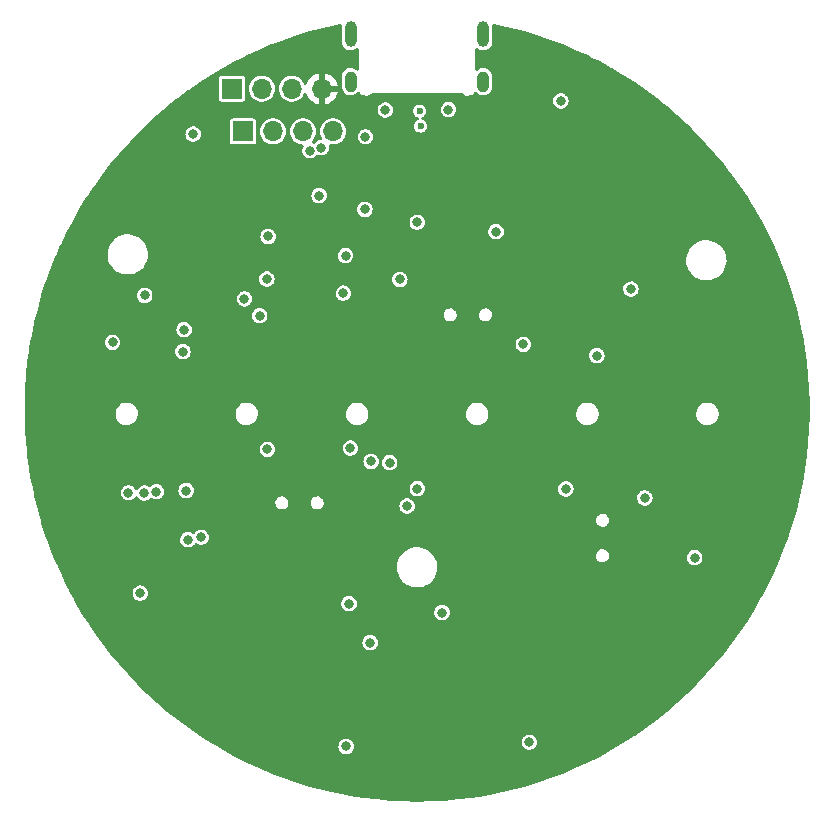
<source format=gbr>
%TF.GenerationSoftware,KiCad,Pcbnew,(7.0.0-0)*%
%TF.CreationDate,2023-03-25T02:40:01-05:00*%
%TF.ProjectId,RP2040_minimal,52503230-3430-45f6-9d69-6e696d616c2e,REV1*%
%TF.SameCoordinates,Original*%
%TF.FileFunction,Copper,L3,Inr*%
%TF.FilePolarity,Positive*%
%FSLAX46Y46*%
G04 Gerber Fmt 4.6, Leading zero omitted, Abs format (unit mm)*
G04 Created by KiCad (PCBNEW (7.0.0-0)) date 2023-03-25 02:40:01*
%MOMM*%
%LPD*%
G01*
G04 APERTURE LIST*
%TA.AperFunction,ComponentPad*%
%ADD10O,1.000000X1.800000*%
%TD*%
%TA.AperFunction,ComponentPad*%
%ADD11O,1.000000X2.200000*%
%TD*%
%TA.AperFunction,ComponentPad*%
%ADD12R,1.700000X1.700000*%
%TD*%
%TA.AperFunction,ComponentPad*%
%ADD13O,1.700000X1.700000*%
%TD*%
%TA.AperFunction,ViaPad*%
%ADD14C,0.800000*%
%TD*%
%TA.AperFunction,ViaPad*%
%ADD15C,0.600000*%
%TD*%
G04 APERTURE END LIST*
D10*
%TO.N,unconnected-(P1-SHIELD-PadS1)*%
%TO.C,P1*%
X5619999Y28119999D03*
D11*
X5619999Y32119999D03*
D10*
X-5619999Y28119999D03*
D11*
X-5619999Y32119999D03*
%TD*%
D12*
%TO.N,VDD*%
%TO.C,J2*%
X-15679999Y27524999D03*
D13*
%TO.N,USART1_RX*%
X-13139999Y27524999D03*
%TO.N,USART1_TX*%
X-10599999Y27524999D03*
%TO.N,GND*%
X-8059999Y27524999D03*
%TD*%
D12*
%TO.N,NRST*%
%TO.C,J1*%
X-14739999Y23909999D03*
D13*
%TO.N,SWDIO*%
X-12199999Y23909999D03*
%TO.N,SWCLK*%
X-9659999Y23909999D03*
%TO.N,SWO*%
X-7119999Y23909999D03*
%TD*%
D14*
%TO.N,GND*%
X8210000Y-2330000D03*
X-16000000Y-2070000D03*
X24300000Y4850000D03*
X-27730000Y6100000D03*
X24594000Y-13234000D03*
X-24400000Y-13120000D03*
X-16040000Y13390000D03*
X-4340000Y4971041D03*
X6120000Y-2350000D03*
X25030000Y-1610000D03*
X-28110000Y3410000D03*
X13105000Y11950000D03*
X25030000Y-2860000D03*
X15490000Y8830000D03*
X4300000Y-4460000D03*
X-15440000Y4370000D03*
X-22070000Y-4030000D03*
X17310000Y7310000D03*
X15965000Y25600000D03*
X21060000Y3710000D03*
X-6528000Y-8458000D03*
X-4120000Y25800000D03*
X-10180000Y7000000D03*
X-21768000Y18974000D03*
X9780000Y-2490000D03*
X11470000Y-2490000D03*
X-4880000Y-11120000D03*
X14400000Y6820000D03*
X21480000Y-5480000D03*
X5410000Y12370000D03*
X-20370000Y12250000D03*
X-21760000Y12300000D03*
X-17840000Y24240000D03*
X-2210000Y-17094000D03*
X-10965000Y21690000D03*
X8442500Y-6170000D03*
X23640000Y2370000D03*
X8662500Y-13920000D03*
X-14148000Y-6426000D03*
X3812000Y-18110000D03*
X17090000Y-2510000D03*
X584000Y12116000D03*
X-130000Y4950000D03*
X584000Y11100000D03*
X-7810000Y840000D03*
X13020000Y-2490000D03*
X2350000Y-2132250D03*
X-80000Y6100000D03*
X-3960000Y-5060000D03*
X-15950000Y-6930000D03*
X-26610000Y7230000D03*
X-21865000Y14980000D03*
X-23546000Y18720000D03*
X470000Y8390000D03*
X13290000Y9870000D03*
X-1830000Y19950000D03*
X24930000Y-4180000D03*
X-28090000Y-1860000D03*
X-3990000Y3730000D03*
X910000Y-2370000D03*
X-16660000Y16949500D03*
X-21930000Y16190000D03*
X11870000Y-4460000D03*
X14620433Y24129487D03*
X-17100000Y-3750000D03*
X-14140000Y4710000D03*
X-22120000Y2810000D03*
X-15164000Y-10744000D03*
X-15930000Y-8240000D03*
X9728000Y14402000D03*
X7080000Y-4580000D03*
X-22911353Y19355354D03*
X-19914502Y22170023D03*
X17995000Y11620000D03*
X5664000Y11100000D03*
X-17700000Y17195000D03*
X-12080000Y-22270000D03*
X-11290000Y-10360000D03*
X18270000Y-2450000D03*
X12482500Y-11850000D03*
X14770000Y-4520000D03*
X19450000Y16280000D03*
X-28160000Y-470000D03*
X-10399333Y17660000D03*
X22380000Y3670000D03*
X24940000Y3740000D03*
X-27940000Y-3120000D03*
X-3190000Y-11020000D03*
X-28160000Y870000D03*
X-1110000Y14970000D03*
X-4750000Y-9474000D03*
X-17680000Y14420000D03*
X-23700000Y-4930000D03*
X21160000Y6610000D03*
X-15940000Y-9470000D03*
X4489898Y26525534D03*
X-4520741Y26532318D03*
X10998000Y10084000D03*
X14520000Y-2470000D03*
X3124000Y11100000D03*
X-13990000Y-11960000D03*
X-13025000Y6950000D03*
X-6528000Y-6426000D03*
X5380000Y15420000D03*
X1710450Y12333669D03*
X7950000Y12116000D03*
X1780000Y-5540000D03*
X-16170000Y20390000D03*
X-23380000Y-1210000D03*
X-14490000Y-2020000D03*
X820000Y3710000D03*
X22310000Y-2200000D03*
X8550000Y15940000D03*
X-12670000Y-12610000D03*
X5132500Y-13930000D03*
X10580000Y-4480000D03*
X-22690000Y6920000D03*
X-24308000Y17958000D03*
X-8665000Y-25270000D03*
X-2920000Y-6230000D03*
X-130000Y-25396000D03*
X22682000Y-4902000D03*
X14490000Y9370000D03*
X5580000Y-4540000D03*
X16500000Y17590000D03*
X-18800000Y-2220000D03*
X1985023Y24275023D03*
X-2740000Y24140000D03*
X-12420000Y4790000D03*
X-28100000Y4830000D03*
X-40000Y7490000D03*
X4140000Y12370000D03*
X-3050000Y-9930000D03*
X-16270000Y-4360000D03*
X6426000Y-24968000D03*
X-21990000Y4100000D03*
X6680000Y12370000D03*
X-25760000Y-4930000D03*
X-7520000Y6790000D03*
X-7460000Y4460000D03*
X2240000Y16220000D03*
X18350000Y6640000D03*
X9257500Y26630000D03*
X-2433957Y9606043D03*
X-2410000Y3650000D03*
X-20340000Y4170000D03*
X-17050000Y4400000D03*
X-7770000Y-12700000D03*
X-25324000Y16942000D03*
X4760000Y-2390000D03*
X-18400000Y19015000D03*
X12522000Y8560000D03*
X-17150000Y13360000D03*
X-20330000Y-2131750D03*
X-17720000Y-5390000D03*
X-23500000Y1590000D03*
X23820000Y-2350000D03*
X-27710000Y-4280000D03*
X7062500Y-7900000D03*
X-23510000Y2710000D03*
X-3734000Y-12014000D03*
X19810000Y-11178000D03*
X19600000Y6610000D03*
X-21930000Y17450000D03*
X3800000Y25970000D03*
X22050000Y950000D03*
X17430000Y3730000D03*
X-28140000Y2140000D03*
X-23400000Y-2420000D03*
X22580000Y6530000D03*
X-25350000Y7380000D03*
X13560000Y7660000D03*
X2360369Y983318D03*
X8966000Y10846000D03*
X2870000Y12370000D03*
X-9140000Y-12740000D03*
X-21280000Y6759500D03*
X15780000Y-4320000D03*
X16370000Y7980000D03*
X-20130000Y-12060000D03*
X-11500000Y-2000000D03*
X2940000Y-4420000D03*
X12850000Y5980000D03*
X584000Y9830000D03*
X-24106981Y7019500D03*
X-12940000Y-1990000D03*
X-21870000Y13750000D03*
X9930000Y22575000D03*
X-3910000Y6741041D03*
X-15970000Y-5670000D03*
X-19990000Y19990000D03*
X-720000Y3730000D03*
X-3730000Y-27240000D03*
X23480000Y3670000D03*
X-10720000Y4910000D03*
X-6320000Y-12800000D03*
X-10230000Y5880000D03*
X24940000Y2670000D03*
X23540000Y5610000D03*
X-7520000Y5620000D03*
X-22784000Y11519500D03*
X-4830000Y-12750000D03*
X-11590000Y-12690000D03*
X-19190000Y8690000D03*
X-3080000Y-7320000D03*
X-22790000Y8919500D03*
X16010000Y-2510000D03*
X-3110000Y-8540000D03*
X19220000Y3770000D03*
X19450000Y17390000D03*
X4570000Y23140000D03*
X11105001Y-26694999D03*
X-18540000Y4250000D03*
X-21080000Y13220000D03*
X-22022000Y19990000D03*
X24980000Y1590000D03*
X-19080000Y12320000D03*
X23800000Y-4660000D03*
X-23500000Y3940000D03*
X-13750000Y-10720000D03*
X11910000Y-22240000D03*
X-17300000Y-2160000D03*
X-13640000Y-9220000D03*
X-4750000Y-7188000D03*
X15990000Y3750000D03*
X-5520000Y3590000D03*
X-10440000Y-12690000D03*
X-21006000Y20140498D03*
X-25832000Y15926000D03*
X16450000Y16420000D03*
%TO.N,VBUS*%
X2650000Y25750000D03*
X-2690000Y25720000D03*
%TO.N,BUTT0*%
X-24438957Y-6688957D03*
X-25790000Y6050000D03*
X-12720000Y11410000D03*
%TO.N,+5V*%
X18100000Y10570000D03*
X10000Y-6340000D03*
X-18960000Y23690000D03*
X-19550000Y-6500000D03*
X9500000Y-27810000D03*
X10353Y16219646D03*
X23500000Y-12180000D03*
X-23440000Y-15190000D03*
X-6010000Y-28170000D03*
X-23060000Y10020000D03*
X12170000Y26490000D03*
X2108000Y-16827500D03*
X19280000Y-7120000D03*
D15*
%TO.N,USB_D+*%
X210000Y25640000D03*
X303779Y24365500D03*
D14*
%TO.N,BOOT0*%
X-8300000Y18470000D03*
%TO.N,BUTT1*%
X-14620000Y9730000D03*
X-23090000Y-6720000D03*
X-3975000Y-19380000D03*
X-19730000Y7120000D03*
X-19404692Y-10664692D03*
%TO.N,BUTT2*%
X-19830000Y5260500D03*
X-5766000Y-16078000D03*
X-18280000Y-10450000D03*
X-13330023Y8300023D03*
X-22070000Y-6600000D03*
%TO.N,NRST*%
X-12610000Y15010000D03*
%TO.N,BOOT1*%
X-1460000Y11380000D03*
X-6240000Y10210000D03*
%TO.N,Net-(D2-DIN)*%
X6680000Y15418000D03*
%TO.N,VDD*%
X-6060000Y13390000D03*
%TO.N,SWDIO*%
X-4370000Y23450000D03*
X-4430000Y17310000D03*
%TO.N,USART1_RX*%
X-9068380Y22282525D03*
%TO.N,USART1_TX*%
X-8100000Y22530000D03*
%TO.N,V_test*%
X12600000Y-6360000D03*
X-5650000Y-2910000D03*
X8990000Y5880000D03*
X15220000Y4930000D03*
X-850000Y-7820000D03*
X-2320000Y-4140000D03*
%TO.N,+4V4*%
X-12680000Y-3010000D03*
X-3890000Y-4030000D03*
%TD*%
%TA.AperFunction,Conductor*%
%TO.N,GND*%
G36*
X-17196000Y19482000D02*
G01*
X-17170000Y16500000D01*
X-18120000Y16590000D01*
X-18080000Y11880000D01*
X-22320000Y11780000D01*
X-22376000Y19492000D01*
X-17196000Y19482000D01*
G37*
%TD.AperFunction*%
%TD*%
%TA.AperFunction,Conductor*%
%TO.N,GND*%
G36*
X6841630Y32928140D02*
G01*
X6845759Y32927271D01*
X7960111Y32672643D01*
X7964226Y32671628D01*
X8751743Y32462838D01*
X9069137Y32378689D01*
X9073255Y32377521D01*
X10167407Y32046620D01*
X10171414Y32045332D01*
X11224882Y31686608D01*
X11253456Y31676878D01*
X11257486Y31675429D01*
X12326207Y31269835D01*
X12330144Y31268262D01*
X13384220Y30826029D01*
X13388064Y30824338D01*
X14426311Y30345960D01*
X14430094Y30344137D01*
X14803122Y30156392D01*
X15451127Y29830252D01*
X15454916Y29828263D01*
X15892438Y29588788D01*
X16457623Y29279437D01*
X16461324Y29277328D01*
X17274018Y28795327D01*
X17444483Y28694226D01*
X17448126Y28691979D01*
X18410552Y28075307D01*
X18414115Y28072936D01*
X19354666Y27423429D01*
X19358146Y27420937D01*
X20275767Y26739320D01*
X20279159Y26736708D01*
X20889003Y26250169D01*
X21169759Y26026179D01*
X21172670Y26023857D01*
X21175969Y26021131D01*
X22044372Y25277844D01*
X22047575Y25275005D01*
X22889784Y24502211D01*
X22892888Y24499263D01*
X23280022Y24118605D01*
X23698714Y23706917D01*
X23707950Y23697836D01*
X23710949Y23694782D01*
X24497838Y22865731D01*
X24500731Y22862577D01*
X25258556Y22006841D01*
X25261338Y22003588D01*
X25989171Y21122215D01*
X25991839Y21118868D01*
X26340328Y20665886D01*
X26580937Y20353130D01*
X26688818Y20212902D01*
X26691369Y20209465D01*
X27356664Y19279984D01*
X27359095Y19276461D01*
X27991918Y18324567D01*
X27994226Y18320962D01*
X28279897Y17857304D01*
X28593830Y17347775D01*
X28596000Y17344113D01*
X28700489Y17160630D01*
X29161653Y16350824D01*
X29163706Y16347069D01*
X29694728Y15334872D01*
X29696651Y15331048D01*
X30192427Y14301117D01*
X30194217Y14297229D01*
X30654163Y13250774D01*
X30655817Y13246826D01*
X31079359Y12185156D01*
X31080874Y12181158D01*
X31107156Y12108043D01*
X31467521Y11105504D01*
X31468899Y11101451D01*
X31818204Y10013054D01*
X31819442Y10008957D01*
X32130968Y8909177D01*
X32132063Y8905039D01*
X32405441Y7795178D01*
X32406393Y7791005D01*
X32612550Y6809301D01*
X32638294Y6686710D01*
X32641312Y6672341D01*
X32642119Y6668137D01*
X32838281Y5542069D01*
X32838943Y5537841D01*
X32996131Y4405625D01*
X32996646Y4401376D01*
X33114658Y3264467D01*
X33115027Y3260202D01*
X33193733Y2119848D01*
X33193954Y2115574D01*
X33233256Y973190D01*
X33233329Y968910D01*
X33233180Y-174117D01*
X33233106Y-178397D01*
X33193506Y-1320801D01*
X33193283Y-1325075D01*
X33114284Y-2465347D01*
X33113915Y-2469612D01*
X32995602Y-3606525D01*
X32995086Y-3610774D01*
X32837604Y-4742945D01*
X32836941Y-4747173D01*
X32640481Y-5873218D01*
X32639672Y-5877422D01*
X32404473Y-6995975D01*
X32403521Y-7000147D01*
X32129841Y-8109985D01*
X32128744Y-8114123D01*
X31816940Y-9213795D01*
X31815702Y-9217892D01*
X31466110Y-10306207D01*
X31464730Y-10310259D01*
X31077808Y-11385799D01*
X31076290Y-11389801D01*
X30652468Y-12451370D01*
X30650813Y-12455317D01*
X30190599Y-13501643D01*
X30188808Y-13505531D01*
X29692764Y-14535332D01*
X29690840Y-14539156D01*
X29159548Y-15551226D01*
X29157494Y-15554980D01*
X28591589Y-16548112D01*
X28589406Y-16551794D01*
X27989553Y-17524814D01*
X27987244Y-17528418D01*
X27354183Y-18480134D01*
X27351751Y-18483657D01*
X26686203Y-19412978D01*
X26683651Y-19416414D01*
X25986449Y-20322183D01*
X25983780Y-20325530D01*
X25255719Y-21206712D01*
X25252937Y-21209964D01*
X24494874Y-22065520D01*
X24491980Y-22068674D01*
X23704862Y-22897534D01*
X23701861Y-22900586D01*
X22886618Y-23701772D01*
X22883514Y-23704719D01*
X22041106Y-24477293D01*
X22037902Y-24480132D01*
X21169289Y-25223207D01*
X21165989Y-25225932D01*
X20272306Y-25938538D01*
X20268914Y-25941149D01*
X19351134Y-26622514D01*
X19347654Y-26625006D01*
X18406901Y-27274291D01*
X18403337Y-27276661D01*
X17440729Y-27893096D01*
X17437085Y-27895341D01*
X16453819Y-28478159D01*
X16450100Y-28480278D01*
X15447268Y-29028834D01*
X15443478Y-29030823D01*
X14422314Y-29544440D01*
X14418457Y-29546297D01*
X13380194Y-30024354D01*
X13376276Y-30026077D01*
X12322102Y-30468028D01*
X12318127Y-30469614D01*
X11249369Y-30874904D01*
X11245341Y-30876353D01*
X10163175Y-31244534D01*
X10159099Y-31245842D01*
X9064922Y-31576440D01*
X9060804Y-31577607D01*
X7955871Y-31870243D01*
X7951715Y-31871268D01*
X6837299Y-32125605D01*
X6833111Y-32126485D01*
X5710598Y-32342204D01*
X5706381Y-32342939D01*
X4577094Y-32519788D01*
X4572854Y-32520377D01*
X3438160Y-32658143D01*
X3433903Y-32658586D01*
X2295084Y-32757111D01*
X2290814Y-32757406D01*
X1149312Y-32816566D01*
X1145034Y-32816714D01*
X2148Y-32836443D01*
X-2132Y-32836443D01*
X-1145019Y-32816714D01*
X-1149297Y-32816566D01*
X-2290799Y-32757407D01*
X-2295069Y-32757112D01*
X-3433888Y-32658587D01*
X-3438145Y-32658144D01*
X-4572839Y-32520378D01*
X-4577079Y-32519789D01*
X-5706371Y-32342940D01*
X-5710580Y-32342206D01*
X-6360149Y-32217375D01*
X-6833090Y-32126488D01*
X-6837278Y-32125608D01*
X-7951700Y-31871270D01*
X-7955856Y-31870245D01*
X-9060789Y-31577609D01*
X-9064907Y-31576442D01*
X-10159084Y-31245845D01*
X-10163160Y-31244537D01*
X-11245326Y-30876356D01*
X-11249354Y-30874907D01*
X-12318113Y-30469617D01*
X-12322088Y-30468031D01*
X-13376262Y-30026080D01*
X-13380180Y-30024357D01*
X-14418442Y-29546300D01*
X-14422299Y-29544443D01*
X-15443464Y-29030827D01*
X-15447254Y-29028838D01*
X-16450086Y-28480282D01*
X-16453805Y-28478163D01*
X-16973703Y-28170000D01*
X-6665278Y-28170000D01*
X-6664374Y-28177445D01*
X-6647142Y-28319370D01*
X-6647141Y-28319375D01*
X-6646237Y-28326818D01*
X-6643578Y-28333831D01*
X-6643577Y-28333832D01*
X-6595539Y-28460500D01*
X-6590220Y-28474523D01*
X-6500483Y-28604530D01*
X-6382240Y-28709283D01*
X-6242365Y-28782696D01*
X-6088985Y-28820500D01*
X-5938515Y-28820500D01*
X-5931015Y-28820500D01*
X-5777635Y-28782696D01*
X-5637760Y-28709283D01*
X-5519517Y-28604530D01*
X-5429780Y-28474523D01*
X-5373763Y-28326818D01*
X-5354722Y-28170000D01*
X-5373763Y-28013182D01*
X-5429780Y-27865477D01*
X-5468073Y-27810000D01*
X8844722Y-27810000D01*
X8845626Y-27817445D01*
X8862858Y-27959370D01*
X8862859Y-27959375D01*
X8863763Y-27966818D01*
X8866422Y-27973831D01*
X8866423Y-27973832D01*
X8881346Y-28013182D01*
X8919780Y-28114523D01*
X8924043Y-28120699D01*
X8990413Y-28216854D01*
X9009517Y-28244530D01*
X9127760Y-28349283D01*
X9267635Y-28422696D01*
X9421015Y-28460500D01*
X9571485Y-28460500D01*
X9578985Y-28460500D01*
X9732365Y-28422696D01*
X9872240Y-28349283D01*
X9990483Y-28244530D01*
X10080220Y-28114523D01*
X10136237Y-27966818D01*
X10155278Y-27810000D01*
X10136237Y-27653182D01*
X10080220Y-27505477D01*
X9990483Y-27375470D01*
X9878954Y-27276665D01*
X9877856Y-27275692D01*
X9877854Y-27275690D01*
X9872240Y-27270717D01*
X9865595Y-27267229D01*
X9865593Y-27267228D01*
X9739006Y-27200789D01*
X9739002Y-27200787D01*
X9732365Y-27197304D01*
X9725087Y-27195510D01*
X9725084Y-27195509D01*
X9586267Y-27161294D01*
X9586260Y-27161293D01*
X9578985Y-27159500D01*
X9421015Y-27159500D01*
X9413740Y-27161292D01*
X9413732Y-27161294D01*
X9274915Y-27195509D01*
X9274909Y-27195510D01*
X9267635Y-27197304D01*
X9261000Y-27200786D01*
X9260993Y-27200789D01*
X9134406Y-27267228D01*
X9134400Y-27267231D01*
X9127760Y-27270717D01*
X9122148Y-27275687D01*
X9122143Y-27275692D01*
X9015127Y-27370499D01*
X9015122Y-27370503D01*
X9009517Y-27375470D01*
X9005262Y-27381634D01*
X9005257Y-27381640D01*
X8924043Y-27499300D01*
X8924040Y-27499303D01*
X8919780Y-27505477D01*
X8917120Y-27512488D01*
X8917118Y-27512494D01*
X8870396Y-27635692D01*
X8863763Y-27653182D01*
X8862859Y-27660622D01*
X8862858Y-27660629D01*
X8853022Y-27741640D01*
X8844722Y-27810000D01*
X-5468073Y-27810000D01*
X-5519517Y-27735470D01*
X-5637760Y-27630717D01*
X-5644405Y-27627229D01*
X-5644407Y-27627228D01*
X-5770994Y-27560789D01*
X-5770998Y-27560787D01*
X-5777635Y-27557304D01*
X-5784913Y-27555510D01*
X-5784916Y-27555509D01*
X-5923733Y-27521294D01*
X-5923740Y-27521293D01*
X-5931015Y-27519500D01*
X-6088985Y-27519500D01*
X-6096260Y-27521292D01*
X-6096268Y-27521294D01*
X-6235085Y-27555509D01*
X-6235091Y-27555510D01*
X-6242365Y-27557304D01*
X-6249000Y-27560786D01*
X-6249007Y-27560789D01*
X-6375594Y-27627228D01*
X-6375600Y-27627231D01*
X-6382240Y-27630717D01*
X-6387852Y-27635687D01*
X-6387857Y-27635692D01*
X-6494873Y-27730499D01*
X-6494878Y-27730503D01*
X-6500483Y-27735470D01*
X-6504738Y-27741634D01*
X-6504743Y-27741640D01*
X-6585957Y-27859300D01*
X-6585960Y-27859303D01*
X-6590220Y-27865477D01*
X-6592880Y-27872488D01*
X-6592882Y-27872494D01*
X-6631314Y-27973832D01*
X-6646237Y-28013182D01*
X-6647141Y-28020622D01*
X-6647142Y-28020629D01*
X-6657690Y-28107505D01*
X-6665278Y-28170000D01*
X-16973703Y-28170000D01*
X-17437071Y-27895345D01*
X-17440715Y-27893100D01*
X-18403323Y-27276665D01*
X-18406887Y-27274295D01*
X-19347640Y-26625011D01*
X-19351120Y-26622519D01*
X-20268901Y-25941154D01*
X-20272293Y-25938543D01*
X-21165976Y-25225937D01*
X-21169276Y-25223212D01*
X-22037889Y-24480137D01*
X-22041093Y-24477298D01*
X-22883487Y-23704739D01*
X-22886592Y-23701792D01*
X-23701863Y-22900577D01*
X-23704863Y-22897525D01*
X-24491968Y-22068679D01*
X-24491973Y-22068674D01*
X-24491977Y-22068670D01*
X-24494862Y-22065525D01*
X-25252925Y-21209970D01*
X-25255707Y-21206718D01*
X-25983768Y-20325537D01*
X-25986437Y-20322190D01*
X-26683640Y-19416420D01*
X-26686192Y-19412984D01*
X-26709814Y-19380000D01*
X-4630278Y-19380000D01*
X-4629374Y-19387445D01*
X-4612142Y-19529370D01*
X-4612141Y-19529375D01*
X-4611237Y-19536818D01*
X-4555220Y-19684523D01*
X-4465483Y-19814530D01*
X-4347240Y-19919283D01*
X-4207365Y-19992696D01*
X-4053985Y-20030500D01*
X-3903515Y-20030500D01*
X-3896015Y-20030500D01*
X-3742635Y-19992696D01*
X-3602760Y-19919283D01*
X-3484517Y-19814530D01*
X-3394780Y-19684523D01*
X-3338763Y-19536818D01*
X-3319722Y-19380000D01*
X-3338763Y-19223182D01*
X-3394780Y-19075477D01*
X-3484517Y-18945470D01*
X-3602760Y-18840717D01*
X-3609405Y-18837229D01*
X-3609407Y-18837228D01*
X-3735994Y-18770789D01*
X-3735998Y-18770787D01*
X-3742635Y-18767304D01*
X-3749913Y-18765510D01*
X-3749916Y-18765509D01*
X-3888733Y-18731294D01*
X-3888740Y-18731293D01*
X-3896015Y-18729500D01*
X-4053985Y-18729500D01*
X-4061260Y-18731292D01*
X-4061268Y-18731294D01*
X-4200085Y-18765509D01*
X-4200091Y-18765510D01*
X-4207365Y-18767304D01*
X-4214000Y-18770786D01*
X-4214007Y-18770789D01*
X-4340594Y-18837228D01*
X-4340600Y-18837231D01*
X-4347240Y-18840717D01*
X-4352852Y-18845687D01*
X-4352857Y-18845692D01*
X-4459873Y-18940499D01*
X-4459878Y-18940503D01*
X-4465483Y-18945470D01*
X-4469738Y-18951634D01*
X-4469743Y-18951640D01*
X-4550957Y-19069300D01*
X-4550960Y-19069303D01*
X-4555220Y-19075477D01*
X-4557880Y-19082488D01*
X-4557882Y-19082494D01*
X-4608577Y-19216167D01*
X-4611237Y-19223182D01*
X-4612141Y-19230622D01*
X-4612142Y-19230629D01*
X-4628930Y-19368896D01*
X-4630278Y-19380000D01*
X-26709814Y-19380000D01*
X-26927903Y-19075477D01*
X-27351743Y-18483657D01*
X-27354162Y-18480154D01*
X-27987242Y-17528412D01*
X-27989551Y-17524807D01*
X-28041712Y-17440196D01*
X-28419430Y-16827500D01*
X1452722Y-16827500D01*
X1453626Y-16834945D01*
X1470858Y-16976870D01*
X1470859Y-16976875D01*
X1471763Y-16984318D01*
X1527780Y-17132023D01*
X1617517Y-17262030D01*
X1735760Y-17366783D01*
X1875635Y-17440196D01*
X2029015Y-17478000D01*
X2179485Y-17478000D01*
X2186985Y-17478000D01*
X2340365Y-17440196D01*
X2480240Y-17366783D01*
X2598483Y-17262030D01*
X2688220Y-17132023D01*
X2744237Y-16984318D01*
X2763278Y-16827500D01*
X2744237Y-16670682D01*
X2688220Y-16522977D01*
X2598483Y-16392970D01*
X2480240Y-16288217D01*
X2473595Y-16284729D01*
X2473593Y-16284728D01*
X2347006Y-16218289D01*
X2347002Y-16218287D01*
X2340365Y-16214804D01*
X2333087Y-16213010D01*
X2333084Y-16213009D01*
X2194267Y-16178794D01*
X2194260Y-16178793D01*
X2186985Y-16177000D01*
X2029015Y-16177000D01*
X2021740Y-16178792D01*
X2021732Y-16178794D01*
X1882915Y-16213009D01*
X1882909Y-16213010D01*
X1875635Y-16214804D01*
X1869000Y-16218286D01*
X1868993Y-16218289D01*
X1742406Y-16284728D01*
X1742400Y-16284731D01*
X1735760Y-16288217D01*
X1730148Y-16293187D01*
X1730143Y-16293192D01*
X1623127Y-16387999D01*
X1623122Y-16388003D01*
X1617517Y-16392970D01*
X1613262Y-16399134D01*
X1613257Y-16399140D01*
X1532043Y-16516800D01*
X1532040Y-16516803D01*
X1527780Y-16522977D01*
X1525120Y-16529988D01*
X1525118Y-16529994D01*
X1474423Y-16663667D01*
X1471763Y-16670682D01*
X1470859Y-16678122D01*
X1470858Y-16678129D01*
X1454070Y-16816396D01*
X1452722Y-16827500D01*
X-28419430Y-16827500D01*
X-28589405Y-16551784D01*
X-28591578Y-16548119D01*
X-28615374Y-16506359D01*
X-28859461Y-16078000D01*
X-6421278Y-16078000D01*
X-6420374Y-16085445D01*
X-6403142Y-16227370D01*
X-6403141Y-16227375D01*
X-6402237Y-16234818D01*
X-6399578Y-16241831D01*
X-6399577Y-16241832D01*
X-6381986Y-16288217D01*
X-6346220Y-16382523D01*
X-6256483Y-16512530D01*
X-6138240Y-16617283D01*
X-5998365Y-16690696D01*
X-5844985Y-16728500D01*
X-5694515Y-16728500D01*
X-5687015Y-16728500D01*
X-5533635Y-16690696D01*
X-5393760Y-16617283D01*
X-5275517Y-16512530D01*
X-5185780Y-16382523D01*
X-5129763Y-16234818D01*
X-5110722Y-16078000D01*
X-5129763Y-15921182D01*
X-5185780Y-15773477D01*
X-5275517Y-15643470D01*
X-5303862Y-15618359D01*
X-5388144Y-15543692D01*
X-5388146Y-15543690D01*
X-5393760Y-15538717D01*
X-5400405Y-15535229D01*
X-5400407Y-15535228D01*
X-5526994Y-15468789D01*
X-5526998Y-15468787D01*
X-5533635Y-15465304D01*
X-5540913Y-15463510D01*
X-5540916Y-15463509D01*
X-5679733Y-15429294D01*
X-5679740Y-15429293D01*
X-5687015Y-15427500D01*
X-5844985Y-15427500D01*
X-5852260Y-15429292D01*
X-5852268Y-15429294D01*
X-5991085Y-15463509D01*
X-5991091Y-15463510D01*
X-5998365Y-15465304D01*
X-6005000Y-15468786D01*
X-6005007Y-15468789D01*
X-6131594Y-15535228D01*
X-6131600Y-15535231D01*
X-6138240Y-15538717D01*
X-6143852Y-15543687D01*
X-6143857Y-15543692D01*
X-6250873Y-15638499D01*
X-6250878Y-15638503D01*
X-6256483Y-15643470D01*
X-6260738Y-15649634D01*
X-6260743Y-15649640D01*
X-6341957Y-15767300D01*
X-6341960Y-15767303D01*
X-6346220Y-15773477D01*
X-6348880Y-15780488D01*
X-6348882Y-15780494D01*
X-6399577Y-15914167D01*
X-6402237Y-15921182D01*
X-6403141Y-15928622D01*
X-6403142Y-15928629D01*
X-6419930Y-16066896D01*
X-6421278Y-16078000D01*
X-28859461Y-16078000D01*
X-29157487Y-15554980D01*
X-29159537Y-15551233D01*
X-29223550Y-15429294D01*
X-29349169Y-15190000D01*
X-24095278Y-15190000D01*
X-24094374Y-15197445D01*
X-24077142Y-15339370D01*
X-24077141Y-15339375D01*
X-24076237Y-15346818D01*
X-24073578Y-15353831D01*
X-24073577Y-15353832D01*
X-24031302Y-15465304D01*
X-24020220Y-15494523D01*
X-24015957Y-15500699D01*
X-23979772Y-15553123D01*
X-23930483Y-15624530D01*
X-23812240Y-15729283D01*
X-23672365Y-15802696D01*
X-23518985Y-15840500D01*
X-23368515Y-15840500D01*
X-23361015Y-15840500D01*
X-23207635Y-15802696D01*
X-23067760Y-15729283D01*
X-22949517Y-15624530D01*
X-22859780Y-15494523D01*
X-22803763Y-15346818D01*
X-22784722Y-15190000D01*
X-22803763Y-15033182D01*
X-22859780Y-14885477D01*
X-22949517Y-14755470D01*
X-23011566Y-14700500D01*
X-23062144Y-14655692D01*
X-23062146Y-14655690D01*
X-23067760Y-14650717D01*
X-23074405Y-14647229D01*
X-23074407Y-14647228D01*
X-23200994Y-14580789D01*
X-23200998Y-14580787D01*
X-23207635Y-14577304D01*
X-23214913Y-14575510D01*
X-23214916Y-14575509D01*
X-23353733Y-14541294D01*
X-23353740Y-14541293D01*
X-23361015Y-14539500D01*
X-23518985Y-14539500D01*
X-23526260Y-14541292D01*
X-23526268Y-14541294D01*
X-23665085Y-14575509D01*
X-23665091Y-14575510D01*
X-23672365Y-14577304D01*
X-23679000Y-14580786D01*
X-23679007Y-14580789D01*
X-23805594Y-14647228D01*
X-23805600Y-14647231D01*
X-23812240Y-14650717D01*
X-23817852Y-14655687D01*
X-23817857Y-14655692D01*
X-23924873Y-14750499D01*
X-23924878Y-14750503D01*
X-23930483Y-14755470D01*
X-23934738Y-14761634D01*
X-23934743Y-14761640D01*
X-24015957Y-14879300D01*
X-24015960Y-14879303D01*
X-24020220Y-14885477D01*
X-24022880Y-14892488D01*
X-24022882Y-14892494D01*
X-24073577Y-15026167D01*
X-24076237Y-15033182D01*
X-24077141Y-15040622D01*
X-24077142Y-15040629D01*
X-24093930Y-15178896D01*
X-24095278Y-15190000D01*
X-29349169Y-15190000D01*
X-29505346Y-14892494D01*
X-29690829Y-14539163D01*
X-29692753Y-14535339D01*
X-30004659Y-13887814D01*
X-30188801Y-13505531D01*
X-30190588Y-13501651D01*
X-30190592Y-13501643D01*
X-30439966Y-12934675D01*
X-1704252Y-12934675D01*
X-1704071Y-12939423D01*
X-1704070Y-12939423D01*
X-1694434Y-13190842D01*
X-1694433Y-13190853D01*
X-1694251Y-13195593D01*
X-1693349Y-13200248D01*
X-1693347Y-13200258D01*
X-1669210Y-13324713D01*
X-1644538Y-13451927D01*
X-1642933Y-13456398D01*
X-1642930Y-13456406D01*
X-1557889Y-13693187D01*
X-1557886Y-13693194D01*
X-1556279Y-13697668D01*
X-1431541Y-13927057D01*
X-1273250Y-14134716D01*
X-1085114Y-14315778D01*
X-871544Y-14465999D01*
X-750391Y-14525986D01*
X-641805Y-14579751D01*
X-641802Y-14579752D01*
X-637547Y-14581859D01*
X-388605Y-14660641D01*
X-130555Y-14700500D01*
X62798Y-14700500D01*
X65177Y-14700500D01*
X260344Y-14685516D01*
X514586Y-14626021D01*
X756766Y-14528414D01*
X981208Y-14394982D01*
X1182652Y-14228852D01*
X1356375Y-14033920D01*
X1498306Y-13814753D01*
X1605118Y-13576489D01*
X1674307Y-13324713D01*
X1704252Y-13065325D01*
X1694251Y-12804407D01*
X1644538Y-12548073D01*
X1556279Y-12302332D01*
X1431541Y-12072943D01*
X1420090Y-12057921D01*
X15155619Y-12057921D01*
X15157344Y-12066226D01*
X15157345Y-12066228D01*
X15184681Y-12197777D01*
X15184682Y-12197780D01*
X15186408Y-12206085D01*
X15256029Y-12340447D01*
X15261816Y-12346643D01*
X15261818Y-12346646D01*
X15353529Y-12444844D01*
X15353531Y-12444845D01*
X15359320Y-12451044D01*
X15366566Y-12455450D01*
X15366568Y-12455452D01*
X15481374Y-12525267D01*
X15488618Y-12529672D01*
X15634335Y-12570500D01*
X15743421Y-12570500D01*
X15747658Y-12570500D01*
X15859920Y-12555070D01*
X15998720Y-12494780D01*
X16116108Y-12399278D01*
X16203377Y-12275647D01*
X16237370Y-12180000D01*
X22844722Y-12180000D01*
X22845626Y-12187445D01*
X22862858Y-12329370D01*
X22862859Y-12329375D01*
X22863763Y-12336818D01*
X22866422Y-12343831D01*
X22866423Y-12343832D01*
X22908754Y-12455452D01*
X22919780Y-12484523D01*
X22924043Y-12490699D01*
X22979688Y-12571316D01*
X23009517Y-12614530D01*
X23127760Y-12719283D01*
X23267635Y-12792696D01*
X23421015Y-12830500D01*
X23571485Y-12830500D01*
X23578985Y-12830500D01*
X23732365Y-12792696D01*
X23872240Y-12719283D01*
X23990483Y-12614530D01*
X24080220Y-12484523D01*
X24136237Y-12336818D01*
X24155278Y-12180000D01*
X24136237Y-12023182D01*
X24080220Y-11875477D01*
X23990483Y-11745470D01*
X23938653Y-11699553D01*
X23877856Y-11645692D01*
X23877854Y-11645690D01*
X23872240Y-11640717D01*
X23865595Y-11637229D01*
X23865593Y-11637228D01*
X23739006Y-11570789D01*
X23739002Y-11570787D01*
X23732365Y-11567304D01*
X23725087Y-11565510D01*
X23725084Y-11565509D01*
X23586267Y-11531294D01*
X23586260Y-11531293D01*
X23578985Y-11529500D01*
X23421015Y-11529500D01*
X23413740Y-11531292D01*
X23413732Y-11531294D01*
X23274915Y-11565509D01*
X23274909Y-11565510D01*
X23267635Y-11567304D01*
X23261000Y-11570786D01*
X23260993Y-11570789D01*
X23134406Y-11637228D01*
X23134400Y-11637231D01*
X23127760Y-11640717D01*
X23122148Y-11645687D01*
X23122143Y-11645692D01*
X23015127Y-11740499D01*
X23015122Y-11740503D01*
X23009517Y-11745470D01*
X23005262Y-11751634D01*
X23005257Y-11751640D01*
X22924043Y-11869300D01*
X22924040Y-11869303D01*
X22919780Y-11875477D01*
X22917120Y-11882488D01*
X22917118Y-11882494D01*
X22883903Y-11970076D01*
X22863763Y-12023182D01*
X22862859Y-12030622D01*
X22862858Y-12030629D01*
X22846070Y-12168896D01*
X22844722Y-12180000D01*
X16237370Y-12180000D01*
X16254054Y-12133056D01*
X16264381Y-11982079D01*
X16233592Y-11833915D01*
X16163971Y-11699553D01*
X16158181Y-11693353D01*
X16066470Y-11595155D01*
X16066467Y-11595153D01*
X16060680Y-11588956D01*
X16053434Y-11584550D01*
X16053431Y-11584547D01*
X15938625Y-11514732D01*
X15938621Y-11514730D01*
X15931382Y-11510328D01*
X15923220Y-11508041D01*
X15793829Y-11471787D01*
X15793825Y-11471786D01*
X15785665Y-11469500D01*
X15672342Y-11469500D01*
X15668158Y-11470075D01*
X15668144Y-11470076D01*
X15568485Y-11483774D01*
X15568479Y-11483775D01*
X15560080Y-11484930D01*
X15552299Y-11488309D01*
X15552298Y-11488310D01*
X15429062Y-11541839D01*
X15429057Y-11541841D01*
X15421280Y-11545220D01*
X15414702Y-11550571D01*
X15414698Y-11550574D01*
X15310470Y-11635370D01*
X15310468Y-11635371D01*
X15303892Y-11640722D01*
X15299003Y-11647647D01*
X15299002Y-11647649D01*
X15266741Y-11693353D01*
X15216623Y-11764353D01*
X15213785Y-11772337D01*
X15213782Y-11772344D01*
X15168786Y-11898951D01*
X15168784Y-11898955D01*
X15165946Y-11906944D01*
X15165367Y-11915403D01*
X15165367Y-11915405D01*
X15156197Y-12049457D01*
X15156197Y-12049463D01*
X15155619Y-12057921D01*
X1420090Y-12057921D01*
X1273250Y-11865284D01*
X1085114Y-11684222D01*
X871544Y-11534001D01*
X770103Y-11483774D01*
X641804Y-11420248D01*
X641795Y-11420244D01*
X637547Y-11418141D01*
X633021Y-11416708D01*
X633017Y-11416707D01*
X393131Y-11340791D01*
X393126Y-11340790D01*
X388605Y-11339359D01*
X383925Y-11338636D01*
X383916Y-11338634D01*
X135245Y-11300224D01*
X135239Y-11300223D01*
X130555Y-11299500D01*
X-65177Y-11299500D01*
X-67544Y-11299681D01*
X-67552Y-11299682D01*
X-255599Y-11314119D01*
X-255609Y-11314120D01*
X-260344Y-11314484D01*
X-264972Y-11315566D01*
X-264979Y-11315568D01*
X-509951Y-11372894D01*
X-509956Y-11372895D01*
X-514586Y-11373979D01*
X-519001Y-11375758D01*
X-519003Y-11375759D01*
X-752356Y-11469808D01*
X-752363Y-11469811D01*
X-756766Y-11471586D01*
X-760841Y-11474008D01*
X-760850Y-11474013D01*
X-977121Y-11602587D01*
X-977133Y-11602595D01*
X-981208Y-11605018D01*
X-984868Y-11608036D01*
X-984876Y-11608042D01*
X-1166012Y-11757425D01*
X-1182652Y-11771148D01*
X-1185815Y-11774696D01*
X-1185818Y-11774700D01*
X-1353210Y-11962527D01*
X-1353219Y-11962538D01*
X-1356375Y-11966080D01*
X-1358956Y-11970065D01*
X-1358964Y-11970076D01*
X-1495718Y-12181249D01*
X-1495724Y-12181259D01*
X-1498306Y-12185247D01*
X-1500251Y-12189584D01*
X-1500254Y-12189591D01*
X-1603175Y-12419175D01*
X-1603179Y-12419183D01*
X-1605118Y-12423511D01*
X-1606375Y-12428082D01*
X-1606378Y-12428093D01*
X-1673048Y-12670702D01*
X-1673051Y-12670714D01*
X-1674307Y-12675287D01*
X-1674852Y-12680003D01*
X-1674852Y-12680006D01*
X-1703708Y-12929955D01*
X-1703709Y-12929966D01*
X-1704252Y-12934675D01*
X-30439966Y-12934675D01*
X-30442042Y-12929955D01*
X-30650803Y-12455325D01*
X-30652458Y-12451378D01*
X-30886451Y-11865284D01*
X-31076286Y-11389794D01*
X-31077798Y-11385807D01*
X-31081413Y-11375759D01*
X-31337217Y-10664692D01*
X-20059970Y-10664692D01*
X-20059066Y-10672137D01*
X-20041834Y-10814062D01*
X-20041833Y-10814067D01*
X-20040929Y-10821510D01*
X-19984912Y-10969215D01*
X-19980649Y-10975391D01*
X-19922794Y-11059210D01*
X-19895175Y-11099222D01*
X-19776932Y-11203975D01*
X-19637057Y-11277388D01*
X-19483677Y-11315192D01*
X-19333207Y-11315192D01*
X-19325707Y-11315192D01*
X-19172327Y-11277388D01*
X-19032452Y-11203975D01*
X-18914209Y-11099222D01*
X-18847221Y-11002172D01*
X-18793777Y-10958537D01*
X-18725281Y-10950220D01*
X-18662945Y-10979799D01*
X-18652240Y-10989283D01*
X-18512365Y-11062696D01*
X-18358985Y-11100500D01*
X-18208515Y-11100500D01*
X-18201015Y-11100500D01*
X-18047635Y-11062696D01*
X-17907760Y-10989283D01*
X-17789517Y-10884530D01*
X-17699780Y-10754523D01*
X-17643763Y-10606818D01*
X-17624722Y-10450000D01*
X-17643763Y-10293182D01*
X-17699780Y-10145477D01*
X-17757925Y-10061239D01*
X-17785258Y-10021640D01*
X-17785259Y-10021639D01*
X-17789517Y-10015470D01*
X-17907760Y-9910717D01*
X-17914405Y-9907229D01*
X-17914407Y-9907228D01*
X-18040994Y-9840789D01*
X-18040998Y-9840787D01*
X-18047635Y-9837304D01*
X-18054913Y-9835510D01*
X-18054916Y-9835509D01*
X-18193733Y-9801294D01*
X-18193740Y-9801293D01*
X-18201015Y-9799500D01*
X-18358985Y-9799500D01*
X-18366260Y-9801292D01*
X-18366268Y-9801294D01*
X-18505085Y-9835509D01*
X-18505091Y-9835510D01*
X-18512365Y-9837304D01*
X-18519000Y-9840786D01*
X-18519007Y-9840789D01*
X-18645594Y-9907228D01*
X-18645600Y-9907231D01*
X-18652240Y-9910717D01*
X-18657852Y-9915687D01*
X-18657857Y-9915692D01*
X-18764873Y-10010499D01*
X-18764878Y-10010503D01*
X-18770483Y-10015470D01*
X-18774738Y-10021634D01*
X-18774743Y-10021640D01*
X-18837470Y-10112517D01*
X-18890917Y-10156155D01*
X-18959412Y-10164471D01*
X-19021748Y-10134891D01*
X-19026832Y-10130387D01*
X-19026837Y-10130384D01*
X-19032452Y-10125409D01*
X-19039097Y-10121921D01*
X-19039099Y-10121920D01*
X-19165686Y-10055481D01*
X-19165690Y-10055479D01*
X-19172327Y-10051996D01*
X-19179605Y-10050202D01*
X-19179608Y-10050201D01*
X-19318425Y-10015986D01*
X-19318432Y-10015985D01*
X-19325707Y-10014192D01*
X-19483677Y-10014192D01*
X-19490952Y-10015984D01*
X-19490960Y-10015986D01*
X-19629777Y-10050201D01*
X-19629783Y-10050202D01*
X-19637057Y-10051996D01*
X-19643692Y-10055478D01*
X-19643699Y-10055481D01*
X-19770286Y-10121920D01*
X-19770292Y-10121923D01*
X-19776932Y-10125409D01*
X-19782544Y-10130379D01*
X-19782549Y-10130384D01*
X-19889565Y-10225191D01*
X-19889570Y-10225195D01*
X-19895175Y-10230162D01*
X-19899430Y-10236326D01*
X-19899435Y-10236332D01*
X-19980649Y-10353992D01*
X-19980652Y-10353995D01*
X-19984912Y-10360169D01*
X-19987572Y-10367180D01*
X-19987574Y-10367186D01*
X-20021804Y-10457445D01*
X-20040929Y-10507874D01*
X-20041833Y-10515314D01*
X-20041834Y-10515321D01*
X-20052039Y-10599370D01*
X-20059970Y-10664692D01*
X-31337217Y-10664692D01*
X-31464723Y-10310259D01*
X-31466101Y-10306214D01*
X-31470287Y-10293182D01*
X-31815700Y-9217875D01*
X-31816930Y-9213803D01*
X-31839825Y-9133056D01*
X-31861129Y-9057921D01*
X15155619Y-9057921D01*
X15157344Y-9066226D01*
X15157345Y-9066228D01*
X15184681Y-9197777D01*
X15184682Y-9197780D01*
X15186408Y-9206085D01*
X15190309Y-9213614D01*
X15190310Y-9213616D01*
X15191481Y-9215875D01*
X15256029Y-9340447D01*
X15261816Y-9346643D01*
X15261818Y-9346646D01*
X15353529Y-9444844D01*
X15353531Y-9444845D01*
X15359320Y-9451044D01*
X15366566Y-9455450D01*
X15366568Y-9455452D01*
X15481374Y-9525267D01*
X15488618Y-9529672D01*
X15634335Y-9570500D01*
X15743421Y-9570500D01*
X15747658Y-9570500D01*
X15859920Y-9555070D01*
X15998720Y-9494780D01*
X16116108Y-9399278D01*
X16203377Y-9275647D01*
X16254054Y-9133056D01*
X16264381Y-8982079D01*
X16233592Y-8833915D01*
X16163971Y-8699553D01*
X16115496Y-8647649D01*
X16066470Y-8595155D01*
X16066467Y-8595153D01*
X16060680Y-8588956D01*
X16053434Y-8584550D01*
X16053431Y-8584547D01*
X15938625Y-8514732D01*
X15938621Y-8514730D01*
X15931382Y-8510328D01*
X15923220Y-8508041D01*
X15793829Y-8471787D01*
X15793825Y-8471786D01*
X15785665Y-8469500D01*
X15672342Y-8469500D01*
X15668158Y-8470075D01*
X15668144Y-8470076D01*
X15568485Y-8483774D01*
X15568479Y-8483775D01*
X15560080Y-8484930D01*
X15552299Y-8488309D01*
X15552298Y-8488310D01*
X15429062Y-8541839D01*
X15429057Y-8541841D01*
X15421280Y-8545220D01*
X15414702Y-8550571D01*
X15414698Y-8550574D01*
X15310470Y-8635370D01*
X15310468Y-8635371D01*
X15303892Y-8640722D01*
X15299003Y-8647647D01*
X15299002Y-8647649D01*
X15266741Y-8693353D01*
X15216623Y-8764353D01*
X15213785Y-8772337D01*
X15213782Y-8772344D01*
X15168786Y-8898951D01*
X15168784Y-8898955D01*
X15165946Y-8906944D01*
X15165367Y-8915403D01*
X15165367Y-8915405D01*
X15156197Y-9049457D01*
X15156197Y-9049463D01*
X15155619Y-9057921D01*
X-31861129Y-9057921D01*
X-32128743Y-8114103D01*
X-32129825Y-8110021D01*
X-32258572Y-7587921D01*
X-12014381Y-7587921D01*
X-12012656Y-7596226D01*
X-12012655Y-7596228D01*
X-11985319Y-7727777D01*
X-11985318Y-7727780D01*
X-11983592Y-7736085D01*
X-11913971Y-7870447D01*
X-11908184Y-7876643D01*
X-11908182Y-7876646D01*
X-11816471Y-7974844D01*
X-11816469Y-7974845D01*
X-11810680Y-7981044D01*
X-11803434Y-7985450D01*
X-11803432Y-7985452D01*
X-11688626Y-8055267D01*
X-11681382Y-8059672D01*
X-11535665Y-8100500D01*
X-11426579Y-8100500D01*
X-11422342Y-8100500D01*
X-11310080Y-8085070D01*
X-11171280Y-8024780D01*
X-11053892Y-7929278D01*
X-10966623Y-7805647D01*
X-10915946Y-7663056D01*
X-10910807Y-7587921D01*
X-9014381Y-7587921D01*
X-9012656Y-7596226D01*
X-9012655Y-7596228D01*
X-8985319Y-7727777D01*
X-8985318Y-7727780D01*
X-8983592Y-7736085D01*
X-8913971Y-7870447D01*
X-8908184Y-7876643D01*
X-8908182Y-7876646D01*
X-8816471Y-7974844D01*
X-8816469Y-7974845D01*
X-8810680Y-7981044D01*
X-8803434Y-7985450D01*
X-8803432Y-7985452D01*
X-8688626Y-8055267D01*
X-8681382Y-8059672D01*
X-8535665Y-8100500D01*
X-8426579Y-8100500D01*
X-8422342Y-8100500D01*
X-8310080Y-8085070D01*
X-8171280Y-8024780D01*
X-8053892Y-7929278D01*
X-7976755Y-7820000D01*
X-1505278Y-7820000D01*
X-1504374Y-7827445D01*
X-1487142Y-7969370D01*
X-1487141Y-7969375D01*
X-1486237Y-7976818D01*
X-1483578Y-7983831D01*
X-1483577Y-7983832D01*
X-1434162Y-8114131D01*
X-1430220Y-8124523D01*
X-1340483Y-8254530D01*
X-1222240Y-8359283D01*
X-1082365Y-8432696D01*
X-928985Y-8470500D01*
X-778515Y-8470500D01*
X-771015Y-8470500D01*
X-617635Y-8432696D01*
X-477760Y-8359283D01*
X-359517Y-8254530D01*
X-269780Y-8124523D01*
X-213763Y-7976818D01*
X-194722Y-7820000D01*
X-213763Y-7663182D01*
X-269780Y-7515477D01*
X-359517Y-7385470D01*
X-392350Y-7356383D01*
X-472144Y-7285692D01*
X-472146Y-7285690D01*
X-477760Y-7280717D01*
X-484405Y-7277229D01*
X-484407Y-7277228D01*
X-610994Y-7210789D01*
X-610998Y-7210787D01*
X-617635Y-7207304D01*
X-624913Y-7205510D01*
X-624916Y-7205509D01*
X-763733Y-7171294D01*
X-763740Y-7171293D01*
X-771015Y-7169500D01*
X-928985Y-7169500D01*
X-936260Y-7171292D01*
X-936268Y-7171294D01*
X-1075085Y-7205509D01*
X-1075091Y-7205510D01*
X-1082365Y-7207304D01*
X-1089000Y-7210786D01*
X-1089007Y-7210789D01*
X-1215594Y-7277228D01*
X-1215600Y-7277231D01*
X-1222240Y-7280717D01*
X-1227852Y-7285687D01*
X-1227857Y-7285692D01*
X-1334873Y-7380499D01*
X-1334878Y-7380503D01*
X-1340483Y-7385470D01*
X-1344738Y-7391634D01*
X-1344743Y-7391640D01*
X-1425957Y-7509300D01*
X-1425960Y-7509303D01*
X-1430220Y-7515477D01*
X-1432880Y-7522488D01*
X-1432882Y-7522494D01*
X-1482980Y-7654594D01*
X-1486237Y-7663182D01*
X-1487141Y-7670622D01*
X-1487142Y-7670629D01*
X-1499050Y-7768705D01*
X-1505278Y-7820000D01*
X-7976755Y-7820000D01*
X-7966623Y-7805647D01*
X-7915946Y-7663056D01*
X-7905619Y-7512079D01*
X-7936408Y-7363915D01*
X-8006029Y-7229553D01*
X-8011819Y-7223353D01*
X-8103530Y-7125155D01*
X-8103533Y-7125153D01*
X-8108345Y-7120000D01*
X18624722Y-7120000D01*
X18625626Y-7127445D01*
X18642858Y-7269370D01*
X18642859Y-7269375D01*
X18643763Y-7276818D01*
X18646422Y-7283831D01*
X18646423Y-7283832D01*
X18664954Y-7332696D01*
X18699780Y-7424523D01*
X18704043Y-7430699D01*
X18762560Y-7515477D01*
X18789517Y-7554530D01*
X18907760Y-7659283D01*
X19047635Y-7732696D01*
X19201015Y-7770500D01*
X19351485Y-7770500D01*
X19358985Y-7770500D01*
X19512365Y-7732696D01*
X19652240Y-7659283D01*
X19770483Y-7554530D01*
X19860220Y-7424523D01*
X19916237Y-7276818D01*
X19935278Y-7120000D01*
X19916237Y-6963182D01*
X19860220Y-6815477D01*
X19770483Y-6685470D01*
X19753810Y-6670699D01*
X19657856Y-6585692D01*
X19657854Y-6585690D01*
X19652240Y-6580717D01*
X19645595Y-6577229D01*
X19645593Y-6577228D01*
X19519006Y-6510789D01*
X19519002Y-6510787D01*
X19512365Y-6507304D01*
X19505087Y-6505510D01*
X19505084Y-6505509D01*
X19366267Y-6471294D01*
X19366260Y-6471293D01*
X19358985Y-6469500D01*
X19201015Y-6469500D01*
X19193740Y-6471292D01*
X19193732Y-6471294D01*
X19054915Y-6505509D01*
X19054909Y-6505510D01*
X19047635Y-6507304D01*
X19041000Y-6510786D01*
X19040993Y-6510789D01*
X18914406Y-6577228D01*
X18914400Y-6577231D01*
X18907760Y-6580717D01*
X18902148Y-6585687D01*
X18902143Y-6585692D01*
X18795127Y-6680499D01*
X18795122Y-6680503D01*
X18789517Y-6685470D01*
X18785262Y-6691634D01*
X18785257Y-6691640D01*
X18704043Y-6809300D01*
X18704040Y-6809303D01*
X18699780Y-6815477D01*
X18697120Y-6822488D01*
X18697118Y-6822494D01*
X18647059Y-6954490D01*
X18643763Y-6963182D01*
X18642859Y-6970622D01*
X18642858Y-6970629D01*
X18630570Y-7071839D01*
X18624722Y-7120000D01*
X-8108345Y-7120000D01*
X-8109320Y-7118956D01*
X-8116566Y-7114550D01*
X-8116569Y-7114547D01*
X-8231375Y-7044732D01*
X-8231379Y-7044730D01*
X-8238618Y-7040328D01*
X-8260107Y-7034307D01*
X-8376171Y-7001787D01*
X-8376175Y-7001786D01*
X-8384335Y-6999500D01*
X-8497658Y-6999500D01*
X-8501842Y-7000075D01*
X-8501856Y-7000076D01*
X-8601515Y-7013774D01*
X-8601521Y-7013775D01*
X-8609920Y-7014930D01*
X-8617701Y-7018309D01*
X-8617702Y-7018310D01*
X-8740938Y-7071839D01*
X-8740943Y-7071841D01*
X-8748720Y-7075220D01*
X-8755298Y-7080571D01*
X-8755302Y-7080574D01*
X-8859530Y-7165370D01*
X-8859532Y-7165371D01*
X-8866108Y-7170722D01*
X-8870997Y-7177647D01*
X-8870998Y-7177649D01*
X-8947263Y-7285692D01*
X-8953377Y-7294353D01*
X-8956215Y-7302337D01*
X-8956218Y-7302344D01*
X-9001214Y-7428951D01*
X-9001216Y-7428955D01*
X-9004054Y-7436944D01*
X-9004633Y-7445403D01*
X-9004633Y-7445405D01*
X-9013803Y-7579457D01*
X-9013803Y-7579463D01*
X-9014381Y-7587921D01*
X-10910807Y-7587921D01*
X-10905619Y-7512079D01*
X-10936408Y-7363915D01*
X-11006029Y-7229553D01*
X-11011819Y-7223353D01*
X-11103530Y-7125155D01*
X-11103533Y-7125153D01*
X-11109320Y-7118956D01*
X-11116566Y-7114550D01*
X-11116569Y-7114547D01*
X-11231375Y-7044732D01*
X-11231379Y-7044730D01*
X-11238618Y-7040328D01*
X-11260107Y-7034307D01*
X-11376171Y-7001787D01*
X-11376175Y-7001786D01*
X-11384335Y-6999500D01*
X-11497658Y-6999500D01*
X-11501842Y-7000075D01*
X-11501856Y-7000076D01*
X-11601515Y-7013774D01*
X-11601521Y-7013775D01*
X-11609920Y-7014930D01*
X-11617701Y-7018309D01*
X-11617702Y-7018310D01*
X-11740938Y-7071839D01*
X-11740943Y-7071841D01*
X-11748720Y-7075220D01*
X-11755298Y-7080571D01*
X-11755302Y-7080574D01*
X-11859530Y-7165370D01*
X-11859532Y-7165371D01*
X-11866108Y-7170722D01*
X-11870997Y-7177647D01*
X-11870998Y-7177649D01*
X-11947263Y-7285692D01*
X-11953377Y-7294353D01*
X-11956215Y-7302337D01*
X-11956218Y-7302344D01*
X-12001214Y-7428951D01*
X-12001216Y-7428955D01*
X-12004054Y-7436944D01*
X-12004633Y-7445403D01*
X-12004633Y-7445405D01*
X-12013803Y-7579457D01*
X-12013803Y-7579463D01*
X-12014381Y-7587921D01*
X-32258572Y-7587921D01*
X-32403516Y-7000141D01*
X-32404464Y-6995983D01*
X-32469022Y-6688957D01*
X-25094235Y-6688957D01*
X-25093331Y-6696402D01*
X-25076099Y-6838327D01*
X-25076098Y-6838332D01*
X-25075194Y-6845775D01*
X-25072535Y-6852788D01*
X-25072534Y-6852789D01*
X-25027060Y-6972696D01*
X-25019177Y-6993480D01*
X-25014914Y-6999656D01*
X-24935651Y-7114490D01*
X-24929440Y-7123487D01*
X-24923831Y-7128456D01*
X-24923830Y-7128457D01*
X-24875477Y-7171294D01*
X-24811197Y-7228240D01*
X-24671322Y-7301653D01*
X-24517942Y-7339457D01*
X-24367472Y-7339457D01*
X-24359972Y-7339457D01*
X-24206592Y-7301653D01*
X-24066717Y-7228240D01*
X-23948474Y-7123487D01*
X-23876845Y-7019713D01*
X-23829081Y-6978667D01*
X-23767314Y-6966379D01*
X-23707476Y-6986018D01*
X-23671500Y-7025405D01*
X-23670220Y-7024523D01*
X-23591008Y-7139283D01*
X-23580483Y-7154530D01*
X-23574874Y-7159499D01*
X-23574873Y-7159500D01*
X-23502898Y-7223264D01*
X-23462240Y-7259283D01*
X-23322365Y-7332696D01*
X-23168985Y-7370500D01*
X-23018515Y-7370500D01*
X-23011015Y-7370500D01*
X-22857635Y-7332696D01*
X-22717760Y-7259283D01*
X-22599517Y-7154530D01*
X-22599077Y-7155026D01*
X-22555613Y-7125020D01*
X-22496692Y-7117861D01*
X-22443767Y-7137931D01*
X-22442240Y-7139283D01*
X-22317136Y-7204943D01*
X-22312639Y-7207304D01*
X-22302365Y-7212696D01*
X-22148985Y-7250500D01*
X-21998515Y-7250500D01*
X-21991015Y-7250500D01*
X-21837635Y-7212696D01*
X-21697760Y-7139283D01*
X-21579517Y-7034530D01*
X-21489780Y-6904523D01*
X-21433763Y-6756818D01*
X-21414722Y-6600000D01*
X-21426864Y-6500000D01*
X-20205278Y-6500000D01*
X-20204374Y-6507445D01*
X-20187142Y-6649370D01*
X-20187141Y-6649375D01*
X-20186237Y-6656818D01*
X-20183578Y-6663831D01*
X-20183577Y-6663832D01*
X-20136351Y-6788359D01*
X-20130220Y-6804523D01*
X-20125957Y-6810699D01*
X-20056933Y-6910699D01*
X-20040483Y-6934530D01*
X-20034874Y-6939499D01*
X-20034873Y-6939500D01*
X-19973942Y-6993480D01*
X-19922240Y-7039283D01*
X-19782365Y-7112696D01*
X-19628985Y-7150500D01*
X-19478515Y-7150500D01*
X-19471015Y-7150500D01*
X-19317635Y-7112696D01*
X-19177760Y-7039283D01*
X-19059517Y-6934530D01*
X-18969780Y-6804523D01*
X-18913763Y-6656818D01*
X-18894722Y-6500000D01*
X-18913763Y-6343182D01*
X-18914970Y-6340000D01*
X-645278Y-6340000D01*
X-644374Y-6347445D01*
X-627142Y-6489370D01*
X-627141Y-6489375D01*
X-626237Y-6496818D01*
X-623578Y-6503831D01*
X-623577Y-6503832D01*
X-587106Y-6600000D01*
X-570220Y-6644523D01*
X-565957Y-6650699D01*
X-487868Y-6763832D01*
X-480483Y-6774530D01*
X-362240Y-6879283D01*
X-222365Y-6952696D01*
X-68985Y-6990500D01*
X81485Y-6990500D01*
X88985Y-6990500D01*
X242365Y-6952696D01*
X382240Y-6879283D01*
X500483Y-6774530D01*
X590220Y-6644523D01*
X646237Y-6496818D01*
X662850Y-6360000D01*
X11944722Y-6360000D01*
X11945626Y-6367445D01*
X11962858Y-6509370D01*
X11962859Y-6509375D01*
X11963763Y-6516818D01*
X11966422Y-6523831D01*
X11966423Y-6523832D01*
X12016857Y-6656818D01*
X12019780Y-6664523D01*
X12024043Y-6670699D01*
X12099142Y-6779500D01*
X12109517Y-6794530D01*
X12115126Y-6799499D01*
X12115127Y-6799500D01*
X12209121Y-6882771D01*
X12227760Y-6899283D01*
X12367635Y-6972696D01*
X12521015Y-7010500D01*
X12671485Y-7010500D01*
X12678985Y-7010500D01*
X12832365Y-6972696D01*
X12972240Y-6899283D01*
X13090483Y-6794530D01*
X13180220Y-6664523D01*
X13236237Y-6516818D01*
X13255278Y-6360000D01*
X13236237Y-6203182D01*
X13180220Y-6055477D01*
X13090483Y-5925470D01*
X13074872Y-5911640D01*
X12977856Y-5825692D01*
X12977854Y-5825690D01*
X12972240Y-5820717D01*
X12965595Y-5817229D01*
X12965593Y-5817228D01*
X12839006Y-5750789D01*
X12839002Y-5750787D01*
X12832365Y-5747304D01*
X12825087Y-5745510D01*
X12825084Y-5745509D01*
X12686267Y-5711294D01*
X12686260Y-5711293D01*
X12678985Y-5709500D01*
X12521015Y-5709500D01*
X12513740Y-5711292D01*
X12513732Y-5711294D01*
X12374915Y-5745509D01*
X12374909Y-5745510D01*
X12367635Y-5747304D01*
X12361000Y-5750786D01*
X12360993Y-5750789D01*
X12234406Y-5817228D01*
X12234400Y-5817231D01*
X12227760Y-5820717D01*
X12222148Y-5825687D01*
X12222143Y-5825692D01*
X12115127Y-5920499D01*
X12115122Y-5920503D01*
X12109517Y-5925470D01*
X12105262Y-5931634D01*
X12105257Y-5931640D01*
X12024043Y-6049300D01*
X12024040Y-6049303D01*
X12019780Y-6055477D01*
X12017120Y-6062488D01*
X12017118Y-6062494D01*
X11966872Y-6194984D01*
X11963763Y-6203182D01*
X11962859Y-6210622D01*
X11962858Y-6210629D01*
X11953306Y-6289300D01*
X11944722Y-6360000D01*
X662850Y-6360000D01*
X665278Y-6340000D01*
X646237Y-6183182D01*
X590220Y-6035477D01*
X500483Y-5905470D01*
X494872Y-5900499D01*
X387856Y-5805692D01*
X387854Y-5805690D01*
X382240Y-5800717D01*
X375595Y-5797229D01*
X375593Y-5797228D01*
X249006Y-5730789D01*
X249002Y-5730787D01*
X242365Y-5727304D01*
X235087Y-5725510D01*
X235084Y-5725509D01*
X96267Y-5691294D01*
X96260Y-5691293D01*
X88985Y-5689500D01*
X-68985Y-5689500D01*
X-76260Y-5691292D01*
X-76268Y-5691294D01*
X-215085Y-5725509D01*
X-215091Y-5725510D01*
X-222365Y-5727304D01*
X-229000Y-5730786D01*
X-229007Y-5730789D01*
X-355594Y-5797228D01*
X-355600Y-5797231D01*
X-362240Y-5800717D01*
X-367852Y-5805687D01*
X-367857Y-5805692D01*
X-474873Y-5900499D01*
X-474878Y-5900503D01*
X-480483Y-5905470D01*
X-484738Y-5911634D01*
X-484743Y-5911640D01*
X-565957Y-6029300D01*
X-565960Y-6029303D01*
X-570220Y-6035477D01*
X-572880Y-6042488D01*
X-572882Y-6042494D01*
X-618150Y-6161858D01*
X-626237Y-6183182D01*
X-627141Y-6190622D01*
X-627142Y-6190629D01*
X-638657Y-6285470D01*
X-645278Y-6340000D01*
X-18914970Y-6340000D01*
X-18969780Y-6195477D01*
X-19049663Y-6079746D01*
X-19055258Y-6071640D01*
X-19055259Y-6071639D01*
X-19059517Y-6065470D01*
X-19085452Y-6042494D01*
X-19172144Y-5965692D01*
X-19172146Y-5965690D01*
X-19177760Y-5960717D01*
X-19184405Y-5957229D01*
X-19184407Y-5957228D01*
X-19310994Y-5890789D01*
X-19310998Y-5890787D01*
X-19317635Y-5887304D01*
X-19324913Y-5885510D01*
X-19324916Y-5885509D01*
X-19463733Y-5851294D01*
X-19463740Y-5851293D01*
X-19471015Y-5849500D01*
X-19628985Y-5849500D01*
X-19636260Y-5851292D01*
X-19636268Y-5851294D01*
X-19775085Y-5885509D01*
X-19775091Y-5885510D01*
X-19782365Y-5887304D01*
X-19789000Y-5890786D01*
X-19789007Y-5890789D01*
X-19915594Y-5957228D01*
X-19915600Y-5957231D01*
X-19922240Y-5960717D01*
X-19927852Y-5965687D01*
X-19927857Y-5965692D01*
X-20034873Y-6060499D01*
X-20034878Y-6060503D01*
X-20040483Y-6065470D01*
X-20044738Y-6071634D01*
X-20044743Y-6071640D01*
X-20125957Y-6189300D01*
X-20125960Y-6189303D01*
X-20130220Y-6195477D01*
X-20132880Y-6202488D01*
X-20132882Y-6202494D01*
X-20182207Y-6332555D01*
X-20186237Y-6343182D01*
X-20187141Y-6350622D01*
X-20187142Y-6350629D01*
X-20203930Y-6488896D01*
X-20205278Y-6500000D01*
X-21426864Y-6500000D01*
X-21433763Y-6443182D01*
X-21489780Y-6295477D01*
X-21567291Y-6183182D01*
X-21575258Y-6171640D01*
X-21575259Y-6171639D01*
X-21579517Y-6165470D01*
X-21585128Y-6160499D01*
X-21692144Y-6065692D01*
X-21692146Y-6065690D01*
X-21697760Y-6060717D01*
X-21704405Y-6057229D01*
X-21704407Y-6057228D01*
X-21830994Y-5990789D01*
X-21830998Y-5990787D01*
X-21837635Y-5987304D01*
X-21844913Y-5985510D01*
X-21844916Y-5985509D01*
X-21983733Y-5951294D01*
X-21983740Y-5951293D01*
X-21991015Y-5949500D01*
X-22148985Y-5949500D01*
X-22156260Y-5951292D01*
X-22156268Y-5951294D01*
X-22295085Y-5985509D01*
X-22295091Y-5985510D01*
X-22302365Y-5987304D01*
X-22309000Y-5990786D01*
X-22309007Y-5990789D01*
X-22435594Y-6057228D01*
X-22435600Y-6057231D01*
X-22442240Y-6060717D01*
X-22447852Y-6065687D01*
X-22447857Y-6065692D01*
X-22554874Y-6160500D01*
X-22554878Y-6160504D01*
X-22556402Y-6161854D01*
X-22556407Y-6161858D01*
X-22560483Y-6165470D01*
X-22560922Y-6164974D01*
X-22604400Y-6194984D01*
X-22663314Y-6202137D01*
X-22716235Y-6182068D01*
X-22717760Y-6180717D01*
X-22724396Y-6177234D01*
X-22724399Y-6177232D01*
X-22850994Y-6110789D01*
X-22850998Y-6110787D01*
X-22857635Y-6107304D01*
X-22864913Y-6105510D01*
X-22864916Y-6105509D01*
X-23003733Y-6071294D01*
X-23003740Y-6071293D01*
X-23011015Y-6069500D01*
X-23168985Y-6069500D01*
X-23176260Y-6071292D01*
X-23176268Y-6071294D01*
X-23315085Y-6105509D01*
X-23315091Y-6105510D01*
X-23322365Y-6107304D01*
X-23329000Y-6110786D01*
X-23329007Y-6110789D01*
X-23455594Y-6177228D01*
X-23455600Y-6177231D01*
X-23462240Y-6180717D01*
X-23467852Y-6185687D01*
X-23467857Y-6185692D01*
X-23574873Y-6280499D01*
X-23574878Y-6280503D01*
X-23580483Y-6285470D01*
X-23584738Y-6291634D01*
X-23584743Y-6291640D01*
X-23652113Y-6389243D01*
X-23699880Y-6430290D01*
X-23761650Y-6442577D01*
X-23821488Y-6422934D01*
X-23857456Y-6383549D01*
X-23858737Y-6384434D01*
X-23944215Y-6260597D01*
X-23944216Y-6260596D01*
X-23948474Y-6254427D01*
X-24007498Y-6202137D01*
X-24061101Y-6154649D01*
X-24061103Y-6154647D01*
X-24066717Y-6149674D01*
X-24073362Y-6146186D01*
X-24073364Y-6146185D01*
X-24199951Y-6079746D01*
X-24199955Y-6079744D01*
X-24206592Y-6076261D01*
X-24213870Y-6074467D01*
X-24213873Y-6074466D01*
X-24352690Y-6040251D01*
X-24352697Y-6040250D01*
X-24359972Y-6038457D01*
X-24517942Y-6038457D01*
X-24525217Y-6040249D01*
X-24525225Y-6040251D01*
X-24664042Y-6074466D01*
X-24664048Y-6074467D01*
X-24671322Y-6076261D01*
X-24677957Y-6079743D01*
X-24677964Y-6079746D01*
X-24804551Y-6146185D01*
X-24804557Y-6146188D01*
X-24811197Y-6149674D01*
X-24816809Y-6154644D01*
X-24816814Y-6154649D01*
X-24923830Y-6249456D01*
X-24923835Y-6249460D01*
X-24929440Y-6254427D01*
X-24933695Y-6260591D01*
X-24933700Y-6260597D01*
X-25014914Y-6378257D01*
X-25014917Y-6378260D01*
X-25019177Y-6384434D01*
X-25021837Y-6391445D01*
X-25021839Y-6391451D01*
X-25069384Y-6516818D01*
X-25075194Y-6532139D01*
X-25076098Y-6539579D01*
X-25076099Y-6539586D01*
X-25082530Y-6592555D01*
X-25094235Y-6688957D01*
X-32469022Y-6688957D01*
X-32639668Y-5877404D01*
X-32640472Y-5873226D01*
X-32650242Y-5817228D01*
X-32836937Y-4747161D01*
X-32837596Y-4742953D01*
X-32846533Y-4678705D01*
X-32936766Y-4030000D01*
X-4545278Y-4030000D01*
X-4544374Y-4037445D01*
X-4527142Y-4179370D01*
X-4527141Y-4179375D01*
X-4526237Y-4186818D01*
X-4523578Y-4193831D01*
X-4523577Y-4193832D01*
X-4487345Y-4289370D01*
X-4470220Y-4334523D01*
X-4380483Y-4464530D01*
X-4262240Y-4569283D01*
X-4122365Y-4642696D01*
X-3968985Y-4680500D01*
X-3818515Y-4680500D01*
X-3811015Y-4680500D01*
X-3657635Y-4642696D01*
X-3517760Y-4569283D01*
X-3399517Y-4464530D01*
X-3309780Y-4334523D01*
X-3253763Y-4186818D01*
X-3248078Y-4140000D01*
X-2975278Y-4140000D01*
X-2974374Y-4147445D01*
X-2957142Y-4289370D01*
X-2957141Y-4289375D01*
X-2956237Y-4296818D01*
X-2953578Y-4303831D01*
X-2953577Y-4303832D01*
X-2941938Y-4334523D01*
X-2900220Y-4444523D01*
X-2895957Y-4450699D01*
X-2817540Y-4564307D01*
X-2810483Y-4574530D01*
X-2692240Y-4679283D01*
X-2685594Y-4682771D01*
X-2570929Y-4742953D01*
X-2552365Y-4752696D01*
X-2398985Y-4790500D01*
X-2248515Y-4790500D01*
X-2241015Y-4790500D01*
X-2087635Y-4752696D01*
X-1947760Y-4679283D01*
X-1829517Y-4574530D01*
X-1739780Y-4444523D01*
X-1683763Y-4296818D01*
X-1664722Y-4140000D01*
X-1683763Y-3983182D01*
X-1739780Y-3835477D01*
X-1829517Y-3705470D01*
X-1882304Y-3658705D01*
X-1942144Y-3605692D01*
X-1942146Y-3605690D01*
X-1947760Y-3600717D01*
X-1954405Y-3597229D01*
X-1954407Y-3597228D01*
X-2080994Y-3530789D01*
X-2080998Y-3530787D01*
X-2087635Y-3527304D01*
X-2094913Y-3525510D01*
X-2094916Y-3525509D01*
X-2233733Y-3491294D01*
X-2233740Y-3491293D01*
X-2241015Y-3489500D01*
X-2398985Y-3489500D01*
X-2406260Y-3491292D01*
X-2406268Y-3491294D01*
X-2545085Y-3525509D01*
X-2545091Y-3525510D01*
X-2552365Y-3527304D01*
X-2559000Y-3530786D01*
X-2559007Y-3530789D01*
X-2685594Y-3597228D01*
X-2685600Y-3597231D01*
X-2692240Y-3600717D01*
X-2697852Y-3605687D01*
X-2697857Y-3605692D01*
X-2804873Y-3700499D01*
X-2804878Y-3700503D01*
X-2810483Y-3705470D01*
X-2814738Y-3711634D01*
X-2814743Y-3711640D01*
X-2895957Y-3829300D01*
X-2895960Y-3829303D01*
X-2900220Y-3835477D01*
X-2902880Y-3842488D01*
X-2902882Y-3842494D01*
X-2953577Y-3976167D01*
X-2956237Y-3983182D01*
X-2957141Y-3990622D01*
X-2957142Y-3990629D01*
X-2961018Y-4022555D01*
X-2975278Y-4140000D01*
X-3248078Y-4140000D01*
X-3234722Y-4030000D01*
X-3253763Y-3873182D01*
X-3309780Y-3725477D01*
X-3380724Y-3622696D01*
X-3395258Y-3601640D01*
X-3395259Y-3601639D01*
X-3399517Y-3595470D01*
X-3438990Y-3560500D01*
X-3512144Y-3495692D01*
X-3512146Y-3495690D01*
X-3517760Y-3490717D01*
X-3524405Y-3487229D01*
X-3524407Y-3487228D01*
X-3650994Y-3420789D01*
X-3650998Y-3420787D01*
X-3657635Y-3417304D01*
X-3664913Y-3415510D01*
X-3664916Y-3415509D01*
X-3803733Y-3381294D01*
X-3803740Y-3381293D01*
X-3811015Y-3379500D01*
X-3968985Y-3379500D01*
X-3976260Y-3381292D01*
X-3976268Y-3381294D01*
X-4115085Y-3415509D01*
X-4115091Y-3415510D01*
X-4122365Y-3417304D01*
X-4129000Y-3420786D01*
X-4129007Y-3420789D01*
X-4255594Y-3487228D01*
X-4255600Y-3487231D01*
X-4262240Y-3490717D01*
X-4267852Y-3495687D01*
X-4267857Y-3495692D01*
X-4374873Y-3590499D01*
X-4374878Y-3590503D01*
X-4380483Y-3595470D01*
X-4384738Y-3601634D01*
X-4384743Y-3601640D01*
X-4465957Y-3719300D01*
X-4465960Y-3719303D01*
X-4470220Y-3725477D01*
X-4472880Y-3732492D01*
X-4511937Y-3835477D01*
X-4526237Y-3873182D01*
X-4527141Y-3880622D01*
X-4527142Y-3880629D01*
X-4540498Y-3990629D01*
X-4545278Y-4030000D01*
X-32936766Y-4030000D01*
X-32995079Y-3610774D01*
X-32995594Y-3606533D01*
X-32995595Y-3606525D01*
X-33057672Y-3010000D01*
X-13335278Y-3010000D01*
X-13334374Y-3017445D01*
X-13317142Y-3159370D01*
X-13317141Y-3159375D01*
X-13316237Y-3166818D01*
X-13313578Y-3173831D01*
X-13313577Y-3173832D01*
X-13300807Y-3207505D01*
X-13260220Y-3314523D01*
X-13255957Y-3320699D01*
X-13186871Y-3420789D01*
X-13170483Y-3444530D01*
X-13164874Y-3449499D01*
X-13164873Y-3449500D01*
X-13077050Y-3527304D01*
X-13052240Y-3549283D01*
X-12912365Y-3622696D01*
X-12758985Y-3660500D01*
X-12608515Y-3660500D01*
X-12601015Y-3660500D01*
X-12447635Y-3622696D01*
X-12307760Y-3549283D01*
X-12189517Y-3444530D01*
X-12099780Y-3314523D01*
X-12043763Y-3166818D01*
X-12024722Y-3010000D01*
X-12036864Y-2910000D01*
X-6305278Y-2910000D01*
X-6304374Y-2917445D01*
X-6287142Y-3059370D01*
X-6287141Y-3059375D01*
X-6286237Y-3066818D01*
X-6230220Y-3214523D01*
X-6225957Y-3220699D01*
X-6156933Y-3320699D01*
X-6140483Y-3344530D01*
X-6134874Y-3349499D01*
X-6134873Y-3349500D01*
X-6054404Y-3420789D01*
X-6022240Y-3449283D01*
X-5882365Y-3522696D01*
X-5728985Y-3560500D01*
X-5578515Y-3560500D01*
X-5571015Y-3560500D01*
X-5417635Y-3522696D01*
X-5277760Y-3449283D01*
X-5159517Y-3344530D01*
X-5069780Y-3214523D01*
X-5013763Y-3066818D01*
X-4994722Y-2910000D01*
X-5013763Y-2753182D01*
X-5069780Y-2605477D01*
X-5159517Y-2475470D01*
X-5168820Y-2467228D01*
X-5272144Y-2375692D01*
X-5272146Y-2375690D01*
X-5277760Y-2370717D01*
X-5284405Y-2367229D01*
X-5284407Y-2367228D01*
X-5410994Y-2300789D01*
X-5410998Y-2300787D01*
X-5417635Y-2297304D01*
X-5424913Y-2295510D01*
X-5424916Y-2295509D01*
X-5563733Y-2261294D01*
X-5563740Y-2261293D01*
X-5571015Y-2259500D01*
X-5728985Y-2259500D01*
X-5736260Y-2261292D01*
X-5736268Y-2261294D01*
X-5875085Y-2295509D01*
X-5875091Y-2295510D01*
X-5882365Y-2297304D01*
X-5889000Y-2300786D01*
X-5889007Y-2300789D01*
X-6015594Y-2367228D01*
X-6015600Y-2367231D01*
X-6022240Y-2370717D01*
X-6027852Y-2375687D01*
X-6027857Y-2375692D01*
X-6134873Y-2470499D01*
X-6134878Y-2470503D01*
X-6140483Y-2475470D01*
X-6144738Y-2481634D01*
X-6144743Y-2481640D01*
X-6225957Y-2599300D01*
X-6225960Y-2599303D01*
X-6230220Y-2605477D01*
X-6232880Y-2612488D01*
X-6232882Y-2612494D01*
X-6283577Y-2746167D01*
X-6286237Y-2753182D01*
X-6287141Y-2760622D01*
X-6287142Y-2760629D01*
X-6303930Y-2898896D01*
X-6305278Y-2910000D01*
X-12036864Y-2910000D01*
X-12043763Y-2853182D01*
X-12099780Y-2705477D01*
X-12189517Y-2575470D01*
X-12307760Y-2470717D01*
X-12314405Y-2467229D01*
X-12314407Y-2467228D01*
X-12440994Y-2400789D01*
X-12440998Y-2400787D01*
X-12447635Y-2397304D01*
X-12454913Y-2395510D01*
X-12454916Y-2395509D01*
X-12593733Y-2361294D01*
X-12593740Y-2361293D01*
X-12601015Y-2359500D01*
X-12758985Y-2359500D01*
X-12766260Y-2361292D01*
X-12766268Y-2361294D01*
X-12905085Y-2395509D01*
X-12905091Y-2395510D01*
X-12912365Y-2397304D01*
X-12919000Y-2400786D01*
X-12919007Y-2400789D01*
X-13045594Y-2467228D01*
X-13045600Y-2467231D01*
X-13052240Y-2470717D01*
X-13057852Y-2475687D01*
X-13057857Y-2475692D01*
X-13164873Y-2570499D01*
X-13164878Y-2570503D01*
X-13170483Y-2575470D01*
X-13174738Y-2581634D01*
X-13174743Y-2581640D01*
X-13255957Y-2699300D01*
X-13255960Y-2699303D01*
X-13260220Y-2705477D01*
X-13262880Y-2712488D01*
X-13262882Y-2712494D01*
X-13313577Y-2846167D01*
X-13316237Y-2853182D01*
X-13317141Y-2860622D01*
X-13317142Y-2860629D01*
X-13322232Y-2902555D01*
X-13335278Y-3010000D01*
X-33057672Y-3010000D01*
X-33113912Y-2469569D01*
X-33114272Y-2465407D01*
X-33193278Y-1325037D01*
X-33193496Y-1320854D01*
X-33233100Y-178364D01*
X-33233173Y-174166D01*
X-33233189Y-48390D01*
X-25534176Y-48390D01*
X-25533225Y-54602D01*
X-25533224Y-54608D01*
X-25505856Y-233259D01*
X-25505854Y-233267D01*
X-25504903Y-239474D01*
X-25502722Y-245364D01*
X-25502720Y-245370D01*
X-25472960Y-325722D01*
X-25437764Y-420753D01*
X-25434438Y-426089D01*
X-25434436Y-426093D01*
X-25381919Y-510350D01*
X-25335509Y-584807D01*
X-25202323Y-724919D01*
X-25043658Y-835353D01*
X-24866012Y-911587D01*
X-24676656Y-950500D01*
X-24534936Y-950500D01*
X-24531794Y-950500D01*
X-24387679Y-935845D01*
X-24203232Y-877974D01*
X-24034209Y-784159D01*
X-23887532Y-658240D01*
X-23769204Y-505373D01*
X-23684070Y-331816D01*
X-23635615Y-144674D01*
X-23630732Y-48390D01*
X-15374176Y-48390D01*
X-15373225Y-54602D01*
X-15373224Y-54608D01*
X-15345856Y-233259D01*
X-15345854Y-233267D01*
X-15344903Y-239474D01*
X-15342722Y-245364D01*
X-15342720Y-245370D01*
X-15312960Y-325722D01*
X-15277764Y-420753D01*
X-15274438Y-426089D01*
X-15274436Y-426093D01*
X-15221919Y-510350D01*
X-15175509Y-584807D01*
X-15042323Y-724919D01*
X-14883658Y-835353D01*
X-14706012Y-911587D01*
X-14516656Y-950500D01*
X-14374936Y-950500D01*
X-14371794Y-950500D01*
X-14227679Y-935845D01*
X-14043232Y-877974D01*
X-13874209Y-784159D01*
X-13727532Y-658240D01*
X-13609204Y-505373D01*
X-13524070Y-331816D01*
X-13475615Y-144674D01*
X-13470732Y-48390D01*
X-6034176Y-48390D01*
X-6033225Y-54602D01*
X-6033224Y-54608D01*
X-6005856Y-233259D01*
X-6005854Y-233267D01*
X-6004903Y-239474D01*
X-6002722Y-245364D01*
X-6002720Y-245370D01*
X-5972960Y-325722D01*
X-5937764Y-420753D01*
X-5934438Y-426089D01*
X-5934436Y-426093D01*
X-5881919Y-510350D01*
X-5835509Y-584807D01*
X-5702323Y-724919D01*
X-5543658Y-835353D01*
X-5366012Y-911587D01*
X-5176656Y-950500D01*
X-5034936Y-950500D01*
X-5031794Y-950500D01*
X-4887679Y-935845D01*
X-4703232Y-877974D01*
X-4534209Y-784159D01*
X-4387532Y-658240D01*
X-4269204Y-505373D01*
X-4184070Y-331816D01*
X-4135615Y-144674D01*
X-4130732Y-48390D01*
X4125824Y-48390D01*
X4126775Y-54602D01*
X4126776Y-54608D01*
X4154144Y-233259D01*
X4154146Y-233267D01*
X4155097Y-239474D01*
X4157278Y-245364D01*
X4157280Y-245370D01*
X4187040Y-325722D01*
X4222236Y-420753D01*
X4225562Y-426089D01*
X4225564Y-426093D01*
X4278081Y-510350D01*
X4324491Y-584807D01*
X4457677Y-724919D01*
X4616342Y-835353D01*
X4793988Y-911587D01*
X4983344Y-950500D01*
X5125064Y-950500D01*
X5128206Y-950500D01*
X5272321Y-935845D01*
X5456768Y-877974D01*
X5625791Y-784159D01*
X5772468Y-658240D01*
X5890796Y-505373D01*
X5975930Y-331816D01*
X6024385Y-144674D01*
X6029268Y-48390D01*
X13465824Y-48390D01*
X13466775Y-54602D01*
X13466776Y-54608D01*
X13494144Y-233259D01*
X13494146Y-233267D01*
X13495097Y-239474D01*
X13497278Y-245364D01*
X13497280Y-245370D01*
X13527040Y-325722D01*
X13562236Y-420753D01*
X13565562Y-426089D01*
X13565564Y-426093D01*
X13618081Y-510350D01*
X13664491Y-584807D01*
X13797677Y-724919D01*
X13956342Y-835353D01*
X14133988Y-911587D01*
X14323344Y-950500D01*
X14465064Y-950500D01*
X14468206Y-950500D01*
X14612321Y-935845D01*
X14796768Y-877974D01*
X14965791Y-784159D01*
X15112468Y-658240D01*
X15230796Y-505373D01*
X15315930Y-331816D01*
X15364385Y-144674D01*
X15369268Y-48390D01*
X23625824Y-48390D01*
X23626775Y-54602D01*
X23626776Y-54608D01*
X23654144Y-233259D01*
X23654146Y-233267D01*
X23655097Y-239474D01*
X23657278Y-245364D01*
X23657280Y-245370D01*
X23687040Y-325722D01*
X23722236Y-420753D01*
X23725562Y-426089D01*
X23725564Y-426093D01*
X23778081Y-510350D01*
X23824491Y-584807D01*
X23957677Y-724919D01*
X24116342Y-835353D01*
X24293988Y-911587D01*
X24483344Y-950500D01*
X24625064Y-950500D01*
X24628206Y-950500D01*
X24772321Y-935845D01*
X24956768Y-877974D01*
X25125791Y-784159D01*
X25272468Y-658240D01*
X25390796Y-505373D01*
X25475930Y-331816D01*
X25524385Y-144674D01*
X25534176Y48390D01*
X25504903Y239474D01*
X25437764Y420753D01*
X25385020Y505373D01*
X25338835Y579471D01*
X25338834Y579472D01*
X25335509Y584807D01*
X25202323Y724919D01*
X25043658Y835353D01*
X25037884Y837831D01*
X25037882Y837832D01*
X24871786Y909109D01*
X24871787Y909109D01*
X24866012Y911587D01*
X24859858Y912852D01*
X24859857Y912852D01*
X24682814Y949235D01*
X24682809Y949236D01*
X24676656Y950500D01*
X24531794Y950500D01*
X24528683Y950184D01*
X24528670Y950183D01*
X24393931Y936481D01*
X24393928Y936481D01*
X24387679Y935845D01*
X24381681Y933964D01*
X24381680Y933963D01*
X24209235Y879858D01*
X24209230Y879857D01*
X24203232Y877974D01*
X24197736Y874924D01*
X24197730Y874921D01*
X24039708Y787212D01*
X24039702Y787208D01*
X24034209Y784159D01*
X24029444Y780070D01*
X24029439Y780065D01*
X23892300Y662334D01*
X23892295Y662330D01*
X23887532Y658240D01*
X23883689Y653276D01*
X23883682Y653268D01*
X23773057Y510351D01*
X23769204Y505373D01*
X23766436Y499732D01*
X23766432Y499724D01*
X23686840Y337464D01*
X23684070Y331816D01*
X23682493Y325727D01*
X23682492Y325723D01*
X23658552Y233260D01*
X23635615Y144674D01*
X23635296Y138394D01*
X23635296Y138390D01*
X23626142Y-42108D01*
X23626142Y-42113D01*
X23625824Y-48390D01*
X15369268Y-48390D01*
X15374176Y48390D01*
X15344903Y239474D01*
X15277764Y420753D01*
X15225020Y505373D01*
X15178835Y579471D01*
X15178834Y579472D01*
X15175509Y584807D01*
X15042323Y724919D01*
X14883658Y835353D01*
X14877884Y837831D01*
X14877882Y837832D01*
X14711786Y909109D01*
X14711787Y909109D01*
X14706012Y911587D01*
X14699858Y912852D01*
X14699857Y912852D01*
X14522814Y949235D01*
X14522809Y949236D01*
X14516656Y950500D01*
X14371794Y950500D01*
X14368683Y950184D01*
X14368670Y950183D01*
X14233931Y936481D01*
X14233928Y936481D01*
X14227679Y935845D01*
X14221681Y933964D01*
X14221680Y933963D01*
X14049235Y879858D01*
X14049230Y879857D01*
X14043232Y877974D01*
X14037736Y874924D01*
X14037730Y874921D01*
X13879708Y787212D01*
X13879702Y787208D01*
X13874209Y784159D01*
X13869444Y780070D01*
X13869439Y780065D01*
X13732300Y662334D01*
X13732295Y662330D01*
X13727532Y658240D01*
X13723689Y653276D01*
X13723682Y653268D01*
X13613057Y510351D01*
X13609204Y505373D01*
X13606436Y499732D01*
X13606432Y499724D01*
X13526840Y337464D01*
X13524070Y331816D01*
X13522493Y325727D01*
X13522492Y325723D01*
X13498552Y233260D01*
X13475615Y144674D01*
X13475296Y138394D01*
X13475296Y138390D01*
X13466142Y-42108D01*
X13466142Y-42113D01*
X13465824Y-48390D01*
X6029268Y-48390D01*
X6034176Y48390D01*
X6004903Y239474D01*
X5937764Y420753D01*
X5885020Y505373D01*
X5838835Y579471D01*
X5838834Y579472D01*
X5835509Y584807D01*
X5702323Y724919D01*
X5543658Y835353D01*
X5537884Y837831D01*
X5537882Y837832D01*
X5371786Y909109D01*
X5371787Y909109D01*
X5366012Y911587D01*
X5359858Y912852D01*
X5359857Y912852D01*
X5182814Y949235D01*
X5182809Y949236D01*
X5176656Y950500D01*
X5031794Y950500D01*
X5028683Y950184D01*
X5028670Y950183D01*
X4893931Y936481D01*
X4893928Y936481D01*
X4887679Y935845D01*
X4881681Y933964D01*
X4881680Y933963D01*
X4709235Y879858D01*
X4709230Y879857D01*
X4703232Y877974D01*
X4697736Y874924D01*
X4697730Y874921D01*
X4539708Y787212D01*
X4539702Y787208D01*
X4534209Y784159D01*
X4529444Y780070D01*
X4529439Y780065D01*
X4392300Y662334D01*
X4392295Y662330D01*
X4387532Y658240D01*
X4383689Y653276D01*
X4383682Y653268D01*
X4273057Y510351D01*
X4269204Y505373D01*
X4266436Y499732D01*
X4266432Y499724D01*
X4186840Y337464D01*
X4184070Y331816D01*
X4182493Y325727D01*
X4182492Y325723D01*
X4158552Y233260D01*
X4135615Y144674D01*
X4135296Y138394D01*
X4135296Y138390D01*
X4126142Y-42108D01*
X4126142Y-42113D01*
X4125824Y-48390D01*
X-4130732Y-48390D01*
X-4125824Y48390D01*
X-4155097Y239474D01*
X-4222236Y420753D01*
X-4274980Y505373D01*
X-4321165Y579471D01*
X-4321166Y579472D01*
X-4324491Y584807D01*
X-4457677Y724919D01*
X-4616342Y835353D01*
X-4622116Y837831D01*
X-4622118Y837832D01*
X-4788214Y909109D01*
X-4788213Y909109D01*
X-4793988Y911587D01*
X-4800142Y912852D01*
X-4800143Y912852D01*
X-4977186Y949235D01*
X-4977191Y949236D01*
X-4983344Y950500D01*
X-5128206Y950500D01*
X-5131317Y950184D01*
X-5131330Y950183D01*
X-5266069Y936481D01*
X-5266072Y936481D01*
X-5272321Y935845D01*
X-5278319Y933964D01*
X-5278320Y933963D01*
X-5450765Y879858D01*
X-5450770Y879857D01*
X-5456768Y877974D01*
X-5462264Y874924D01*
X-5462270Y874921D01*
X-5620292Y787212D01*
X-5620298Y787208D01*
X-5625791Y784159D01*
X-5630556Y780070D01*
X-5630561Y780065D01*
X-5767700Y662334D01*
X-5767705Y662330D01*
X-5772468Y658240D01*
X-5776311Y653276D01*
X-5776318Y653268D01*
X-5886943Y510351D01*
X-5890796Y505373D01*
X-5893564Y499732D01*
X-5893568Y499724D01*
X-5973160Y337464D01*
X-5975930Y331816D01*
X-5977507Y325727D01*
X-5977508Y325723D01*
X-6001448Y233260D01*
X-6024385Y144674D01*
X-6024704Y138394D01*
X-6024704Y138390D01*
X-6033858Y-42108D01*
X-6033858Y-42113D01*
X-6034176Y-48390D01*
X-13470732Y-48390D01*
X-13465824Y48390D01*
X-13495097Y239474D01*
X-13562236Y420753D01*
X-13614980Y505373D01*
X-13661165Y579471D01*
X-13661166Y579472D01*
X-13664491Y584807D01*
X-13797677Y724919D01*
X-13956342Y835353D01*
X-13962116Y837831D01*
X-13962118Y837832D01*
X-14128214Y909109D01*
X-14128213Y909109D01*
X-14133988Y911587D01*
X-14140142Y912852D01*
X-14140143Y912852D01*
X-14317186Y949235D01*
X-14317191Y949236D01*
X-14323344Y950500D01*
X-14468206Y950500D01*
X-14471317Y950184D01*
X-14471330Y950183D01*
X-14606069Y936481D01*
X-14606072Y936481D01*
X-14612321Y935845D01*
X-14618319Y933964D01*
X-14618320Y933963D01*
X-14790765Y879858D01*
X-14790770Y879857D01*
X-14796768Y877974D01*
X-14802264Y874924D01*
X-14802270Y874921D01*
X-14960292Y787212D01*
X-14960298Y787208D01*
X-14965791Y784159D01*
X-14970556Y780070D01*
X-14970561Y780065D01*
X-15107700Y662334D01*
X-15107705Y662330D01*
X-15112468Y658240D01*
X-15116311Y653276D01*
X-15116318Y653268D01*
X-15226943Y510351D01*
X-15230796Y505373D01*
X-15233564Y499732D01*
X-15233568Y499724D01*
X-15313160Y337464D01*
X-15315930Y331816D01*
X-15317507Y325727D01*
X-15317508Y325723D01*
X-15341448Y233260D01*
X-15364385Y144674D01*
X-15364704Y138394D01*
X-15364704Y138390D01*
X-15373858Y-42108D01*
X-15373858Y-42113D01*
X-15374176Y-48390D01*
X-23630732Y-48390D01*
X-23625824Y48390D01*
X-23655097Y239474D01*
X-23722236Y420753D01*
X-23774980Y505373D01*
X-23821165Y579471D01*
X-23821166Y579472D01*
X-23824491Y584807D01*
X-23957677Y724919D01*
X-24116342Y835353D01*
X-24122116Y837831D01*
X-24122118Y837832D01*
X-24288214Y909109D01*
X-24288213Y909109D01*
X-24293988Y911587D01*
X-24300142Y912852D01*
X-24300143Y912852D01*
X-24477186Y949235D01*
X-24477191Y949236D01*
X-24483344Y950500D01*
X-24628206Y950500D01*
X-24631317Y950184D01*
X-24631330Y950183D01*
X-24766069Y936481D01*
X-24766072Y936481D01*
X-24772321Y935845D01*
X-24778319Y933964D01*
X-24778320Y933963D01*
X-24950765Y879858D01*
X-24950770Y879857D01*
X-24956768Y877974D01*
X-24962264Y874924D01*
X-24962270Y874921D01*
X-25120292Y787212D01*
X-25120298Y787208D01*
X-25125791Y784159D01*
X-25130556Y780070D01*
X-25130561Y780065D01*
X-25267700Y662334D01*
X-25267705Y662330D01*
X-25272468Y658240D01*
X-25276311Y653276D01*
X-25276318Y653268D01*
X-25386943Y510351D01*
X-25390796Y505373D01*
X-25393564Y499732D01*
X-25393568Y499724D01*
X-25473160Y337464D01*
X-25475930Y331816D01*
X-25477507Y325727D01*
X-25477508Y325723D01*
X-25501448Y233260D01*
X-25524385Y144674D01*
X-25524704Y138394D01*
X-25524704Y138390D01*
X-25533858Y-42108D01*
X-25533858Y-42113D01*
X-25534176Y-48390D01*
X-33233189Y-48390D01*
X-33233322Y968919D01*
X-33233249Y973182D01*
X-33193946Y2115594D01*
X-33193726Y2119840D01*
X-33193725Y2119848D01*
X-33115016Y3260249D01*
X-33114656Y3264403D01*
X-32996635Y4401413D01*
X-32996131Y4405573D01*
X-32877440Y5260500D01*
X-20485278Y5260500D01*
X-20484374Y5253055D01*
X-20467142Y5111130D01*
X-20467141Y5111125D01*
X-20466237Y5103682D01*
X-20410220Y4955977D01*
X-20320483Y4825970D01*
X-20202240Y4721217D01*
X-20062365Y4647804D01*
X-19908985Y4610000D01*
X-19758515Y4610000D01*
X-19751015Y4610000D01*
X-19597635Y4647804D01*
X-19457760Y4721217D01*
X-19339517Y4825970D01*
X-19267711Y4930000D01*
X14564722Y4930000D01*
X14565626Y4922555D01*
X14582858Y4780630D01*
X14582859Y4780625D01*
X14583763Y4773182D01*
X14586422Y4766169D01*
X14586423Y4766168D01*
X14631992Y4646010D01*
X14639780Y4625477D01*
X14729517Y4495470D01*
X14735126Y4490501D01*
X14735127Y4490500D01*
X14833320Y4403509D01*
X14847760Y4390717D01*
X14987635Y4317304D01*
X15141015Y4279500D01*
X15291485Y4279500D01*
X15298985Y4279500D01*
X15452365Y4317304D01*
X15592240Y4390717D01*
X15710483Y4495470D01*
X15800220Y4625477D01*
X15856237Y4773182D01*
X15875278Y4930000D01*
X15856237Y5086818D01*
X15800220Y5234523D01*
X15742075Y5318761D01*
X15714742Y5358360D01*
X15714741Y5358361D01*
X15710483Y5364530D01*
X15671010Y5399500D01*
X15597856Y5464308D01*
X15597854Y5464310D01*
X15592240Y5469283D01*
X15585595Y5472771D01*
X15585593Y5472772D01*
X15459006Y5539211D01*
X15459002Y5539213D01*
X15452365Y5542696D01*
X15445087Y5544490D01*
X15445084Y5544491D01*
X15306267Y5578706D01*
X15306260Y5578707D01*
X15298985Y5580500D01*
X15141015Y5580500D01*
X15133740Y5578708D01*
X15133732Y5578706D01*
X14994915Y5544491D01*
X14994909Y5544490D01*
X14987635Y5542696D01*
X14981000Y5539214D01*
X14980993Y5539211D01*
X14854406Y5472772D01*
X14854400Y5472769D01*
X14847760Y5469283D01*
X14842148Y5464313D01*
X14842143Y5464308D01*
X14735127Y5369501D01*
X14735122Y5369497D01*
X14729517Y5364530D01*
X14725262Y5358366D01*
X14725257Y5358360D01*
X14644043Y5240700D01*
X14644040Y5240697D01*
X14639780Y5234523D01*
X14637120Y5227512D01*
X14637118Y5227506D01*
X14586423Y5093833D01*
X14583763Y5086818D01*
X14582859Y5079378D01*
X14582858Y5079371D01*
X14568728Y4962995D01*
X14564722Y4930000D01*
X-19267711Y4930000D01*
X-19249780Y4955977D01*
X-19193763Y5103682D01*
X-19174722Y5260500D01*
X-19193763Y5417318D01*
X-19249780Y5565023D01*
X-19339517Y5695030D01*
X-19371294Y5723182D01*
X-19452144Y5794808D01*
X-19452146Y5794810D01*
X-19457760Y5799783D01*
X-19464405Y5803271D01*
X-19464407Y5803272D01*
X-19590994Y5869711D01*
X-19590998Y5869713D01*
X-19597635Y5873196D01*
X-19604913Y5874990D01*
X-19604916Y5874991D01*
X-19625239Y5880000D01*
X8334722Y5880000D01*
X8335626Y5872555D01*
X8352858Y5730630D01*
X8352859Y5730625D01*
X8353763Y5723182D01*
X8356422Y5716169D01*
X8356423Y5716168D01*
X8396497Y5610500D01*
X8409780Y5575477D01*
X8414043Y5569301D01*
X8480671Y5472772D01*
X8499517Y5445470D01*
X8617760Y5340717D01*
X8757635Y5267304D01*
X8911015Y5229500D01*
X9061485Y5229500D01*
X9068985Y5229500D01*
X9222365Y5267304D01*
X9362240Y5340717D01*
X9480483Y5445470D01*
X9570220Y5575477D01*
X9626237Y5723182D01*
X9645278Y5880000D01*
X9626237Y6036818D01*
X9570220Y6184523D01*
X9480483Y6314530D01*
X9474872Y6319501D01*
X9367856Y6414308D01*
X9367854Y6414310D01*
X9362240Y6419283D01*
X9355595Y6422771D01*
X9355593Y6422772D01*
X9229006Y6489211D01*
X9229002Y6489213D01*
X9222365Y6492696D01*
X9215087Y6494490D01*
X9215084Y6494491D01*
X9076267Y6528706D01*
X9076260Y6528707D01*
X9068985Y6530500D01*
X8911015Y6530500D01*
X8903740Y6528708D01*
X8903732Y6528706D01*
X8764915Y6494491D01*
X8764909Y6494490D01*
X8757635Y6492696D01*
X8751000Y6489214D01*
X8750993Y6489211D01*
X8624406Y6422772D01*
X8624400Y6422769D01*
X8617760Y6419283D01*
X8612148Y6414313D01*
X8612143Y6414308D01*
X8505127Y6319501D01*
X8505122Y6319497D01*
X8499517Y6314530D01*
X8495262Y6308366D01*
X8495257Y6308360D01*
X8414043Y6190700D01*
X8414040Y6190697D01*
X8409780Y6184523D01*
X8407120Y6177512D01*
X8407118Y6177506D01*
X8358762Y6050000D01*
X8353763Y6036818D01*
X8352859Y6029378D01*
X8352858Y6029371D01*
X8338486Y5911000D01*
X8334722Y5880000D01*
X-19625239Y5880000D01*
X-19743733Y5909206D01*
X-19743740Y5909207D01*
X-19751015Y5911000D01*
X-19908985Y5911000D01*
X-19916260Y5909208D01*
X-19916268Y5909206D01*
X-20055085Y5874991D01*
X-20055091Y5874990D01*
X-20062365Y5873196D01*
X-20069000Y5869714D01*
X-20069007Y5869711D01*
X-20195594Y5803272D01*
X-20195600Y5803269D01*
X-20202240Y5799783D01*
X-20207852Y5794813D01*
X-20207857Y5794808D01*
X-20314873Y5700001D01*
X-20314878Y5699997D01*
X-20320483Y5695030D01*
X-20324738Y5688866D01*
X-20324743Y5688860D01*
X-20405957Y5571200D01*
X-20405960Y5571197D01*
X-20410220Y5565023D01*
X-20412880Y5558012D01*
X-20412882Y5558006D01*
X-20459338Y5435510D01*
X-20466237Y5417318D01*
X-20467141Y5409878D01*
X-20467142Y5409871D01*
X-20483930Y5271604D01*
X-20485278Y5260500D01*
X-32877440Y5260500D01*
X-32838933Y5537860D01*
X-32838275Y5542060D01*
X-32838164Y5542696D01*
X-32749791Y6050000D01*
X-26445278Y6050000D01*
X-26444374Y6042555D01*
X-26427142Y5900630D01*
X-26427141Y5900625D01*
X-26426237Y5893182D01*
X-26370220Y5745477D01*
X-26280483Y5615470D01*
X-26274874Y5610501D01*
X-26274873Y5610500D01*
X-26194404Y5539211D01*
X-26162240Y5510717D01*
X-26022365Y5437304D01*
X-25868985Y5399500D01*
X-25718515Y5399500D01*
X-25711015Y5399500D01*
X-25557635Y5437304D01*
X-25417760Y5510717D01*
X-25299517Y5615470D01*
X-25209780Y5745477D01*
X-25153763Y5893182D01*
X-25134722Y6050000D01*
X-25153763Y6206818D01*
X-25209780Y6354523D01*
X-25267925Y6438761D01*
X-25295258Y6478360D01*
X-25295259Y6478361D01*
X-25299517Y6484530D01*
X-25305128Y6489501D01*
X-25412144Y6584308D01*
X-25412146Y6584310D01*
X-25417760Y6589283D01*
X-25424405Y6592771D01*
X-25424407Y6592772D01*
X-25550994Y6659211D01*
X-25550998Y6659213D01*
X-25557635Y6662696D01*
X-25564913Y6664490D01*
X-25564916Y6664491D01*
X-25703733Y6698706D01*
X-25703740Y6698707D01*
X-25711015Y6700500D01*
X-25868985Y6700500D01*
X-25876260Y6698708D01*
X-25876268Y6698706D01*
X-26015085Y6664491D01*
X-26015091Y6664490D01*
X-26022365Y6662696D01*
X-26029000Y6659214D01*
X-26029007Y6659211D01*
X-26155594Y6592772D01*
X-26155600Y6592769D01*
X-26162240Y6589283D01*
X-26167852Y6584313D01*
X-26167857Y6584308D01*
X-26274873Y6489501D01*
X-26274878Y6489497D01*
X-26280483Y6484530D01*
X-26284738Y6478366D01*
X-26284743Y6478360D01*
X-26365957Y6360700D01*
X-26365960Y6360697D01*
X-26370220Y6354523D01*
X-26372880Y6347512D01*
X-26372882Y6347506D01*
X-26423577Y6213833D01*
X-26426237Y6206818D01*
X-26427141Y6199378D01*
X-26427142Y6199371D01*
X-26443930Y6061104D01*
X-26445278Y6050000D01*
X-32749791Y6050000D01*
X-32642102Y6668188D01*
X-32641318Y6672275D01*
X-32547297Y7120000D01*
X-20385278Y7120000D01*
X-20384374Y7112555D01*
X-20367142Y6970630D01*
X-20367141Y6970625D01*
X-20366237Y6963182D01*
X-20310220Y6815477D01*
X-20305957Y6809301D01*
X-20229620Y6698706D01*
X-20220483Y6685470D01*
X-20214874Y6680501D01*
X-20214873Y6680500D01*
X-20115848Y6592772D01*
X-20102240Y6580717D01*
X-19962365Y6507304D01*
X-19808985Y6469500D01*
X-19658515Y6469500D01*
X-19651015Y6469500D01*
X-19497635Y6507304D01*
X-19357760Y6580717D01*
X-19239517Y6685470D01*
X-19149780Y6815477D01*
X-19093763Y6963182D01*
X-19074722Y7120000D01*
X-19093763Y7276818D01*
X-19149780Y7424523D01*
X-19239517Y7554530D01*
X-19357760Y7659283D01*
X-19364405Y7662771D01*
X-19364407Y7662772D01*
X-19490994Y7729211D01*
X-19490998Y7729213D01*
X-19497635Y7732696D01*
X-19504913Y7734490D01*
X-19504916Y7734491D01*
X-19643733Y7768706D01*
X-19643740Y7768707D01*
X-19651015Y7770500D01*
X-19808985Y7770500D01*
X-19816260Y7768708D01*
X-19816268Y7768706D01*
X-19955085Y7734491D01*
X-19955091Y7734490D01*
X-19962365Y7732696D01*
X-19969000Y7729214D01*
X-19969007Y7729211D01*
X-20095594Y7662772D01*
X-20095600Y7662769D01*
X-20102240Y7659283D01*
X-20107852Y7654313D01*
X-20107857Y7654308D01*
X-20214873Y7559501D01*
X-20214878Y7559497D01*
X-20220483Y7554530D01*
X-20224738Y7548366D01*
X-20224743Y7548360D01*
X-20305957Y7430700D01*
X-20305960Y7430697D01*
X-20310220Y7424523D01*
X-20312880Y7417512D01*
X-20312882Y7417506D01*
X-20363577Y7283833D01*
X-20366237Y7276818D01*
X-20367141Y7269378D01*
X-20367142Y7269371D01*
X-20383930Y7131104D01*
X-20385278Y7120000D01*
X-32547297Y7120000D01*
X-32406385Y7791015D01*
X-32405436Y7795170D01*
X-32399301Y7820077D01*
X-32281082Y8300023D01*
X-13985301Y8300023D01*
X-13984397Y8292578D01*
X-13967165Y8150653D01*
X-13967164Y8150648D01*
X-13966260Y8143205D01*
X-13910243Y7995500D01*
X-13905980Y7989324D01*
X-13844722Y7900575D01*
X-13820506Y7865493D01*
X-13814897Y7860524D01*
X-13814896Y7860523D01*
X-13736417Y7790997D01*
X-13702263Y7760740D01*
X-13562388Y7687327D01*
X-13409008Y7649523D01*
X-13258538Y7649523D01*
X-13251038Y7649523D01*
X-13097658Y7687327D01*
X-12957783Y7760740D01*
X-12839540Y7865493D01*
X-12749803Y7995500D01*
X-12693786Y8143205D01*
X-12674745Y8300023D01*
X-12678637Y8332079D01*
X2245619Y8332079D01*
X2247344Y8323774D01*
X2247345Y8323772D01*
X2274681Y8192223D01*
X2274682Y8192220D01*
X2276408Y8183915D01*
X2346029Y8049553D01*
X2351816Y8043357D01*
X2351818Y8043354D01*
X2443529Y7945156D01*
X2443531Y7945155D01*
X2449320Y7938956D01*
X2456566Y7934550D01*
X2456568Y7934548D01*
X2571374Y7864733D01*
X2578618Y7860328D01*
X2724335Y7819500D01*
X2833421Y7819500D01*
X2837658Y7819500D01*
X2949920Y7834930D01*
X3088720Y7895220D01*
X3206108Y7990722D01*
X3293377Y8114353D01*
X3344054Y8256944D01*
X3349193Y8332079D01*
X5245619Y8332079D01*
X5247344Y8323774D01*
X5247345Y8323772D01*
X5274681Y8192223D01*
X5274682Y8192220D01*
X5276408Y8183915D01*
X5346029Y8049553D01*
X5351816Y8043357D01*
X5351818Y8043354D01*
X5443529Y7945156D01*
X5443531Y7945155D01*
X5449320Y7938956D01*
X5456566Y7934550D01*
X5456568Y7934548D01*
X5571374Y7864733D01*
X5578618Y7860328D01*
X5724335Y7819500D01*
X5833421Y7819500D01*
X5837658Y7819500D01*
X5949920Y7834930D01*
X6088720Y7895220D01*
X6206108Y7990722D01*
X6293377Y8114353D01*
X6344054Y8256944D01*
X6354381Y8407921D01*
X6323592Y8556085D01*
X6253971Y8690447D01*
X6205496Y8742351D01*
X6156470Y8794845D01*
X6156467Y8794847D01*
X6150680Y8801044D01*
X6143434Y8805450D01*
X6143431Y8805453D01*
X6028625Y8875268D01*
X6028621Y8875270D01*
X6021382Y8879672D01*
X6013220Y8881959D01*
X5883829Y8918213D01*
X5883825Y8918214D01*
X5875665Y8920500D01*
X5762342Y8920500D01*
X5758158Y8919925D01*
X5758144Y8919924D01*
X5658485Y8906226D01*
X5658479Y8906225D01*
X5650080Y8905070D01*
X5642299Y8901691D01*
X5642298Y8901690D01*
X5519062Y8848161D01*
X5519057Y8848159D01*
X5511280Y8844780D01*
X5504702Y8839429D01*
X5504698Y8839426D01*
X5400470Y8754630D01*
X5400468Y8754629D01*
X5393892Y8749278D01*
X5389003Y8742353D01*
X5389002Y8742351D01*
X5356741Y8696647D01*
X5306623Y8625647D01*
X5303785Y8617663D01*
X5303782Y8617656D01*
X5258786Y8491049D01*
X5258784Y8491045D01*
X5255946Y8483056D01*
X5255367Y8474597D01*
X5255367Y8474595D01*
X5246197Y8340543D01*
X5246197Y8340537D01*
X5245619Y8332079D01*
X3349193Y8332079D01*
X3354381Y8407921D01*
X3323592Y8556085D01*
X3253971Y8690447D01*
X3205496Y8742351D01*
X3156470Y8794845D01*
X3156467Y8794847D01*
X3150680Y8801044D01*
X3143434Y8805450D01*
X3143431Y8805453D01*
X3028625Y8875268D01*
X3028621Y8875270D01*
X3021382Y8879672D01*
X3013220Y8881959D01*
X2883829Y8918213D01*
X2883825Y8918214D01*
X2875665Y8920500D01*
X2762342Y8920500D01*
X2758158Y8919925D01*
X2758144Y8919924D01*
X2658485Y8906226D01*
X2658479Y8906225D01*
X2650080Y8905070D01*
X2642299Y8901691D01*
X2642298Y8901690D01*
X2519062Y8848161D01*
X2519057Y8848159D01*
X2511280Y8844780D01*
X2504702Y8839429D01*
X2504698Y8839426D01*
X2400470Y8754630D01*
X2400468Y8754629D01*
X2393892Y8749278D01*
X2389003Y8742353D01*
X2389002Y8742351D01*
X2356741Y8696647D01*
X2306623Y8625647D01*
X2303785Y8617663D01*
X2303782Y8617656D01*
X2258786Y8491049D01*
X2258784Y8491045D01*
X2255946Y8483056D01*
X2255367Y8474597D01*
X2255367Y8474595D01*
X2246197Y8340543D01*
X2246197Y8340537D01*
X2245619Y8332079D01*
X-12678637Y8332079D01*
X-12693786Y8456841D01*
X-12749803Y8604546D01*
X-12839540Y8734553D01*
X-12907596Y8794845D01*
X-12952167Y8834331D01*
X-12952169Y8834333D01*
X-12957783Y8839306D01*
X-12964428Y8842794D01*
X-12964430Y8842795D01*
X-13091017Y8909234D01*
X-13091021Y8909236D01*
X-13097658Y8912719D01*
X-13104936Y8914513D01*
X-13104939Y8914514D01*
X-13243756Y8948729D01*
X-13243763Y8948730D01*
X-13251038Y8950523D01*
X-13409008Y8950523D01*
X-13416283Y8948731D01*
X-13416291Y8948729D01*
X-13555108Y8914514D01*
X-13555114Y8914513D01*
X-13562388Y8912719D01*
X-13569023Y8909237D01*
X-13569030Y8909234D01*
X-13695617Y8842795D01*
X-13695623Y8842792D01*
X-13702263Y8839306D01*
X-13707875Y8834336D01*
X-13707880Y8834331D01*
X-13814896Y8739524D01*
X-13814901Y8739520D01*
X-13820506Y8734553D01*
X-13824761Y8728389D01*
X-13824766Y8728383D01*
X-13905980Y8610723D01*
X-13905983Y8610720D01*
X-13910243Y8604546D01*
X-13912903Y8597535D01*
X-13912905Y8597529D01*
X-13953287Y8491049D01*
X-13966260Y8456841D01*
X-13967164Y8449401D01*
X-13967165Y8449394D01*
X-13980381Y8340543D01*
X-13985301Y8300023D01*
X-32281082Y8300023D01*
X-32132045Y8905083D01*
X-32130977Y8909117D01*
X-31819430Y10008976D01*
X-31818199Y10013046D01*
X-31815967Y10020000D01*
X-23715278Y10020000D01*
X-23714374Y10012555D01*
X-23697142Y9870630D01*
X-23697141Y9870625D01*
X-23696237Y9863182D01*
X-23693578Y9856169D01*
X-23693577Y9856168D01*
X-23642905Y9722555D01*
X-23640220Y9715477D01*
X-23635957Y9709301D01*
X-23557414Y9595510D01*
X-23550483Y9585470D01*
X-23432240Y9480717D01*
X-23292365Y9407304D01*
X-23138985Y9369500D01*
X-22988515Y9369500D01*
X-22981015Y9369500D01*
X-22827635Y9407304D01*
X-22687760Y9480717D01*
X-22569517Y9585470D01*
X-22479780Y9715477D01*
X-22474272Y9730000D01*
X-15275278Y9730000D01*
X-15274374Y9722555D01*
X-15257142Y9580630D01*
X-15257141Y9580625D01*
X-15256237Y9573182D01*
X-15200220Y9425477D01*
X-15110483Y9295470D01*
X-14992240Y9190717D01*
X-14852365Y9117304D01*
X-14698985Y9079500D01*
X-14548515Y9079500D01*
X-14541015Y9079500D01*
X-14387635Y9117304D01*
X-14247760Y9190717D01*
X-14129517Y9295470D01*
X-14039780Y9425477D01*
X-13983763Y9573182D01*
X-13964722Y9730000D01*
X-13983763Y9886818D01*
X-14039780Y10034523D01*
X-14129517Y10164530D01*
X-14172439Y10202555D01*
X-14180843Y10210000D01*
X-6895278Y10210000D01*
X-6894374Y10202555D01*
X-6877142Y10060630D01*
X-6877141Y10060625D01*
X-6876237Y10053182D01*
X-6873578Y10046169D01*
X-6873577Y10046168D01*
X-6825539Y9919500D01*
X-6820220Y9905477D01*
X-6730483Y9775470D01*
X-6724874Y9770501D01*
X-6724873Y9770500D01*
X-6679158Y9730000D01*
X-6612240Y9670717D01*
X-6472365Y9597304D01*
X-6318985Y9559500D01*
X-6168515Y9559500D01*
X-6161015Y9559500D01*
X-6007635Y9597304D01*
X-5867760Y9670717D01*
X-5749517Y9775470D01*
X-5659780Y9905477D01*
X-5603763Y10053182D01*
X-5584722Y10210000D01*
X-5603763Y10366818D01*
X-5659780Y10514523D01*
X-5698073Y10570000D01*
X17444722Y10570000D01*
X17445626Y10562555D01*
X17462858Y10420630D01*
X17462859Y10420625D01*
X17463763Y10413182D01*
X17466422Y10406169D01*
X17466423Y10406168D01*
X17481346Y10366818D01*
X17519780Y10265477D01*
X17524043Y10259301D01*
X17580976Y10176818D01*
X17609517Y10135470D01*
X17615126Y10130501D01*
X17615127Y10130500D01*
X17702977Y10052672D01*
X17727760Y10030717D01*
X17867635Y9957304D01*
X18021015Y9919500D01*
X18171485Y9919500D01*
X18178985Y9919500D01*
X18332365Y9957304D01*
X18472240Y10030717D01*
X18590483Y10135470D01*
X18680220Y10265477D01*
X18736237Y10413182D01*
X18755278Y10570000D01*
X18736237Y10726818D01*
X18680220Y10874523D01*
X18590483Y11004530D01*
X18502478Y11082495D01*
X18477856Y11104308D01*
X18477854Y11104310D01*
X18472240Y11109283D01*
X18465595Y11112771D01*
X18465593Y11112772D01*
X18339006Y11179211D01*
X18339002Y11179213D01*
X18332365Y11182696D01*
X18325087Y11184490D01*
X18325084Y11184491D01*
X18186267Y11218706D01*
X18186260Y11218707D01*
X18178985Y11220500D01*
X18021015Y11220500D01*
X18013740Y11218708D01*
X18013732Y11218706D01*
X17874915Y11184491D01*
X17874909Y11184490D01*
X17867635Y11182696D01*
X17861000Y11179214D01*
X17860993Y11179211D01*
X17734406Y11112772D01*
X17734400Y11112769D01*
X17727760Y11109283D01*
X17722148Y11104313D01*
X17722143Y11104308D01*
X17615127Y11009501D01*
X17615122Y11009497D01*
X17609517Y11004530D01*
X17605262Y10998366D01*
X17605257Y10998360D01*
X17524043Y10880700D01*
X17524040Y10880697D01*
X17519780Y10874523D01*
X17517120Y10867512D01*
X17517118Y10867506D01*
X17470396Y10744308D01*
X17463763Y10726818D01*
X17462859Y10719378D01*
X17462858Y10719371D01*
X17451911Y10629211D01*
X17444722Y10570000D01*
X-5698073Y10570000D01*
X-5738943Y10629211D01*
X-5745258Y10638360D01*
X-5745259Y10638361D01*
X-5749517Y10644530D01*
X-5845429Y10729500D01*
X-5862144Y10744308D01*
X-5862146Y10744310D01*
X-5867760Y10749283D01*
X-5874405Y10752771D01*
X-5874407Y10752772D01*
X-6000994Y10819211D01*
X-6000998Y10819213D01*
X-6007635Y10822696D01*
X-6014913Y10824490D01*
X-6014916Y10824491D01*
X-6153733Y10858706D01*
X-6153740Y10858707D01*
X-6161015Y10860500D01*
X-6318985Y10860500D01*
X-6326260Y10858708D01*
X-6326268Y10858706D01*
X-6465085Y10824491D01*
X-6465091Y10824490D01*
X-6472365Y10822696D01*
X-6479000Y10819214D01*
X-6479007Y10819211D01*
X-6605594Y10752772D01*
X-6605600Y10752769D01*
X-6612240Y10749283D01*
X-6617852Y10744313D01*
X-6617857Y10744308D01*
X-6724873Y10649501D01*
X-6724878Y10649497D01*
X-6730483Y10644530D01*
X-6734738Y10638366D01*
X-6734743Y10638360D01*
X-6815957Y10520700D01*
X-6815960Y10520697D01*
X-6820220Y10514523D01*
X-6822880Y10507512D01*
X-6822882Y10507506D01*
X-6873577Y10373833D01*
X-6876237Y10366818D01*
X-6877141Y10359378D01*
X-6877142Y10359371D01*
X-6881373Y10324523D01*
X-6895278Y10210000D01*
X-14180843Y10210000D01*
X-14242144Y10264308D01*
X-14242146Y10264310D01*
X-14247760Y10269283D01*
X-14254405Y10272771D01*
X-14254407Y10272772D01*
X-14380994Y10339211D01*
X-14380998Y10339213D01*
X-14387635Y10342696D01*
X-14394913Y10344490D01*
X-14394916Y10344491D01*
X-14533733Y10378706D01*
X-14533740Y10378707D01*
X-14541015Y10380500D01*
X-14698985Y10380500D01*
X-14706260Y10378708D01*
X-14706268Y10378706D01*
X-14845085Y10344491D01*
X-14845091Y10344490D01*
X-14852365Y10342696D01*
X-14859000Y10339214D01*
X-14859007Y10339211D01*
X-14985594Y10272772D01*
X-14985600Y10272769D01*
X-14992240Y10269283D01*
X-14997852Y10264313D01*
X-14997857Y10264308D01*
X-15104873Y10169501D01*
X-15104878Y10169497D01*
X-15110483Y10164530D01*
X-15114738Y10158366D01*
X-15114743Y10158360D01*
X-15195957Y10040700D01*
X-15195960Y10040697D01*
X-15200220Y10034523D01*
X-15202880Y10027512D01*
X-15202882Y10027506D01*
X-15249161Y9905477D01*
X-15256237Y9886818D01*
X-15257141Y9879378D01*
X-15257142Y9879371D01*
X-15273930Y9741104D01*
X-15275278Y9730000D01*
X-22474272Y9730000D01*
X-22423763Y9863182D01*
X-22404722Y10020000D01*
X-22423763Y10176818D01*
X-22479780Y10324523D01*
X-22569517Y10454530D01*
X-22687760Y10559283D01*
X-22694405Y10562771D01*
X-22694407Y10562772D01*
X-22820994Y10629211D01*
X-22820998Y10629213D01*
X-22827635Y10632696D01*
X-22834913Y10634490D01*
X-22834916Y10634491D01*
X-22973733Y10668706D01*
X-22973740Y10668707D01*
X-22981015Y10670500D01*
X-23138985Y10670500D01*
X-23146260Y10668708D01*
X-23146268Y10668706D01*
X-23285085Y10634491D01*
X-23285091Y10634490D01*
X-23292365Y10632696D01*
X-23299000Y10629214D01*
X-23299007Y10629211D01*
X-23425594Y10562772D01*
X-23425600Y10562769D01*
X-23432240Y10559283D01*
X-23437852Y10554313D01*
X-23437857Y10554308D01*
X-23544873Y10459501D01*
X-23544878Y10459497D01*
X-23550483Y10454530D01*
X-23554738Y10448366D01*
X-23554743Y10448360D01*
X-23635957Y10330700D01*
X-23635960Y10330697D01*
X-23640220Y10324523D01*
X-23642880Y10317512D01*
X-23642882Y10317506D01*
X-23693577Y10183833D01*
X-23696237Y10176818D01*
X-23697141Y10169378D01*
X-23697142Y10169371D01*
X-23710345Y10060630D01*
X-23715278Y10020000D01*
X-31815967Y10020000D01*
X-31468894Y11101443D01*
X-31467516Y11105496D01*
X-31467513Y11105504D01*
X-31358062Y11410000D01*
X-13375278Y11410000D01*
X-13374374Y11402555D01*
X-13357142Y11260630D01*
X-13357141Y11260625D01*
X-13356237Y11253182D01*
X-13353578Y11246169D01*
X-13353577Y11246168D01*
X-13318588Y11153908D01*
X-13300220Y11105477D01*
X-13210483Y10975470D01*
X-13092240Y10870717D01*
X-12952365Y10797304D01*
X-12798985Y10759500D01*
X-12648515Y10759500D01*
X-12641015Y10759500D01*
X-12487635Y10797304D01*
X-12347760Y10870717D01*
X-12229517Y10975470D01*
X-12139780Y11105477D01*
X-12083763Y11253182D01*
X-12068365Y11380000D01*
X-2115278Y11380000D01*
X-2114374Y11372555D01*
X-2097142Y11230630D01*
X-2097141Y11230625D01*
X-2096237Y11223182D01*
X-2093578Y11216169D01*
X-2093577Y11216168D01*
X-2049256Y11099301D01*
X-2040220Y11075477D01*
X-2035957Y11069301D01*
X-1971191Y10975470D01*
X-1950483Y10945470D01*
X-1944874Y10940501D01*
X-1944873Y10940500D01*
X-1866104Y10870717D01*
X-1832240Y10840717D01*
X-1692365Y10767304D01*
X-1538985Y10729500D01*
X-1388515Y10729500D01*
X-1381015Y10729500D01*
X-1227635Y10767304D01*
X-1087760Y10840717D01*
X-969517Y10945470D01*
X-879780Y11075477D01*
X-823763Y11223182D01*
X-804722Y11380000D01*
X-823763Y11536818D01*
X-879780Y11684523D01*
X-942025Y11774701D01*
X-965258Y11808360D01*
X-965259Y11808361D01*
X-969517Y11814530D01*
X-1003380Y11844530D01*
X-1082144Y11914308D01*
X-1082146Y11914310D01*
X-1087760Y11919283D01*
X-1094405Y11922771D01*
X-1094407Y11922772D01*
X-1220994Y11989211D01*
X-1220998Y11989213D01*
X-1227635Y11992696D01*
X-1234913Y11994490D01*
X-1234916Y11994491D01*
X-1373733Y12028706D01*
X-1373740Y12028707D01*
X-1381015Y12030500D01*
X-1538985Y12030500D01*
X-1546260Y12028708D01*
X-1546268Y12028706D01*
X-1685085Y11994491D01*
X-1685091Y11994490D01*
X-1692365Y11992696D01*
X-1699000Y11989214D01*
X-1699007Y11989211D01*
X-1825594Y11922772D01*
X-1825600Y11922769D01*
X-1832240Y11919283D01*
X-1837852Y11914313D01*
X-1837857Y11914308D01*
X-1944873Y11819501D01*
X-1944878Y11819497D01*
X-1950483Y11814530D01*
X-1954738Y11808366D01*
X-1954743Y11808360D01*
X-2035957Y11690700D01*
X-2035960Y11690697D01*
X-2040220Y11684523D01*
X-2042880Y11677512D01*
X-2042882Y11677506D01*
X-2084860Y11566818D01*
X-2096237Y11536818D01*
X-2097141Y11529378D01*
X-2097142Y11529371D01*
X-2110821Y11416708D01*
X-2115278Y11380000D01*
X-12068365Y11380000D01*
X-12064722Y11410000D01*
X-12083763Y11566818D01*
X-12139780Y11714523D01*
X-12229517Y11844530D01*
X-12249222Y11861987D01*
X-12342144Y11944308D01*
X-12342146Y11944310D01*
X-12347760Y11949283D01*
X-12354405Y11952771D01*
X-12354407Y11952772D01*
X-12480994Y12019211D01*
X-12480998Y12019213D01*
X-12487635Y12022696D01*
X-12494913Y12024490D01*
X-12494916Y12024491D01*
X-12633733Y12058706D01*
X-12633740Y12058707D01*
X-12641015Y12060500D01*
X-12798985Y12060500D01*
X-12806260Y12058708D01*
X-12806268Y12058706D01*
X-12945085Y12024491D01*
X-12945091Y12024490D01*
X-12952365Y12022696D01*
X-12959000Y12019214D01*
X-12959007Y12019211D01*
X-13085594Y11952772D01*
X-13085600Y11952769D01*
X-13092240Y11949283D01*
X-13097852Y11944313D01*
X-13097857Y11944308D01*
X-13204873Y11849501D01*
X-13204878Y11849497D01*
X-13210483Y11844530D01*
X-13214738Y11838366D01*
X-13214743Y11838360D01*
X-13295957Y11720700D01*
X-13295960Y11720697D01*
X-13300220Y11714523D01*
X-13302880Y11707512D01*
X-13302882Y11707506D01*
X-13353577Y11573833D01*
X-13356237Y11566818D01*
X-13357141Y11559378D01*
X-13357142Y11559371D01*
X-13367800Y11471586D01*
X-13375278Y11410000D01*
X-31358062Y11410000D01*
X-31080852Y12181202D01*
X-31079376Y12185095D01*
X-30655798Y13246856D01*
X-30654175Y13250731D01*
X-30515902Y13565325D01*
X-26204252Y13565325D01*
X-26204071Y13560577D01*
X-26204070Y13560577D01*
X-26194434Y13309158D01*
X-26194433Y13309147D01*
X-26194251Y13304407D01*
X-26193349Y13299752D01*
X-26193347Y13299742D01*
X-26147884Y13065325D01*
X-26144538Y13048073D01*
X-26142933Y13043602D01*
X-26142930Y13043594D01*
X-26057889Y12806813D01*
X-26057886Y12806806D01*
X-26056279Y12802332D01*
X-25931541Y12572943D01*
X-25773250Y12365284D01*
X-25769824Y12361987D01*
X-25645790Y12242616D01*
X-25585114Y12184222D01*
X-25371544Y12034001D01*
X-25241898Y11969809D01*
X-25141805Y11920249D01*
X-25141802Y11920248D01*
X-25137547Y11918141D01*
X-24888605Y11839359D01*
X-24630555Y11799500D01*
X-24437202Y11799500D01*
X-24434823Y11799500D01*
X-24239656Y11814484D01*
X-23985414Y11873979D01*
X-23743234Y11971586D01*
X-23518792Y12105018D01*
X-23317348Y12271148D01*
X-23143625Y12466080D01*
X-23001694Y12685247D01*
X-22894882Y12923511D01*
X-22825693Y13175287D01*
X-22795748Y13434675D01*
X-22805749Y13695593D01*
X-22855462Y13951927D01*
X-22943721Y14197668D01*
X-23068459Y14427057D01*
X-23226750Y14634716D01*
X-23366587Y14769295D01*
X-23411462Y14812483D01*
X-23411464Y14812485D01*
X-23414886Y14815778D01*
X-23628456Y14965999D01*
X-23702286Y15002555D01*
X-23858196Y15079752D01*
X-23858205Y15079756D01*
X-23862453Y15081859D01*
X-23866979Y15083292D01*
X-23866983Y15083293D01*
X-24106869Y15159209D01*
X-24106874Y15159210D01*
X-24111395Y15160641D01*
X-24116075Y15161364D01*
X-24116084Y15161366D01*
X-24364755Y15199776D01*
X-24364761Y15199777D01*
X-24369445Y15200500D01*
X-24565177Y15200500D01*
X-24567544Y15200319D01*
X-24567552Y15200318D01*
X-24755599Y15185881D01*
X-24755609Y15185880D01*
X-24760344Y15185516D01*
X-24764972Y15184434D01*
X-24764979Y15184432D01*
X-25009951Y15127106D01*
X-25009956Y15127105D01*
X-25014586Y15126021D01*
X-25019001Y15124242D01*
X-25019003Y15124241D01*
X-25252356Y15030192D01*
X-25252363Y15030189D01*
X-25256766Y15028414D01*
X-25260841Y15025992D01*
X-25260850Y15025987D01*
X-25477121Y14897413D01*
X-25477133Y14897405D01*
X-25481208Y14894982D01*
X-25484868Y14891964D01*
X-25484876Y14891958D01*
X-25635789Y14767500D01*
X-25682652Y14728852D01*
X-25685815Y14725304D01*
X-25685818Y14725300D01*
X-25853210Y14537473D01*
X-25853219Y14537462D01*
X-25856375Y14533920D01*
X-25858956Y14529935D01*
X-25858964Y14529924D01*
X-25995718Y14318751D01*
X-25995724Y14318741D01*
X-25998306Y14314753D01*
X-26000251Y14310416D01*
X-26000254Y14310409D01*
X-26103175Y14080825D01*
X-26103179Y14080817D01*
X-26105118Y14076489D01*
X-26106375Y14071918D01*
X-26106378Y14071907D01*
X-26173048Y13829298D01*
X-26173051Y13829286D01*
X-26174307Y13824713D01*
X-26174852Y13819997D01*
X-26174852Y13819994D01*
X-26203708Y13570045D01*
X-26203709Y13570034D01*
X-26204252Y13565325D01*
X-30515902Y13565325D01*
X-30194206Y14297240D01*
X-30192423Y14301110D01*
X-29696629Y15331079D01*
X-29694744Y15334827D01*
X-29163688Y16347092D01*
X-29161667Y16350788D01*
X-28595972Y17344151D01*
X-28593853Y17347727D01*
X-27994206Y18320983D01*
X-27991933Y18324533D01*
X-27359067Y19276493D01*
X-27356690Y19279938D01*
X-27204902Y19492000D01*
X-22376000Y19492000D01*
X-22320000Y11780000D01*
X-18080000Y11880000D01*
X-18092824Y13390000D01*
X-6715278Y13390000D01*
X-6714374Y13382555D01*
X-6697142Y13240630D01*
X-6697141Y13240625D01*
X-6696237Y13233182D01*
X-6693578Y13226169D01*
X-6693577Y13226168D01*
X-6674281Y13175287D01*
X-6640220Y13085477D01*
X-6635957Y13079301D01*
X-6617626Y13052743D01*
X-6550483Y12955470D01*
X-6432240Y12850717D01*
X-6292365Y12777304D01*
X-6138985Y12739500D01*
X-5988515Y12739500D01*
X-5981015Y12739500D01*
X-5827635Y12777304D01*
X-5687760Y12850717D01*
X-5569517Y12955470D01*
X-5493690Y13065325D01*
X22795748Y13065325D01*
X22795929Y13060577D01*
X22795930Y13060577D01*
X22805566Y12809158D01*
X22805567Y12809147D01*
X22805749Y12804407D01*
X22806651Y12799752D01*
X22806653Y12799742D01*
X22854556Y12552743D01*
X22855462Y12548073D01*
X22857067Y12543602D01*
X22857070Y12543594D01*
X22942111Y12306813D01*
X22942114Y12306806D01*
X22943721Y12302332D01*
X23041737Y12122084D01*
X23052338Y12102588D01*
X23068459Y12072943D01*
X23071348Y12069153D01*
X23218764Y11875760D01*
X23226750Y11865284D01*
X23414886Y11684222D01*
X23628456Y11534001D01*
X23749609Y11474014D01*
X23858195Y11420249D01*
X23858198Y11420248D01*
X23862453Y11418141D01*
X24111395Y11339359D01*
X24369445Y11299500D01*
X24562798Y11299500D01*
X24565177Y11299500D01*
X24760344Y11314484D01*
X25014586Y11373979D01*
X25256766Y11471586D01*
X25481208Y11605018D01*
X25682652Y11771148D01*
X25856375Y11966080D01*
X25998306Y12185247D01*
X26105118Y12423511D01*
X26174307Y12675287D01*
X26204252Y12934675D01*
X26194251Y13195593D01*
X26144538Y13451927D01*
X26056279Y13697668D01*
X25931541Y13927057D01*
X25773250Y14134716D01*
X25585114Y14315778D01*
X25371544Y14465999D01*
X25310772Y14496089D01*
X25141804Y14579752D01*
X25141795Y14579756D01*
X25137547Y14581859D01*
X25133021Y14583292D01*
X25133017Y14583293D01*
X24893131Y14659209D01*
X24893126Y14659210D01*
X24888605Y14660641D01*
X24883925Y14661364D01*
X24883916Y14661366D01*
X24635245Y14699776D01*
X24635239Y14699777D01*
X24630555Y14700500D01*
X24434823Y14700500D01*
X24432456Y14700319D01*
X24432448Y14700318D01*
X24244401Y14685881D01*
X24244391Y14685880D01*
X24239656Y14685516D01*
X24235028Y14684434D01*
X24235021Y14684432D01*
X23990049Y14627106D01*
X23990044Y14627105D01*
X23985414Y14626021D01*
X23980999Y14624242D01*
X23980997Y14624241D01*
X23747644Y14530192D01*
X23747637Y14530189D01*
X23743234Y14528414D01*
X23739159Y14525992D01*
X23739150Y14525987D01*
X23522879Y14397413D01*
X23522867Y14397405D01*
X23518792Y14394982D01*
X23515132Y14391964D01*
X23515124Y14391958D01*
X23400251Y14297222D01*
X23317348Y14228852D01*
X23314185Y14225304D01*
X23314182Y14225300D01*
X23146790Y14037473D01*
X23146781Y14037462D01*
X23143625Y14033920D01*
X23141044Y14029935D01*
X23141036Y14029924D01*
X23004282Y13818751D01*
X23004276Y13818741D01*
X23001694Y13814753D01*
X22999749Y13810416D01*
X22999746Y13810409D01*
X22896825Y13580825D01*
X22896821Y13580817D01*
X22894882Y13576489D01*
X22893625Y13571918D01*
X22893622Y13571907D01*
X22826952Y13329298D01*
X22826949Y13329286D01*
X22825693Y13324713D01*
X22825148Y13319997D01*
X22825148Y13319994D01*
X22796292Y13070045D01*
X22796291Y13070034D01*
X22795748Y13065325D01*
X-5493690Y13065325D01*
X-5479780Y13085477D01*
X-5423763Y13233182D01*
X-5404722Y13390000D01*
X-5423763Y13546818D01*
X-5479780Y13694523D01*
X-5569517Y13824530D01*
X-5687760Y13929283D01*
X-5694405Y13932771D01*
X-5694407Y13932772D01*
X-5820994Y13999211D01*
X-5820998Y13999213D01*
X-5827635Y14002696D01*
X-5834913Y14004490D01*
X-5834916Y14004491D01*
X-5973733Y14038706D01*
X-5973740Y14038707D01*
X-5981015Y14040500D01*
X-6138985Y14040500D01*
X-6146260Y14038708D01*
X-6146268Y14038706D01*
X-6285085Y14004491D01*
X-6285091Y14004490D01*
X-6292365Y14002696D01*
X-6299000Y13999214D01*
X-6299007Y13999211D01*
X-6425594Y13932772D01*
X-6425600Y13932769D01*
X-6432240Y13929283D01*
X-6437852Y13924313D01*
X-6437857Y13924308D01*
X-6544873Y13829501D01*
X-6544878Y13829497D01*
X-6550483Y13824530D01*
X-6554738Y13818366D01*
X-6554743Y13818360D01*
X-6635957Y13700700D01*
X-6635960Y13700697D01*
X-6640220Y13694523D01*
X-6642880Y13687512D01*
X-6642882Y13687506D01*
X-6691019Y13560577D01*
X-6696237Y13546818D01*
X-6697141Y13539378D01*
X-6697142Y13539371D01*
X-6707215Y13456407D01*
X-6715278Y13390000D01*
X-18092824Y13390000D01*
X-18106582Y15010000D01*
X-13265278Y15010000D01*
X-13264374Y15002555D01*
X-13247142Y14860630D01*
X-13247141Y14860625D01*
X-13246237Y14853182D01*
X-13243578Y14846169D01*
X-13243577Y14846168D01*
X-13229402Y14808790D01*
X-13190220Y14705477D01*
X-13185957Y14699301D01*
X-13141378Y14634716D01*
X-13100483Y14575470D01*
X-12982240Y14470717D01*
X-12842365Y14397304D01*
X-12688985Y14359500D01*
X-12538515Y14359500D01*
X-12531015Y14359500D01*
X-12377635Y14397304D01*
X-12237760Y14470717D01*
X-12119517Y14575470D01*
X-12029780Y14705477D01*
X-11973763Y14853182D01*
X-11954722Y15010000D01*
X-11973763Y15166818D01*
X-12029780Y15314523D01*
X-12101205Y15418000D01*
X6024722Y15418000D01*
X6025626Y15410555D01*
X6042858Y15268630D01*
X6042859Y15268625D01*
X6043763Y15261182D01*
X6046422Y15254169D01*
X6046423Y15254168D01*
X6095697Y15124241D01*
X6099780Y15113477D01*
X6104043Y15107301D01*
X6176343Y15002555D01*
X6189517Y14983470D01*
X6307760Y14878717D01*
X6447635Y14805304D01*
X6601015Y14767500D01*
X6751485Y14767500D01*
X6758985Y14767500D01*
X6912365Y14805304D01*
X7052240Y14878717D01*
X7170483Y14983470D01*
X7260220Y15113477D01*
X7316237Y15261182D01*
X7335278Y15418000D01*
X7316237Y15574818D01*
X7260220Y15722523D01*
X7170483Y15852530D01*
X7106801Y15908947D01*
X7057856Y15952308D01*
X7057854Y15952310D01*
X7052240Y15957283D01*
X7045595Y15960771D01*
X7045593Y15960772D01*
X6919006Y16027211D01*
X6919002Y16027213D01*
X6912365Y16030696D01*
X6905087Y16032490D01*
X6905084Y16032491D01*
X6766267Y16066706D01*
X6766260Y16066707D01*
X6758985Y16068500D01*
X6601015Y16068500D01*
X6593740Y16066708D01*
X6593732Y16066706D01*
X6454915Y16032491D01*
X6454909Y16032490D01*
X6447635Y16030696D01*
X6441000Y16027214D01*
X6440993Y16027211D01*
X6314406Y15960772D01*
X6314400Y15960769D01*
X6307760Y15957283D01*
X6302148Y15952313D01*
X6302143Y15952308D01*
X6195127Y15857501D01*
X6195122Y15857497D01*
X6189517Y15852530D01*
X6185262Y15846366D01*
X6185257Y15846360D01*
X6104043Y15728700D01*
X6104040Y15728697D01*
X6099780Y15722523D01*
X6097120Y15715512D01*
X6097118Y15715506D01*
X6046423Y15581833D01*
X6043763Y15574818D01*
X6042859Y15567378D01*
X6042858Y15567371D01*
X6040058Y15544308D01*
X6024722Y15418000D01*
X-12101205Y15418000D01*
X-12119517Y15444530D01*
X-12237760Y15549283D01*
X-12244405Y15552771D01*
X-12244407Y15552772D01*
X-12370994Y15619211D01*
X-12370998Y15619213D01*
X-12377635Y15622696D01*
X-12384913Y15624490D01*
X-12384916Y15624491D01*
X-12523733Y15658706D01*
X-12523740Y15658707D01*
X-12531015Y15660500D01*
X-12688985Y15660500D01*
X-12696260Y15658708D01*
X-12696268Y15658706D01*
X-12835085Y15624491D01*
X-12835091Y15624490D01*
X-12842365Y15622696D01*
X-12849000Y15619214D01*
X-12849007Y15619211D01*
X-12975594Y15552772D01*
X-12975600Y15552769D01*
X-12982240Y15549283D01*
X-12987852Y15544313D01*
X-12987857Y15544308D01*
X-13094873Y15449501D01*
X-13094878Y15449497D01*
X-13100483Y15444530D01*
X-13104738Y15438366D01*
X-13104743Y15438360D01*
X-13185957Y15320700D01*
X-13185960Y15320697D01*
X-13190220Y15314523D01*
X-13192880Y15307512D01*
X-13192882Y15307506D01*
X-13239146Y15185516D01*
X-13246237Y15166818D01*
X-13247141Y15159378D01*
X-13247142Y15159371D01*
X-13251059Y15127106D01*
X-13265278Y15010000D01*
X-18106582Y15010000D01*
X-18116855Y16219646D01*
X-644925Y16219646D01*
X-644021Y16212201D01*
X-626789Y16070276D01*
X-626788Y16070271D01*
X-625884Y16062828D01*
X-623225Y16055815D01*
X-623224Y16055814D01*
X-583970Y15952308D01*
X-569867Y15915123D01*
X-565604Y15908947D01*
X-526663Y15852530D01*
X-480130Y15785116D01*
X-361887Y15680363D01*
X-222012Y15606950D01*
X-68632Y15569146D01*
X81838Y15569146D01*
X89338Y15569146D01*
X242718Y15606950D01*
X382593Y15680363D01*
X500836Y15785116D01*
X590573Y15915123D01*
X646590Y16062828D01*
X665631Y16219646D01*
X646590Y16376464D01*
X590573Y16524169D01*
X500836Y16654176D01*
X495225Y16659147D01*
X388209Y16753954D01*
X388207Y16753956D01*
X382593Y16758929D01*
X375948Y16762417D01*
X375946Y16762418D01*
X249359Y16828857D01*
X249355Y16828859D01*
X242718Y16832342D01*
X235440Y16834136D01*
X235437Y16834137D01*
X96620Y16868352D01*
X96613Y16868353D01*
X89338Y16870146D01*
X-68632Y16870146D01*
X-75907Y16868354D01*
X-75915Y16868352D01*
X-214732Y16834137D01*
X-214738Y16834136D01*
X-222012Y16832342D01*
X-228647Y16828860D01*
X-228654Y16828857D01*
X-355241Y16762418D01*
X-355247Y16762415D01*
X-361887Y16758929D01*
X-367499Y16753959D01*
X-367504Y16753954D01*
X-474520Y16659147D01*
X-474525Y16659143D01*
X-480130Y16654176D01*
X-484385Y16648012D01*
X-484390Y16648006D01*
X-565604Y16530346D01*
X-565607Y16530343D01*
X-569867Y16524169D01*
X-572527Y16517158D01*
X-572529Y16517152D01*
X-599075Y16447154D01*
X-625884Y16376464D01*
X-626788Y16369024D01*
X-626789Y16369017D01*
X-643577Y16230750D01*
X-644925Y16219646D01*
X-18116855Y16219646D01*
X-18120000Y16590000D01*
X-17170000Y16500000D01*
X-17177062Y17310000D01*
X-5085278Y17310000D01*
X-5084374Y17302555D01*
X-5067142Y17160630D01*
X-5067141Y17160625D01*
X-5066237Y17153182D01*
X-5010220Y17005477D01*
X-4920483Y16875470D01*
X-4802240Y16770717D01*
X-4662365Y16697304D01*
X-4508985Y16659500D01*
X-4358515Y16659500D01*
X-4351015Y16659500D01*
X-4197635Y16697304D01*
X-4057760Y16770717D01*
X-3939517Y16875470D01*
X-3849780Y17005477D01*
X-3793763Y17153182D01*
X-3774722Y17310000D01*
X-3793763Y17466818D01*
X-3849780Y17614523D01*
X-3939517Y17744530D01*
X-3945128Y17749501D01*
X-4052144Y17844308D01*
X-4052146Y17844310D01*
X-4057760Y17849283D01*
X-4064405Y17852771D01*
X-4064407Y17852772D01*
X-4190994Y17919211D01*
X-4190998Y17919213D01*
X-4197635Y17922696D01*
X-4204913Y17924490D01*
X-4204916Y17924491D01*
X-4343733Y17958706D01*
X-4343740Y17958707D01*
X-4351015Y17960500D01*
X-4508985Y17960500D01*
X-4516260Y17958708D01*
X-4516268Y17958706D01*
X-4655085Y17924491D01*
X-4655091Y17924490D01*
X-4662365Y17922696D01*
X-4669000Y17919214D01*
X-4669007Y17919211D01*
X-4795594Y17852772D01*
X-4795600Y17852769D01*
X-4802240Y17849283D01*
X-4807852Y17844313D01*
X-4807857Y17844308D01*
X-4914873Y17749501D01*
X-4914878Y17749497D01*
X-4920483Y17744530D01*
X-4924738Y17738366D01*
X-4924743Y17738360D01*
X-5005957Y17620700D01*
X-5005960Y17620697D01*
X-5010220Y17614523D01*
X-5012880Y17607512D01*
X-5012882Y17607506D01*
X-5063577Y17473833D01*
X-5066237Y17466818D01*
X-5067141Y17459378D01*
X-5067142Y17459371D01*
X-5080911Y17345965D01*
X-5085278Y17310000D01*
X-17177062Y17310000D01*
X-17187176Y18470000D01*
X-8955278Y18470000D01*
X-8954374Y18462555D01*
X-8937142Y18320630D01*
X-8937141Y18320625D01*
X-8936237Y18313182D01*
X-8880220Y18165477D01*
X-8790483Y18035470D01*
X-8784874Y18030501D01*
X-8784873Y18030500D01*
X-8703834Y17958706D01*
X-8672240Y17930717D01*
X-8532365Y17857304D01*
X-8378985Y17819500D01*
X-8228515Y17819500D01*
X-8221015Y17819500D01*
X-8067635Y17857304D01*
X-7927760Y17930717D01*
X-7809517Y18035470D01*
X-7719780Y18165477D01*
X-7663763Y18313182D01*
X-7644722Y18470000D01*
X-7663763Y18626818D01*
X-7719780Y18774523D01*
X-7809517Y18904530D01*
X-7927760Y19009283D01*
X-7934405Y19012771D01*
X-7934407Y19012772D01*
X-8060994Y19079211D01*
X-8060998Y19079213D01*
X-8067635Y19082696D01*
X-8074913Y19084490D01*
X-8074916Y19084491D01*
X-8213733Y19118706D01*
X-8213740Y19118707D01*
X-8221015Y19120500D01*
X-8378985Y19120500D01*
X-8386260Y19118708D01*
X-8386268Y19118706D01*
X-8525085Y19084491D01*
X-8525091Y19084490D01*
X-8532365Y19082696D01*
X-8539000Y19079214D01*
X-8539007Y19079211D01*
X-8665594Y19012772D01*
X-8665600Y19012769D01*
X-8672240Y19009283D01*
X-8677852Y19004313D01*
X-8677857Y19004308D01*
X-8784873Y18909501D01*
X-8784878Y18909497D01*
X-8790483Y18904530D01*
X-8794738Y18898366D01*
X-8794743Y18898360D01*
X-8875957Y18780700D01*
X-8875960Y18780697D01*
X-8880220Y18774523D01*
X-8882880Y18767512D01*
X-8882882Y18767506D01*
X-8933577Y18633833D01*
X-8936237Y18626818D01*
X-8937141Y18619378D01*
X-8937142Y18619371D01*
X-8953930Y18481104D01*
X-8955278Y18470000D01*
X-17187176Y18470000D01*
X-17196000Y19482000D01*
X-22376000Y19492000D01*
X-27204902Y19492000D01*
X-26691332Y20209507D01*
X-26688852Y20212847D01*
X-25991818Y21118886D01*
X-25989190Y21122183D01*
X-25261314Y22003609D01*
X-25258578Y22006809D01*
X-24500687Y22862618D01*
X-24497854Y22865708D01*
X-24336862Y23035326D01*
X-15840500Y23035326D01*
X-15839312Y23029351D01*
X-15839311Y23029347D01*
X-15828350Y22974241D01*
X-15828349Y22974238D01*
X-15825966Y22962260D01*
X-15770601Y22879399D01*
X-15687740Y22824034D01*
X-15614674Y22809500D01*
X-13871421Y22809500D01*
X-13865326Y22809500D01*
X-13792260Y22824034D01*
X-13709399Y22879399D01*
X-13654034Y22962260D01*
X-13639500Y23035326D01*
X-13639500Y23910000D01*
X-13305215Y23910000D01*
X-13304686Y23904291D01*
X-13290809Y23754523D01*
X-13286397Y23706917D01*
X-13284829Y23701406D01*
X-13284827Y23701396D01*
X-13232153Y23516269D01*
X-13232151Y23516263D01*
X-13230582Y23510750D01*
X-13139673Y23328179D01*
X-13136221Y23323608D01*
X-13020222Y23169999D01*
X-13020217Y23169994D01*
X-13016764Y23165421D01*
X-13012528Y23161560D01*
X-13012524Y23161555D01*
X-12956613Y23110586D01*
X-12866041Y23028019D01*
X-12692637Y22920652D01*
X-12502456Y22846976D01*
X-12301976Y22809500D01*
X-12103753Y22809500D01*
X-12098024Y22809500D01*
X-11897544Y22846976D01*
X-11707363Y22920652D01*
X-11533959Y23028019D01*
X-11383236Y23165421D01*
X-11260327Y23328179D01*
X-11169418Y23510750D01*
X-11113603Y23706917D01*
X-11094785Y23910000D01*
X-10765215Y23910000D01*
X-10764686Y23904291D01*
X-10750809Y23754523D01*
X-10746397Y23706917D01*
X-10744829Y23701406D01*
X-10744827Y23701396D01*
X-10692153Y23516269D01*
X-10692151Y23516263D01*
X-10690582Y23510750D01*
X-10599673Y23328179D01*
X-10596221Y23323608D01*
X-10480222Y23169999D01*
X-10480217Y23169994D01*
X-10476764Y23165421D01*
X-10472528Y23161560D01*
X-10472524Y23161555D01*
X-10416613Y23110586D01*
X-10326041Y23028019D01*
X-10152637Y22920652D01*
X-9962456Y22846976D01*
X-9761976Y22809500D01*
X-9756247Y22809500D01*
X-9731315Y22809500D01*
X-9667165Y22791617D01*
X-9621519Y22743126D01*
X-9607541Y22678014D01*
X-9629265Y22615061D01*
X-9644335Y22593230D01*
X-9644342Y22593218D01*
X-9648600Y22587048D01*
X-9651260Y22580037D01*
X-9651262Y22580031D01*
X-9701957Y22446358D01*
X-9704617Y22439343D01*
X-9705521Y22431903D01*
X-9705522Y22431896D01*
X-9713502Y22366168D01*
X-9723658Y22282525D01*
X-9722754Y22275080D01*
X-9705522Y22133155D01*
X-9705521Y22133150D01*
X-9704617Y22125707D01*
X-9701958Y22118694D01*
X-9701957Y22118693D01*
X-9652100Y21987229D01*
X-9648600Y21978002D01*
X-9644337Y21971826D01*
X-9563124Y21854167D01*
X-9558863Y21847995D01*
X-9440620Y21743242D01*
X-9300745Y21669829D01*
X-9147365Y21632025D01*
X-8996895Y21632025D01*
X-8989395Y21632025D01*
X-8836015Y21669829D01*
X-8696140Y21743242D01*
X-8577897Y21847995D01*
X-8539888Y21903061D01*
X-8495466Y21942417D01*
X-8437839Y21956621D01*
X-8380214Y21942418D01*
X-8332365Y21917304D01*
X-8178985Y21879500D01*
X-8028515Y21879500D01*
X-8021015Y21879500D01*
X-7867635Y21917304D01*
X-7727760Y21990717D01*
X-7609517Y22095470D01*
X-7519780Y22225477D01*
X-7463763Y22373182D01*
X-7444722Y22530000D01*
X-7463763Y22686818D01*
X-7463763Y22686819D01*
X-7461950Y22687039D01*
X-7461552Y22737309D01*
X-7431786Y22790871D01*
X-7380006Y22823639D01*
X-7318861Y22827611D01*
X-7221976Y22809500D01*
X-7023753Y22809500D01*
X-7018024Y22809500D01*
X-6817544Y22846976D01*
X-6627363Y22920652D01*
X-6453959Y23028019D01*
X-6303236Y23165421D01*
X-6180327Y23328179D01*
X-6119668Y23450000D01*
X-5025278Y23450000D01*
X-5024374Y23442555D01*
X-5007142Y23300630D01*
X-5007141Y23300625D01*
X-5006237Y23293182D01*
X-5003578Y23286169D01*
X-5003577Y23286168D01*
X-4954095Y23155693D01*
X-4950220Y23145477D01*
X-4945957Y23139301D01*
X-4867064Y23025003D01*
X-4860483Y23015470D01*
X-4854874Y23010501D01*
X-4854873Y23010500D01*
X-4753455Y22920652D01*
X-4742240Y22910717D01*
X-4602365Y22837304D01*
X-4448985Y22799500D01*
X-4298515Y22799500D01*
X-4291015Y22799500D01*
X-4137635Y22837304D01*
X-3997760Y22910717D01*
X-3879517Y23015470D01*
X-3789780Y23145477D01*
X-3733763Y23293182D01*
X-3714722Y23450000D01*
X-3733763Y23606818D01*
X-3789780Y23754523D01*
X-3879517Y23884530D01*
X-3973664Y23967936D01*
X-3992144Y23984308D01*
X-3992146Y23984310D01*
X-3997760Y23989283D01*
X-4004405Y23992771D01*
X-4004407Y23992772D01*
X-4130994Y24059211D01*
X-4130998Y24059213D01*
X-4137635Y24062696D01*
X-4144913Y24064490D01*
X-4144916Y24064491D01*
X-4283733Y24098706D01*
X-4283740Y24098707D01*
X-4291015Y24100500D01*
X-4448985Y24100500D01*
X-4456260Y24098708D01*
X-4456268Y24098706D01*
X-4595085Y24064491D01*
X-4595091Y24064490D01*
X-4602365Y24062696D01*
X-4609000Y24059214D01*
X-4609007Y24059211D01*
X-4735594Y23992772D01*
X-4735600Y23992769D01*
X-4742240Y23989283D01*
X-4747852Y23984313D01*
X-4747857Y23984308D01*
X-4854873Y23889501D01*
X-4854878Y23889497D01*
X-4860483Y23884530D01*
X-4864738Y23878366D01*
X-4864743Y23878360D01*
X-4945957Y23760700D01*
X-4945960Y23760697D01*
X-4950220Y23754523D01*
X-4952880Y23747512D01*
X-4952882Y23747506D01*
X-4977514Y23682555D01*
X-5006237Y23606818D01*
X-5007141Y23599378D01*
X-5007142Y23599371D01*
X-5023930Y23461104D01*
X-5025278Y23450000D01*
X-6119668Y23450000D01*
X-6089418Y23510750D01*
X-6033603Y23706917D01*
X-6014785Y23910000D01*
X-6033603Y24113083D01*
X-6062396Y24214277D01*
X-6087848Y24303732D01*
X-6089418Y24309250D01*
X-6180327Y24491821D01*
X-6294586Y24643125D01*
X-6299779Y24650002D01*
X-6299783Y24650006D01*
X-6303236Y24654579D01*
X-6307473Y24658442D01*
X-6307477Y24658446D01*
X-6449725Y24788121D01*
X-6449724Y24788121D01*
X-6453959Y24791981D01*
X-6458829Y24794996D01*
X-6458831Y24794998D01*
X-6622489Y24896330D01*
X-6622488Y24896330D01*
X-6627363Y24899348D01*
X-6632706Y24901418D01*
X-6812197Y24970953D01*
X-6812202Y24970955D01*
X-6817544Y24973024D01*
X-6823182Y24974078D01*
X-7012395Y25009448D01*
X-7012398Y25009449D01*
X-7018024Y25010500D01*
X-7221976Y25010500D01*
X-7227602Y25009449D01*
X-7227606Y25009448D01*
X-7416819Y24974078D01*
X-7416822Y24974078D01*
X-7422456Y24973024D01*
X-7427797Y24970956D01*
X-7427804Y24970953D01*
X-7607295Y24901418D01*
X-7607300Y24901416D01*
X-7612637Y24899348D01*
X-7617509Y24896332D01*
X-7617512Y24896330D01*
X-7781170Y24794998D01*
X-7781178Y24794993D01*
X-7786041Y24791981D01*
X-7790272Y24788125D01*
X-7790276Y24788121D01*
X-7932524Y24658446D01*
X-7932534Y24658436D01*
X-7936764Y24654579D01*
X-7940213Y24650013D01*
X-7940222Y24650002D01*
X-8056221Y24496393D01*
X-8056224Y24496389D01*
X-8059673Y24491821D01*
X-8062226Y24486696D01*
X-8062228Y24486691D01*
X-8135915Y24338706D01*
X-8150582Y24309250D01*
X-8152150Y24303742D01*
X-8152153Y24303732D01*
X-8204827Y24118605D01*
X-8204830Y24118594D01*
X-8206397Y24113083D01*
X-8206927Y24107373D01*
X-8206927Y24107368D01*
X-8208037Y24095386D01*
X-8225215Y23910000D01*
X-8224686Y23904291D01*
X-8210809Y23754523D01*
X-8206397Y23706917D01*
X-8204829Y23701406D01*
X-8204827Y23701396D01*
X-8152153Y23516269D01*
X-8152151Y23516263D01*
X-8150582Y23510750D01*
X-8085129Y23379301D01*
X-8074981Y23358922D01*
X-8061997Y23301668D01*
X-8076805Y23244859D01*
X-8116085Y23201228D01*
X-8171033Y23180555D01*
X-8171486Y23180500D01*
X-8178985Y23180500D01*
X-8186268Y23178706D01*
X-8186268Y23178705D01*
X-8325085Y23144491D01*
X-8325091Y23144490D01*
X-8332365Y23142696D01*
X-8339000Y23139214D01*
X-8339007Y23139211D01*
X-8465594Y23072772D01*
X-8465600Y23072769D01*
X-8472240Y23069283D01*
X-8477852Y23064313D01*
X-8477857Y23064308D01*
X-8584873Y22969501D01*
X-8584878Y22969497D01*
X-8590483Y22964530D01*
X-8594738Y22958366D01*
X-8594743Y22958360D01*
X-8628492Y22909465D01*
X-8672917Y22870108D01*
X-8730542Y22855905D01*
X-8788166Y22870108D01*
X-8836015Y22895221D01*
X-8843296Y22897016D01*
X-8843297Y22897016D01*
X-8849525Y22898551D01*
X-8907219Y22930955D01*
X-8940034Y22988418D01*
X-8938623Y23054574D01*
X-8903392Y23110583D01*
X-8843236Y23165421D01*
X-8720327Y23328179D01*
X-8629418Y23510750D01*
X-8573603Y23706917D01*
X-8554785Y23910000D01*
X-8573603Y24113083D01*
X-8602396Y24214277D01*
X-8627848Y24303732D01*
X-8629418Y24309250D01*
X-8720327Y24491821D01*
X-8834586Y24643125D01*
X-8839779Y24650002D01*
X-8839783Y24650006D01*
X-8843236Y24654579D01*
X-8847473Y24658442D01*
X-8847477Y24658446D01*
X-8989725Y24788121D01*
X-8989724Y24788121D01*
X-8993959Y24791981D01*
X-8998829Y24794996D01*
X-8998831Y24794998D01*
X-9162489Y24896330D01*
X-9162488Y24896330D01*
X-9167363Y24899348D01*
X-9172706Y24901418D01*
X-9352197Y24970953D01*
X-9352202Y24970955D01*
X-9357544Y24973024D01*
X-9363182Y24974078D01*
X-9552395Y25009448D01*
X-9552398Y25009449D01*
X-9558024Y25010500D01*
X-9761976Y25010500D01*
X-9767602Y25009449D01*
X-9767606Y25009448D01*
X-9956819Y24974078D01*
X-9956822Y24974078D01*
X-9962456Y24973024D01*
X-9967797Y24970956D01*
X-9967804Y24970953D01*
X-10147295Y24901418D01*
X-10147300Y24901416D01*
X-10152637Y24899348D01*
X-10157509Y24896332D01*
X-10157512Y24896330D01*
X-10321170Y24794998D01*
X-10321178Y24794993D01*
X-10326041Y24791981D01*
X-10330272Y24788125D01*
X-10330276Y24788121D01*
X-10472524Y24658446D01*
X-10472534Y24658436D01*
X-10476764Y24654579D01*
X-10480213Y24650013D01*
X-10480222Y24650002D01*
X-10596221Y24496393D01*
X-10596224Y24496389D01*
X-10599673Y24491821D01*
X-10602226Y24486696D01*
X-10602228Y24486691D01*
X-10675915Y24338706D01*
X-10690582Y24309250D01*
X-10692150Y24303742D01*
X-10692153Y24303732D01*
X-10744827Y24118605D01*
X-10744830Y24118594D01*
X-10746397Y24113083D01*
X-10746927Y24107373D01*
X-10746927Y24107368D01*
X-10748037Y24095386D01*
X-10765215Y23910000D01*
X-11094785Y23910000D01*
X-11113603Y24113083D01*
X-11142396Y24214277D01*
X-11167848Y24303732D01*
X-11169418Y24309250D01*
X-11260327Y24491821D01*
X-11374586Y24643125D01*
X-11379779Y24650002D01*
X-11379783Y24650006D01*
X-11383236Y24654579D01*
X-11387473Y24658442D01*
X-11387477Y24658446D01*
X-11529725Y24788121D01*
X-11529724Y24788121D01*
X-11533959Y24791981D01*
X-11538829Y24794996D01*
X-11538831Y24794998D01*
X-11702489Y24896330D01*
X-11702488Y24896330D01*
X-11707363Y24899348D01*
X-11712706Y24901418D01*
X-11892197Y24970953D01*
X-11892202Y24970955D01*
X-11897544Y24973024D01*
X-11903182Y24974078D01*
X-12092395Y25009448D01*
X-12092398Y25009449D01*
X-12098024Y25010500D01*
X-12301976Y25010500D01*
X-12307602Y25009449D01*
X-12307606Y25009448D01*
X-12496819Y24974078D01*
X-12496822Y24974078D01*
X-12502456Y24973024D01*
X-12507797Y24970956D01*
X-12507804Y24970953D01*
X-12687295Y24901418D01*
X-12687300Y24901416D01*
X-12692637Y24899348D01*
X-12697509Y24896332D01*
X-12697512Y24896330D01*
X-12861170Y24794998D01*
X-12861178Y24794993D01*
X-12866041Y24791981D01*
X-12870272Y24788125D01*
X-12870276Y24788121D01*
X-13012524Y24658446D01*
X-13012534Y24658436D01*
X-13016764Y24654579D01*
X-13020213Y24650013D01*
X-13020222Y24650002D01*
X-13136221Y24496393D01*
X-13136224Y24496389D01*
X-13139673Y24491821D01*
X-13142226Y24486696D01*
X-13142228Y24486691D01*
X-13215915Y24338706D01*
X-13230582Y24309250D01*
X-13232150Y24303742D01*
X-13232153Y24303732D01*
X-13284827Y24118605D01*
X-13284830Y24118594D01*
X-13286397Y24113083D01*
X-13286927Y24107373D01*
X-13286927Y24107368D01*
X-13288037Y24095386D01*
X-13305215Y23910000D01*
X-13639500Y23910000D01*
X-13639500Y24784674D01*
X-13654034Y24857740D01*
X-13709399Y24940601D01*
X-13741384Y24961972D01*
X-13782104Y24989180D01*
X-13792260Y24995966D01*
X-13804238Y24998349D01*
X-13804241Y24998350D01*
X-13859347Y25009311D01*
X-13859351Y25009312D01*
X-13865326Y25010500D01*
X-15614674Y25010500D01*
X-15620649Y25009312D01*
X-15620654Y25009311D01*
X-15675760Y24998350D01*
X-15675765Y24998349D01*
X-15687740Y24995966D01*
X-15697895Y24989181D01*
X-15697897Y24989180D01*
X-15760449Y24947385D01*
X-15760452Y24947383D01*
X-15770601Y24940601D01*
X-15777383Y24930452D01*
X-15777385Y24930449D01*
X-15819180Y24867897D01*
X-15819181Y24867895D01*
X-15825966Y24857740D01*
X-15828349Y24845765D01*
X-15828350Y24845760D01*
X-15839311Y24790654D01*
X-15839312Y24790649D01*
X-15840500Y24784674D01*
X-15840500Y23035326D01*
X-24336862Y23035326D01*
X-23715483Y23690000D01*
X-19615278Y23690000D01*
X-19614374Y23682555D01*
X-19597142Y23540630D01*
X-19597141Y23540625D01*
X-19596237Y23533182D01*
X-19593578Y23526169D01*
X-19593577Y23526168D01*
X-19564691Y23450000D01*
X-19540220Y23385477D01*
X-19535957Y23379301D01*
X-19471673Y23286168D01*
X-19450483Y23255470D01*
X-19444874Y23250501D01*
X-19444873Y23250500D01*
X-19365859Y23180500D01*
X-19332240Y23150717D01*
X-19192365Y23077304D01*
X-19038985Y23039500D01*
X-18888515Y23039500D01*
X-18881015Y23039500D01*
X-18727635Y23077304D01*
X-18587760Y23150717D01*
X-18469517Y23255470D01*
X-18379780Y23385477D01*
X-18323763Y23533182D01*
X-18304722Y23690000D01*
X-18323763Y23846818D01*
X-18379780Y23994523D01*
X-18469517Y24124530D01*
X-18475128Y24129501D01*
X-18582144Y24224308D01*
X-18582146Y24224310D01*
X-18587760Y24229283D01*
X-18594405Y24232771D01*
X-18594407Y24232772D01*
X-18720994Y24299211D01*
X-18720998Y24299213D01*
X-18727635Y24302696D01*
X-18734913Y24304490D01*
X-18734916Y24304491D01*
X-18873733Y24338706D01*
X-18873740Y24338707D01*
X-18881015Y24340500D01*
X-19038985Y24340500D01*
X-19046260Y24338708D01*
X-19046268Y24338706D01*
X-19185085Y24304491D01*
X-19185091Y24304490D01*
X-19192365Y24302696D01*
X-19199000Y24299214D01*
X-19199007Y24299211D01*
X-19325594Y24232772D01*
X-19325600Y24232769D01*
X-19332240Y24229283D01*
X-19337852Y24224313D01*
X-19337857Y24224308D01*
X-19444873Y24129501D01*
X-19444878Y24129497D01*
X-19450483Y24124530D01*
X-19454738Y24118366D01*
X-19454743Y24118360D01*
X-19535957Y24000700D01*
X-19535960Y24000697D01*
X-19540220Y23994523D01*
X-19542880Y23987512D01*
X-19542882Y23987506D01*
X-19581935Y23884530D01*
X-19596237Y23846818D01*
X-19597141Y23839378D01*
X-19597142Y23839371D01*
X-19606694Y23760700D01*
X-19615278Y23690000D01*
X-23715483Y23690000D01*
X-23710930Y23694797D01*
X-23707996Y23697784D01*
X-22892848Y24499296D01*
X-22889776Y24502211D01*
X-22047550Y25275023D01*
X-22044429Y25277790D01*
X-21527782Y25720000D01*
X-3345278Y25720000D01*
X-3344374Y25712555D01*
X-3327142Y25570630D01*
X-3327141Y25570625D01*
X-3326237Y25563182D01*
X-3323578Y25556169D01*
X-3323577Y25556168D01*
X-3279256Y25439301D01*
X-3270220Y25415477D01*
X-3265957Y25409301D01*
X-3201191Y25315470D01*
X-3180483Y25285470D01*
X-3174874Y25280501D01*
X-3174873Y25280500D01*
X-3096104Y25210717D01*
X-3062240Y25180717D01*
X-2922365Y25107304D01*
X-2768985Y25069500D01*
X-2618515Y25069500D01*
X-2611015Y25069500D01*
X-2457635Y25107304D01*
X-2317760Y25180717D01*
X-2199517Y25285470D01*
X-2109780Y25415477D01*
X-2053763Y25563182D01*
X-2044436Y25640000D01*
X-345250Y25640000D01*
X-326330Y25496291D01*
X-323219Y25488780D01*
X-323218Y25488777D01*
X-302724Y25439301D01*
X-270861Y25362375D01*
X-265916Y25355931D01*
X-265915Y25355929D01*
X-208036Y25280500D01*
X-182621Y25247379D01*
X-67625Y25159139D01*
X66291Y25103670D01*
X69938Y25103190D01*
X121142Y25074515D01*
X153718Y25022887D01*
X157711Y24961972D01*
X132154Y24906533D01*
X83240Y24870007D01*
X26154Y24846361D01*
X19712Y24841418D01*
X19707Y24841415D01*
X-82400Y24763065D01*
X-82404Y24763062D01*
X-88842Y24758121D01*
X-93783Y24751683D01*
X-93786Y24751679D01*
X-172136Y24649572D01*
X-172139Y24649567D01*
X-177082Y24643125D01*
X-180192Y24635617D01*
X-180193Y24635615D01*
X-229439Y24516724D01*
X-229441Y24516719D01*
X-232551Y24509209D01*
X-233612Y24501152D01*
X-233613Y24501147D01*
X-235516Y24486691D01*
X-251471Y24365500D01*
X-250410Y24357441D01*
X-244066Y24309250D01*
X-232551Y24221791D01*
X-177082Y24087875D01*
X-172137Y24081431D01*
X-172136Y24081429D01*
X-155087Y24059211D01*
X-88842Y23972879D01*
X26154Y23884639D01*
X160070Y23829170D01*
X303779Y23810250D01*
X447488Y23829170D01*
X581404Y23884639D01*
X696400Y23972879D01*
X784640Y24087875D01*
X840109Y24221791D01*
X859029Y24365500D01*
X840109Y24509209D01*
X784640Y24643125D01*
X696400Y24758121D01*
X661796Y24784674D01*
X587850Y24841415D01*
X587848Y24841416D01*
X581404Y24846361D01*
X524317Y24870007D01*
X454997Y24898720D01*
X454995Y24898721D01*
X447488Y24901830D01*
X443837Y24902311D01*
X392633Y24930989D01*
X360059Y24982618D01*
X356068Y25043532D01*
X381626Y25098970D01*
X430536Y25135493D01*
X487625Y25159139D01*
X602621Y25247379D01*
X690861Y25362375D01*
X746330Y25496291D01*
X765250Y25640000D01*
X750768Y25750000D01*
X1994722Y25750000D01*
X1995626Y25742555D01*
X2012858Y25600630D01*
X2012859Y25600625D01*
X2013763Y25593182D01*
X2016422Y25586169D01*
X2016423Y25586168D01*
X2053358Y25488777D01*
X2069780Y25445477D01*
X2159517Y25315470D01*
X2277760Y25210717D01*
X2417635Y25137304D01*
X2571015Y25099500D01*
X2721485Y25099500D01*
X2728985Y25099500D01*
X2882365Y25137304D01*
X3022240Y25210717D01*
X3140483Y25315470D01*
X3230220Y25445477D01*
X3286237Y25593182D01*
X3305278Y25750000D01*
X3286237Y25906818D01*
X3230220Y26054523D01*
X3140483Y26184530D01*
X3129580Y26194189D01*
X3027856Y26284308D01*
X3027854Y26284310D01*
X3022240Y26289283D01*
X3015595Y26292771D01*
X3015593Y26292772D01*
X2889006Y26359211D01*
X2889002Y26359213D01*
X2882365Y26362696D01*
X2875087Y26364490D01*
X2875084Y26364491D01*
X2736267Y26398706D01*
X2736260Y26398707D01*
X2728985Y26400500D01*
X2571015Y26400500D01*
X2563740Y26398708D01*
X2563732Y26398706D01*
X2424915Y26364491D01*
X2424909Y26364490D01*
X2417635Y26362696D01*
X2411000Y26359214D01*
X2410993Y26359211D01*
X2284406Y26292772D01*
X2284400Y26292769D01*
X2277760Y26289283D01*
X2272148Y26284313D01*
X2272143Y26284308D01*
X2165127Y26189501D01*
X2165122Y26189497D01*
X2159517Y26184530D01*
X2155262Y26178366D01*
X2155257Y26178360D01*
X2074043Y26060700D01*
X2074040Y26060697D01*
X2069780Y26054523D01*
X2067120Y26047512D01*
X2067118Y26047506D01*
X2016423Y25913833D01*
X2013763Y25906818D01*
X2012859Y25899378D01*
X2012858Y25899371D01*
X2009216Y25869371D01*
X1994722Y25750000D01*
X750768Y25750000D01*
X746330Y25783709D01*
X690861Y25917625D01*
X602621Y26032621D01*
X487625Y26120861D01*
X406340Y26154530D01*
X361223Y26173218D01*
X361220Y26173219D01*
X353709Y26176330D01*
X345649Y26177392D01*
X345646Y26177392D01*
X218059Y26194189D01*
X210000Y26195250D01*
X201941Y26194189D01*
X74353Y26177392D01*
X74348Y26177391D01*
X66291Y26176330D01*
X58781Y26173220D01*
X58776Y26173218D01*
X-60115Y26123972D01*
X-60117Y26123971D01*
X-67625Y26120861D01*
X-74067Y26115918D01*
X-74072Y26115915D01*
X-176179Y26037565D01*
X-176183Y26037562D01*
X-182621Y26032621D01*
X-187562Y26026183D01*
X-187565Y26026179D01*
X-265915Y25924072D01*
X-265918Y25924067D01*
X-270861Y25917625D01*
X-273971Y25910117D01*
X-273972Y25910115D01*
X-323218Y25791224D01*
X-323220Y25791219D01*
X-326330Y25783709D01*
X-327391Y25775652D01*
X-327392Y25775647D01*
X-334718Y25720000D01*
X-345250Y25640000D01*
X-2044436Y25640000D01*
X-2034722Y25720000D01*
X-2053763Y25876818D01*
X-2109780Y26024523D01*
X-2199517Y26154530D01*
X-2205128Y26159501D01*
X-2312144Y26254308D01*
X-2312146Y26254310D01*
X-2317760Y26259283D01*
X-2324405Y26262771D01*
X-2324407Y26262772D01*
X-2450994Y26329211D01*
X-2450998Y26329213D01*
X-2457635Y26332696D01*
X-2464913Y26334490D01*
X-2464916Y26334491D01*
X-2603733Y26368706D01*
X-2603740Y26368707D01*
X-2611015Y26370500D01*
X-2768985Y26370500D01*
X-2776260Y26368708D01*
X-2776268Y26368706D01*
X-2915085Y26334491D01*
X-2915091Y26334490D01*
X-2922365Y26332696D01*
X-2929000Y26329214D01*
X-2929007Y26329211D01*
X-3055594Y26262772D01*
X-3055600Y26262769D01*
X-3062240Y26259283D01*
X-3067852Y26254313D01*
X-3067857Y26254308D01*
X-3174873Y26159501D01*
X-3174878Y26159497D01*
X-3180483Y26154530D01*
X-3184738Y26148366D01*
X-3184743Y26148360D01*
X-3265957Y26030700D01*
X-3265960Y26030697D01*
X-3270220Y26024523D01*
X-3272880Y26017512D01*
X-3272882Y26017506D01*
X-3314860Y25906818D01*
X-3326237Y25876818D01*
X-3327141Y25869378D01*
X-3327142Y25869371D01*
X-3341635Y25750000D01*
X-3345278Y25720000D01*
X-21527782Y25720000D01*
X-21175939Y26021151D01*
X-21172700Y26023827D01*
X-20387426Y26650326D01*
X-16780500Y26650326D01*
X-16779312Y26644351D01*
X-16779311Y26644347D01*
X-16768350Y26589241D01*
X-16768349Y26589238D01*
X-16765966Y26577260D01*
X-16710601Y26494399D01*
X-16627740Y26439034D01*
X-16554674Y26424500D01*
X-14811421Y26424500D01*
X-14805326Y26424500D01*
X-14732260Y26439034D01*
X-14649399Y26494399D01*
X-14594034Y26577260D01*
X-14579500Y26650326D01*
X-14579500Y27525000D01*
X-14245215Y27525000D01*
X-14244686Y27519291D01*
X-14235573Y27420937D01*
X-14226397Y27321917D01*
X-14224829Y27316406D01*
X-14224827Y27316396D01*
X-14172153Y27131269D01*
X-14172151Y27131263D01*
X-14170582Y27125750D01*
X-14157367Y27099211D01*
X-14089338Y26962588D01*
X-14079673Y26943179D01*
X-14076221Y26938608D01*
X-13960222Y26784999D01*
X-13960217Y26784994D01*
X-13956764Y26780421D01*
X-13952528Y26776560D01*
X-13952524Y26776555D01*
X-13908808Y26736703D01*
X-13806041Y26643019D01*
X-13632637Y26535652D01*
X-13442456Y26461976D01*
X-13241976Y26424500D01*
X-13043753Y26424500D01*
X-13038024Y26424500D01*
X-12837544Y26461976D01*
X-12647363Y26535652D01*
X-12473959Y26643019D01*
X-12323236Y26780421D01*
X-12200327Y26943179D01*
X-12109418Y27125750D01*
X-12053603Y27321917D01*
X-12034785Y27525000D01*
X-11705215Y27525000D01*
X-11704686Y27519291D01*
X-11695573Y27420937D01*
X-11686397Y27321917D01*
X-11684829Y27316406D01*
X-11684827Y27316396D01*
X-11632153Y27131269D01*
X-11632151Y27131263D01*
X-11630582Y27125750D01*
X-11617367Y27099211D01*
X-11549338Y26962588D01*
X-11539673Y26943179D01*
X-11536221Y26938608D01*
X-11420222Y26784999D01*
X-11420217Y26784994D01*
X-11416764Y26780421D01*
X-11412528Y26776560D01*
X-11412524Y26776555D01*
X-11368808Y26736703D01*
X-11266041Y26643019D01*
X-11092637Y26535652D01*
X-10902456Y26461976D01*
X-10701976Y26424500D01*
X-10503753Y26424500D01*
X-10498024Y26424500D01*
X-10297544Y26461976D01*
X-10107363Y26535652D01*
X-9933959Y26643019D01*
X-9783236Y26780421D01*
X-9660327Y26943179D01*
X-9573180Y27118195D01*
X-9534761Y27163459D01*
X-9479695Y27185675D01*
X-9420614Y27179742D01*
X-9371065Y27147021D01*
X-9342410Y27095015D01*
X-9334833Y27066740D01*
X-9331144Y27056603D01*
X-9235887Y26852324D01*
X-9230499Y26842992D01*
X-9101216Y26658357D01*
X-9094279Y26650091D01*
X-8934910Y26490722D01*
X-8926644Y26483785D01*
X-8742009Y26354502D01*
X-8732677Y26349114D01*
X-8528398Y26253857D01*
X-8518264Y26250169D01*
X-8323781Y26198057D01*
X-8312552Y26197689D01*
X-8310000Y26208631D01*
X-7810000Y26208631D01*
X-7807449Y26197689D01*
X-7796220Y26198057D01*
X-7601737Y26250169D01*
X-7591603Y26253857D01*
X-7387324Y26349114D01*
X-7377992Y26354502D01*
X-7193357Y26483785D01*
X-7185951Y26490000D01*
X11514722Y26490000D01*
X11515626Y26482555D01*
X11532858Y26340630D01*
X11532859Y26340625D01*
X11533763Y26333182D01*
X11536422Y26326169D01*
X11536423Y26326168D01*
X11586073Y26195250D01*
X11589780Y26185477D01*
X11595361Y26177392D01*
X11632233Y26123972D01*
X11679517Y26055470D01*
X11685126Y26050501D01*
X11685127Y26050500D01*
X11716721Y26022510D01*
X11797760Y25950717D01*
X11937635Y25877304D01*
X12091015Y25839500D01*
X12241485Y25839500D01*
X12248985Y25839500D01*
X12402365Y25877304D01*
X12542240Y25950717D01*
X12660483Y26055470D01*
X12750220Y26185477D01*
X12806237Y26333182D01*
X12825278Y26490000D01*
X12806237Y26646818D01*
X12750220Y26794523D01*
X12660483Y26924530D01*
X12644592Y26938608D01*
X12547856Y27024308D01*
X12547854Y27024310D01*
X12542240Y27029283D01*
X12535595Y27032771D01*
X12535593Y27032772D01*
X12409006Y27099211D01*
X12409002Y27099213D01*
X12402365Y27102696D01*
X12395087Y27104490D01*
X12395084Y27104491D01*
X12256267Y27138706D01*
X12256260Y27138707D01*
X12248985Y27140500D01*
X12091015Y27140500D01*
X12083740Y27138708D01*
X12083732Y27138706D01*
X11944915Y27104491D01*
X11944909Y27104490D01*
X11937635Y27102696D01*
X11931000Y27099214D01*
X11930993Y27099211D01*
X11804406Y27032772D01*
X11804400Y27032769D01*
X11797760Y27029283D01*
X11792148Y27024313D01*
X11792143Y27024308D01*
X11685127Y26929501D01*
X11685122Y26929497D01*
X11679517Y26924530D01*
X11675262Y26918366D01*
X11675257Y26918360D01*
X11594043Y26800700D01*
X11594040Y26800697D01*
X11589780Y26794523D01*
X11587120Y26787512D01*
X11587118Y26787506D01*
X11536423Y26653833D01*
X11533763Y26646818D01*
X11532859Y26639378D01*
X11532858Y26639371D01*
X11520265Y26535652D01*
X11514722Y26490000D01*
X-7185951Y26490000D01*
X-7185091Y26490722D01*
X-7025722Y26650091D01*
X-7018785Y26658357D01*
X-6889502Y26842992D01*
X-6884114Y26852324D01*
X-6788857Y27056603D01*
X-6785169Y27066737D01*
X-6733057Y27261220D01*
X-6732689Y27272449D01*
X-6743631Y27275000D01*
X-7793674Y27275000D01*
X-7806550Y27271550D01*
X-7810000Y27258674D01*
X-7810000Y26208631D01*
X-8310000Y26208631D01*
X-8310000Y27791326D01*
X-7810000Y27791326D01*
X-7806550Y27778451D01*
X-7793674Y27775000D01*
X-6743631Y27775000D01*
X-6732689Y27777552D01*
X-6733057Y27788781D01*
X-6785169Y27983264D01*
X-6788857Y27993398D01*
X-6884111Y28197668D01*
X-6889509Y28207018D01*
X-7018785Y28391643D01*
X-7025720Y28399908D01*
X-7185091Y28559279D01*
X-7193357Y28566216D01*
X-7377992Y28695499D01*
X-7387324Y28700887D01*
X-7591603Y28796144D01*
X-7601737Y28799832D01*
X-7796220Y28851944D01*
X-7807449Y28852312D01*
X-7810000Y28841369D01*
X-7810000Y27791326D01*
X-8310000Y27791326D01*
X-8310000Y28841369D01*
X-8312552Y28852312D01*
X-8323781Y28851944D01*
X-8518264Y28799832D01*
X-8528398Y28796144D01*
X-8732668Y28700890D01*
X-8742018Y28695492D01*
X-8926643Y28566216D01*
X-8934908Y28559281D01*
X-9094281Y28399908D01*
X-9101216Y28391643D01*
X-9230492Y28207018D01*
X-9235890Y28197668D01*
X-9331144Y27993398D01*
X-9334834Y27983260D01*
X-9342410Y27954986D01*
X-9371065Y27902979D01*
X-9420615Y27870258D01*
X-9479696Y27864326D01*
X-9534761Y27886542D01*
X-9573182Y27931808D01*
X-9660327Y28106821D01*
X-9735992Y28207018D01*
X-9779779Y28265002D01*
X-9779783Y28265006D01*
X-9783236Y28269579D01*
X-9787473Y28273442D01*
X-9787477Y28273446D01*
X-9929725Y28403121D01*
X-9929724Y28403121D01*
X-9933959Y28406981D01*
X-9938829Y28409996D01*
X-9938831Y28409998D01*
X-10102489Y28511330D01*
X-10102488Y28511330D01*
X-10107363Y28514348D01*
X-10187644Y28545449D01*
X-10292197Y28585953D01*
X-10292202Y28585955D01*
X-10297544Y28588024D01*
X-10303182Y28589078D01*
X-10492395Y28624448D01*
X-10492398Y28624449D01*
X-10498024Y28625500D01*
X-10701976Y28625500D01*
X-10707602Y28624449D01*
X-10707606Y28624448D01*
X-10896819Y28589078D01*
X-10896822Y28589078D01*
X-10902456Y28588024D01*
X-10907797Y28585956D01*
X-10907804Y28585953D01*
X-11087295Y28516418D01*
X-11087300Y28516416D01*
X-11092637Y28514348D01*
X-11097509Y28511332D01*
X-11097512Y28511330D01*
X-11261170Y28409998D01*
X-11261178Y28409993D01*
X-11266041Y28406981D01*
X-11270272Y28403125D01*
X-11270276Y28403121D01*
X-11412524Y28273446D01*
X-11412534Y28273436D01*
X-11416764Y28269579D01*
X-11420213Y28265013D01*
X-11420222Y28265002D01*
X-11536221Y28111393D01*
X-11536224Y28111389D01*
X-11539673Y28106821D01*
X-11542223Y28101699D01*
X-11542228Y28101691D01*
X-11626817Y27931812D01*
X-11630582Y27924250D01*
X-11632150Y27918742D01*
X-11632153Y27918732D01*
X-11684827Y27733605D01*
X-11684830Y27733594D01*
X-11686397Y27728083D01*
X-11686927Y27722373D01*
X-11686927Y27722368D01*
X-11700243Y27578660D01*
X-11705215Y27525000D01*
X-12034785Y27525000D01*
X-12053603Y27728083D01*
X-12065998Y27771645D01*
X-12107848Y27918732D01*
X-12109418Y27924250D01*
X-12200327Y28106821D01*
X-12275992Y28207018D01*
X-12319779Y28265002D01*
X-12319783Y28265006D01*
X-12323236Y28269579D01*
X-12327473Y28273442D01*
X-12327477Y28273446D01*
X-12469725Y28403121D01*
X-12469724Y28403121D01*
X-12473959Y28406981D01*
X-12478829Y28409996D01*
X-12478831Y28409998D01*
X-12642489Y28511330D01*
X-12642488Y28511330D01*
X-12647363Y28514348D01*
X-12727644Y28545449D01*
X-12832197Y28585953D01*
X-12832202Y28585955D01*
X-12837544Y28588024D01*
X-12843182Y28589078D01*
X-13032395Y28624448D01*
X-13032398Y28624449D01*
X-13038024Y28625500D01*
X-13241976Y28625500D01*
X-13247602Y28624449D01*
X-13247606Y28624448D01*
X-13436819Y28589078D01*
X-13436822Y28589078D01*
X-13442456Y28588024D01*
X-13447797Y28585956D01*
X-13447804Y28585953D01*
X-13627295Y28516418D01*
X-13627300Y28516416D01*
X-13632637Y28514348D01*
X-13637509Y28511332D01*
X-13637512Y28511330D01*
X-13801170Y28409998D01*
X-13801178Y28409993D01*
X-13806041Y28406981D01*
X-13810272Y28403125D01*
X-13810276Y28403121D01*
X-13952524Y28273446D01*
X-13952534Y28273436D01*
X-13956764Y28269579D01*
X-13960213Y28265013D01*
X-13960222Y28265002D01*
X-14076221Y28111393D01*
X-14076224Y28111389D01*
X-14079673Y28106821D01*
X-14082223Y28101699D01*
X-14082228Y28101691D01*
X-14166817Y27931812D01*
X-14170582Y27924250D01*
X-14172150Y27918742D01*
X-14172153Y27918732D01*
X-14224827Y27733605D01*
X-14224830Y27733594D01*
X-14226397Y27728083D01*
X-14226927Y27722373D01*
X-14226927Y27722368D01*
X-14240243Y27578660D01*
X-14245215Y27525000D01*
X-14579500Y27525000D01*
X-14579500Y28399674D01*
X-14594034Y28472740D01*
X-14649399Y28555601D01*
X-14732260Y28610966D01*
X-14744238Y28613349D01*
X-14744241Y28613350D01*
X-14799347Y28624311D01*
X-14799351Y28624312D01*
X-14805326Y28625500D01*
X-16554674Y28625500D01*
X-16560649Y28624312D01*
X-16560654Y28624311D01*
X-16615760Y28613350D01*
X-16615765Y28613349D01*
X-16627740Y28610966D01*
X-16637895Y28604181D01*
X-16637897Y28604180D01*
X-16700449Y28562385D01*
X-16700452Y28562383D01*
X-16710601Y28555601D01*
X-16717383Y28545452D01*
X-16717385Y28545449D01*
X-16759180Y28482897D01*
X-16759181Y28482895D01*
X-16765966Y28472740D01*
X-16768349Y28460765D01*
X-16768350Y28460760D01*
X-16779311Y28405654D01*
X-16779312Y28405649D01*
X-16780500Y28399674D01*
X-16780500Y26650326D01*
X-20387426Y26650326D01*
X-20279147Y26736712D01*
X-20275766Y26739314D01*
X-19358159Y27420922D01*
X-19354725Y27423384D01*
X-18414067Y28072966D01*
X-18410576Y28075288D01*
X-17448097Y28691993D01*
X-17444510Y28694206D01*
X-16461299Y29277338D01*
X-16457653Y29279417D01*
X-15454910Y29828263D01*
X-15451127Y29830248D01*
X-14803114Y30156392D01*
X-14430105Y30344127D01*
X-14426277Y30345972D01*
X-13388062Y30824336D01*
X-13384249Y30826013D01*
X-12330124Y31268267D01*
X-12326227Y31269824D01*
X-11257468Y31675434D01*
X-11253474Y31676870D01*
X-10171397Y32045336D01*
X-10167424Y32046613D01*
X-9073241Y32377524D01*
X-9069152Y32378684D01*
X-7964213Y32671630D01*
X-7960124Y32672638D01*
X-6845748Y32927271D01*
X-6841654Y32928134D01*
X-6506395Y32992653D01*
X-6445341Y32989041D01*
X-6393438Y32956683D01*
X-6363317Y32903450D01*
X-6362307Y32842294D01*
X-6368835Y32814751D01*
X-6368837Y32814742D01*
X-6370500Y32807721D01*
X-6370500Y31476291D01*
X-6370084Y31472725D01*
X-6370083Y31472722D01*
X-6356080Y31352916D01*
X-6356079Y31352910D01*
X-6355241Y31345745D01*
X-6352774Y31338966D01*
X-6352772Y31338959D01*
X-6314758Y31234518D01*
X-6295237Y31180883D01*
X-6291267Y31174847D01*
X-6291265Y31174843D01*
X-6202801Y31040341D01*
X-6198830Y31034304D01*
X-6071218Y30913908D01*
X-5919281Y30826188D01*
X-5751210Y30775870D01*
X-5576065Y30765669D01*
X-5403289Y30796135D01*
X-5242196Y30865623D01*
X-5121282Y30955642D01*
X-5058069Y30979703D01*
X-4991631Y30967010D01*
X-4941738Y30921339D01*
X-4923236Y30856279D01*
X-4921862Y29180701D01*
X-4935015Y29125021D01*
X-4971765Y29081172D01*
X-5024290Y29058490D01*
X-5081406Y29061802D01*
X-5130956Y29090405D01*
X-5163528Y29121135D01*
X-5168782Y29126092D01*
X-5175038Y29129704D01*
X-5314464Y29210201D01*
X-5314466Y29210202D01*
X-5320719Y29213812D01*
X-5353154Y29223523D01*
X-5481870Y29262059D01*
X-5481877Y29262061D01*
X-5488790Y29264130D01*
X-5495999Y29264550D01*
X-5496005Y29264551D01*
X-5656726Y29273912D01*
X-5656734Y29273912D01*
X-5663935Y29274331D01*
X-5671047Y29273078D01*
X-5671047Y29273077D01*
X-5829595Y29245120D01*
X-5829597Y29245120D01*
X-5836711Y29243865D01*
X-5843344Y29241005D01*
X-5843347Y29241003D01*
X-5991170Y29177239D01*
X-5991173Y29177238D01*
X-5997804Y29174377D01*
X-6003595Y29170067D01*
X-6003600Y29170063D01*
X-6132739Y29073922D01*
X-6132743Y29073919D01*
X-6138530Y29069610D01*
X-6143168Y29064084D01*
X-6143172Y29064079D01*
X-6246661Y28940746D01*
X-6246665Y28940741D01*
X-6251302Y28935214D01*
X-6254540Y28928769D01*
X-6254542Y28928764D01*
X-6326801Y28784884D01*
X-6326804Y28784879D01*
X-6330040Y28778433D01*
X-6331705Y28771411D01*
X-6331706Y28771406D01*
X-6368835Y28614750D01*
X-6368836Y28614743D01*
X-6370500Y28607721D01*
X-6370500Y27676291D01*
X-6370084Y27672725D01*
X-6370083Y27672722D01*
X-6356080Y27552916D01*
X-6356079Y27552910D01*
X-6355241Y27545745D01*
X-6352774Y27538966D01*
X-6352772Y27538959D01*
X-6310722Y27423429D01*
X-6295237Y27380883D01*
X-6291267Y27374847D01*
X-6291265Y27374843D01*
X-6202801Y27240341D01*
X-6198830Y27234304D01*
X-6071218Y27113908D01*
X-5919281Y27026188D01*
X-5751210Y26975870D01*
X-5576065Y26965669D01*
X-5403289Y26996135D01*
X-5242196Y27065623D01*
X-5101470Y27170390D01*
X-5048949Y27232983D01*
X-4999049Y27268787D01*
X-4938084Y27276254D01*
X-4881015Y27253548D01*
X-4841843Y27206240D01*
X-4835615Y27193056D01*
X-4835613Y27193053D01*
X-4832411Y27186275D01*
X-4827681Y27180462D01*
X-4827680Y27180460D01*
X-4758160Y27095015D01*
X-4740719Y27073580D01*
X-4734732Y27069065D01*
X-4734730Y27069063D01*
X-4641823Y26998998D01*
X-4624723Y26986102D01*
X-4491162Y26928926D01*
X-4347799Y26905375D01*
X-4202966Y26916817D01*
X-4065080Y26962588D01*
X-3942154Y27040027D01*
X-3841333Y27144633D01*
X-3840060Y27146830D01*
X-3798370Y27181482D01*
X-3743063Y27194500D01*
X3743063Y27194500D01*
X3798370Y27181482D01*
X3840059Y27146830D01*
X3841333Y27144633D01*
X3942154Y27040027D01*
X4065080Y26962588D01*
X4072193Y26960227D01*
X4072195Y26960226D01*
X4179730Y26924530D01*
X4202966Y26916817D01*
X4347799Y26905375D01*
X4491162Y26928926D01*
X4624723Y26986102D01*
X4740719Y27073580D01*
X4832411Y27186275D01*
X4839833Y27201987D01*
X4879004Y27249296D01*
X4936075Y27272003D01*
X4997042Y27264536D01*
X5040363Y27233450D01*
X5041170Y27234304D01*
X5168782Y27113908D01*
X5320719Y27026188D01*
X5488790Y26975870D01*
X5663935Y26965669D01*
X5836711Y26996135D01*
X5997804Y27065623D01*
X6138530Y27170390D01*
X6251302Y27304786D01*
X6330040Y27461567D01*
X6370500Y27632279D01*
X6370500Y28563709D01*
X6355241Y28694255D01*
X6295237Y28859117D01*
X6241548Y28940746D01*
X6202800Y28999660D01*
X6202799Y28999661D01*
X6198830Y29005696D01*
X6071218Y29126092D01*
X6064962Y29129704D01*
X5925536Y29210201D01*
X5925534Y29210202D01*
X5919281Y29213812D01*
X5886846Y29223523D01*
X5758130Y29262059D01*
X5758123Y29262061D01*
X5751210Y29264130D01*
X5744001Y29264550D01*
X5743995Y29264551D01*
X5583274Y29273912D01*
X5583266Y29273912D01*
X5576065Y29274331D01*
X5568953Y29273078D01*
X5568953Y29273077D01*
X5410405Y29245120D01*
X5410403Y29245120D01*
X5403289Y29243865D01*
X5396656Y29241005D01*
X5396653Y29241003D01*
X5248830Y29177239D01*
X5248827Y29177238D01*
X5242196Y29174377D01*
X5236405Y29170066D01*
X5236395Y29170060D01*
X5119909Y29083339D01*
X5056644Y29059272D01*
X4990165Y29072014D01*
X4940283Y29117770D01*
X4921862Y29182902D01*
X4923235Y30858212D01*
X4936461Y30913830D01*
X4973236Y30957606D01*
X5025743Y30980229D01*
X5082819Y30976891D01*
X5132328Y30948301D01*
X5168782Y30913908D01*
X5320719Y30826188D01*
X5488790Y30775870D01*
X5663935Y30765669D01*
X5836711Y30796135D01*
X5997804Y30865623D01*
X6138530Y30970390D01*
X6251302Y31104786D01*
X6330040Y31261567D01*
X6370500Y31432279D01*
X6370500Y32763709D01*
X6361315Y32842294D01*
X6359652Y32856522D01*
X6366457Y32913782D01*
X6398424Y32961773D01*
X6448641Y32990116D01*
X6506242Y32992684D01*
X6841630Y32928140D01*
G37*
%TD.AperFunction*%
%TD*%
M02*

</source>
